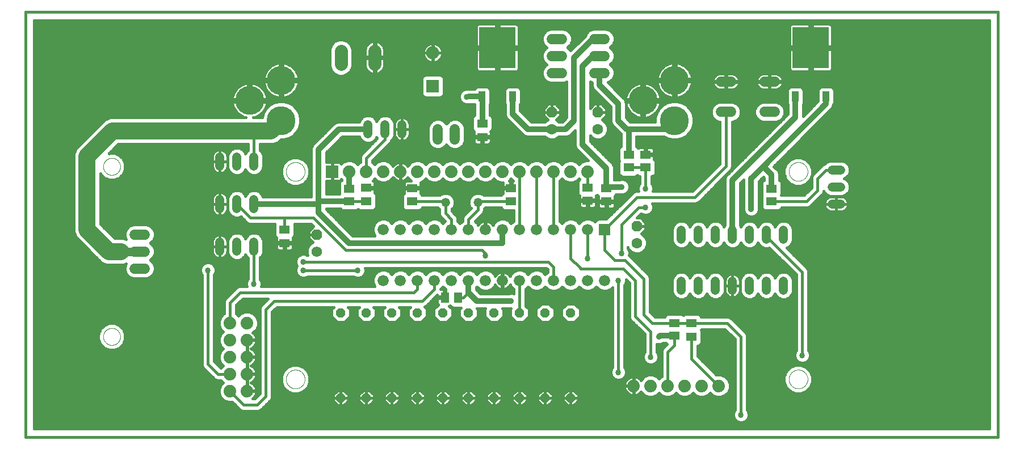
<source format=gtl>
G75*
%MOIN*%
%OFA0B0*%
%FSLAX25Y25*%
%IPPOS*%
%LPD*%
%AMOC8*
5,1,8,0,0,1.08239X$1,22.5*
%
%ADD10C,0.01600*%
%ADD11C,0.06000*%
%ADD12OC8,0.05200*%
%ADD13C,0.05200*%
%ADD14C,0.07800*%
%ADD15R,0.06600X0.06600*%
%ADD16C,0.06600*%
%ADD17R,0.06299X0.05118*%
%ADD18C,0.05200*%
%ADD19OC8,0.06300*%
%ADD20C,0.06300*%
%ADD21C,0.17000*%
%ADD22R,0.07400X0.07400*%
%ADD23C,0.07400*%
%ADD24C,0.00000*%
%ADD25C,0.07600*%
%ADD26R,0.07600X0.07600*%
%ADD27OC8,0.06200*%
%ADD28C,0.06200*%
%ADD29R,0.03937X0.06299*%
%ADD30R,0.21260X0.24409*%
%ADD31R,0.05118X0.06299*%
%ADD32C,0.03378*%
%ADD33C,0.03200*%
%ADD34C,0.10000*%
%ADD35C,0.05000*%
%ADD36C,0.01200*%
D10*
X0001800Y0001800D02*
X0572800Y0001800D01*
X0572800Y0251800D01*
X0001800Y0251800D01*
X0001800Y0001800D01*
X0006800Y0006800D02*
X0006800Y0246800D01*
X0567800Y0246800D01*
X0567800Y0006800D01*
X0006800Y0006800D01*
X0006800Y0008157D02*
X0567800Y0008157D01*
X0567800Y0009755D02*
X0006800Y0009755D01*
X0006800Y0011354D02*
X0418898Y0011354D01*
X0419257Y0010994D02*
X0420907Y0010311D01*
X0422693Y0010311D01*
X0424343Y0010994D01*
X0425606Y0012257D01*
X0426289Y0013907D01*
X0426289Y0015693D01*
X0425606Y0017343D01*
X0425400Y0017548D01*
X0425400Y0061516D01*
X0424852Y0062839D01*
X0416852Y0070839D01*
X0415839Y0071852D01*
X0414516Y0072400D01*
X0398497Y0072400D01*
X0398323Y0072819D01*
X0397536Y0073607D01*
X0396507Y0074033D01*
X0389093Y0074033D01*
X0388064Y0073607D01*
X0387863Y0073405D01*
X0387536Y0073733D01*
X0386507Y0074159D01*
X0379093Y0074159D01*
X0378064Y0073733D01*
X0377277Y0072945D01*
X0377051Y0072400D01*
X0371291Y0072400D01*
X0368400Y0075291D01*
X0368400Y0095516D01*
X0367852Y0096839D01*
X0356852Y0107839D01*
X0356141Y0108550D01*
X0356289Y0108907D01*
X0356289Y0110693D01*
X0355606Y0112343D01*
X0355400Y0112548D01*
X0355400Y0113289D01*
X0355756Y0112430D01*
X0357430Y0110756D01*
X0359616Y0109850D01*
X0361984Y0109850D01*
X0364170Y0110756D01*
X0365844Y0112430D01*
X0366750Y0114616D01*
X0366750Y0116984D01*
X0365844Y0119170D01*
X0364170Y0120844D01*
X0363233Y0121232D01*
X0365750Y0123750D01*
X0365750Y0125800D01*
X0365750Y0127850D01*
X0362850Y0130750D01*
X0360841Y0130750D01*
X0363171Y0133080D01*
X0363257Y0132994D01*
X0364907Y0132311D01*
X0366693Y0132311D01*
X0368343Y0132994D01*
X0369606Y0134257D01*
X0370289Y0135907D01*
X0370289Y0137693D01*
X0369665Y0139200D01*
X0395516Y0139200D01*
X0396839Y0139748D01*
X0397852Y0140761D01*
X0416052Y0158961D01*
X0416600Y0160284D01*
X0416600Y0187100D01*
X0417154Y0187100D01*
X0419285Y0187983D01*
X0420917Y0189615D01*
X0421800Y0191746D01*
X0421800Y0194054D01*
X0420917Y0196185D01*
X0419285Y0197817D01*
X0417154Y0198700D01*
X0408846Y0198700D01*
X0406715Y0197817D01*
X0405083Y0196185D01*
X0404200Y0194054D01*
X0404200Y0191746D01*
X0405083Y0189615D01*
X0406715Y0187983D01*
X0408846Y0187100D01*
X0409400Y0187100D01*
X0409400Y0162491D01*
X0393309Y0146400D01*
X0370079Y0146400D01*
X0370289Y0146907D01*
X0370289Y0148693D01*
X0369606Y0150343D01*
X0369400Y0150548D01*
X0369400Y0154941D01*
X0369507Y0154941D01*
X0370536Y0155367D01*
X0371323Y0156155D01*
X0371750Y0157184D01*
X0371750Y0163416D01*
X0371323Y0164445D01*
X0370750Y0165019D01*
X0370750Y0167301D01*
X0366280Y0167301D01*
X0366280Y0168260D01*
X0370750Y0168260D01*
X0370750Y0170576D01*
X0370627Y0171034D01*
X0370390Y0171445D01*
X0370055Y0171780D01*
X0369644Y0172017D01*
X0369187Y0172139D01*
X0366280Y0172139D01*
X0366280Y0168260D01*
X0365320Y0168260D01*
X0365320Y0172139D01*
X0362413Y0172139D01*
X0361956Y0172017D01*
X0361545Y0171780D01*
X0361478Y0171713D01*
X0361423Y0171845D01*
X0360636Y0172633D01*
X0360300Y0172772D01*
X0360300Y0178400D01*
X0376590Y0178400D01*
X0378438Y0177333D01*
X0381312Y0176563D01*
X0384288Y0176563D01*
X0387162Y0177333D01*
X0389738Y0178821D01*
X0391842Y0180925D01*
X0393330Y0183501D01*
X0394100Y0186375D01*
X0394100Y0189351D01*
X0393330Y0192225D01*
X0391842Y0194801D01*
X0389738Y0196905D01*
X0387162Y0198393D01*
X0384288Y0199163D01*
X0381312Y0199163D01*
X0378438Y0198393D01*
X0375862Y0196905D01*
X0373758Y0194801D01*
X0372270Y0192225D01*
X0371500Y0189351D01*
X0371500Y0187200D01*
X0356623Y0187200D01*
X0354200Y0189623D01*
X0354200Y0197620D01*
X0354383Y0196818D01*
X0354765Y0195726D01*
X0355267Y0194684D01*
X0355883Y0193704D01*
X0356604Y0192800D01*
X0357422Y0191982D01*
X0358326Y0191260D01*
X0359306Y0190645D01*
X0360348Y0190143D01*
X0361440Y0189761D01*
X0362568Y0189504D01*
X0363496Y0189399D01*
X0363496Y0198874D01*
X0354118Y0198874D01*
X0353530Y0200292D01*
X0352292Y0201530D01*
X0343568Y0210254D01*
X0345085Y0210883D01*
X0346717Y0212515D01*
X0347600Y0214646D01*
X0347600Y0216954D01*
X0346717Y0219085D01*
X0345085Y0220717D01*
X0344885Y0220800D01*
X0345085Y0220883D01*
X0346717Y0222515D01*
X0347600Y0224646D01*
X0347600Y0226954D01*
X0346717Y0229085D01*
X0345085Y0230717D01*
X0344885Y0230800D01*
X0345085Y0230883D01*
X0346717Y0232515D01*
X0347600Y0234646D01*
X0347600Y0236954D01*
X0346717Y0239085D01*
X0345085Y0240717D01*
X0342954Y0241600D01*
X0334646Y0241600D01*
X0332515Y0240717D01*
X0330883Y0239085D01*
X0330190Y0237413D01*
X0321760Y0228982D01*
X0321717Y0229085D01*
X0320085Y0230717D01*
X0319885Y0230800D01*
X0320085Y0230883D01*
X0321717Y0232515D01*
X0322600Y0234646D01*
X0322600Y0236954D01*
X0321717Y0239085D01*
X0320085Y0240717D01*
X0317954Y0241600D01*
X0309646Y0241600D01*
X0307515Y0240717D01*
X0305883Y0239085D01*
X0305000Y0236954D01*
X0305000Y0234646D01*
X0305883Y0232515D01*
X0307515Y0230883D01*
X0307715Y0230800D01*
X0307515Y0230717D01*
X0305883Y0229085D01*
X0305000Y0226954D01*
X0305000Y0224646D01*
X0305883Y0222515D01*
X0307515Y0220883D01*
X0307715Y0220800D01*
X0307515Y0220717D01*
X0305883Y0219085D01*
X0305000Y0216954D01*
X0305000Y0214646D01*
X0305883Y0212515D01*
X0307515Y0210883D01*
X0309646Y0210000D01*
X0317954Y0210000D01*
X0319400Y0210599D01*
X0319400Y0189623D01*
X0316977Y0187200D01*
X0314815Y0187200D01*
X0314170Y0187844D01*
X0313233Y0188233D01*
X0315750Y0190750D01*
X0315750Y0192800D01*
X0315750Y0194850D01*
X0312850Y0197750D01*
X0310800Y0197750D01*
X0310800Y0192800D01*
X0310800Y0192800D01*
X0315750Y0192800D01*
X0310800Y0192800D01*
X0310800Y0192800D01*
X0310800Y0192800D01*
X0305850Y0192800D01*
X0305850Y0194850D01*
X0308750Y0197750D01*
X0310800Y0197750D01*
X0310800Y0192800D01*
X0305850Y0192800D01*
X0305850Y0190750D01*
X0308367Y0188233D01*
X0307430Y0187844D01*
X0306785Y0187200D01*
X0298623Y0187200D01*
X0292176Y0193646D01*
X0292176Y0197306D01*
X0292545Y0198196D01*
X0292545Y0205609D01*
X0292119Y0206638D01*
X0291331Y0207426D01*
X0290302Y0207852D01*
X0285251Y0207852D01*
X0284222Y0207426D01*
X0283434Y0206638D01*
X0283008Y0205609D01*
X0283008Y0198196D01*
X0283376Y0197306D01*
X0283376Y0190948D01*
X0284046Y0189331D01*
X0293070Y0180308D01*
X0294308Y0179070D01*
X0295925Y0178400D01*
X0306785Y0178400D01*
X0307430Y0177756D01*
X0309616Y0176850D01*
X0311984Y0176850D01*
X0314170Y0177756D01*
X0314815Y0178400D01*
X0319675Y0178400D01*
X0321292Y0179070D01*
X0324400Y0182177D01*
X0324400Y0172925D01*
X0325070Y0171308D01*
X0332054Y0164324D01*
X0330523Y0164324D01*
X0328134Y0163334D01*
X0326816Y0162016D01*
X0325498Y0163334D01*
X0323109Y0164324D01*
X0320523Y0164324D01*
X0318134Y0163334D01*
X0316816Y0162016D01*
X0315498Y0163334D01*
X0313109Y0164324D01*
X0310523Y0164324D01*
X0308134Y0163334D01*
X0306816Y0162016D01*
X0305498Y0163334D01*
X0303109Y0164324D01*
X0300523Y0164324D01*
X0298134Y0163334D01*
X0296816Y0162016D01*
X0295498Y0163334D01*
X0293109Y0164324D01*
X0290523Y0164324D01*
X0288134Y0163334D01*
X0286816Y0162016D01*
X0285498Y0163334D01*
X0283109Y0164324D01*
X0280523Y0164324D01*
X0278134Y0163334D01*
X0276816Y0162016D01*
X0275498Y0163334D01*
X0273109Y0164324D01*
X0270523Y0164324D01*
X0268134Y0163334D01*
X0266816Y0162016D01*
X0265498Y0163334D01*
X0263109Y0164324D01*
X0260523Y0164324D01*
X0258134Y0163334D01*
X0256816Y0162016D01*
X0255498Y0163334D01*
X0253109Y0164324D01*
X0250523Y0164324D01*
X0248134Y0163334D01*
X0246816Y0162016D01*
X0245498Y0163334D01*
X0243109Y0164324D01*
X0240523Y0164324D01*
X0238134Y0163334D01*
X0236816Y0162016D01*
X0235498Y0163334D01*
X0233109Y0164324D01*
X0230523Y0164324D01*
X0228134Y0163334D01*
X0226305Y0161506D01*
X0226172Y0161184D01*
X0226011Y0161407D01*
X0225399Y0162019D01*
X0224698Y0162528D01*
X0223927Y0162921D01*
X0223104Y0163188D01*
X0222249Y0163324D01*
X0222016Y0163324D01*
X0222016Y0158024D01*
X0221616Y0158024D01*
X0221616Y0163324D01*
X0221383Y0163324D01*
X0220528Y0163188D01*
X0219704Y0162921D01*
X0218933Y0162528D01*
X0218233Y0162019D01*
X0217621Y0161407D01*
X0217459Y0161184D01*
X0217326Y0161506D01*
X0215498Y0163334D01*
X0213109Y0164324D01*
X0210523Y0164324D01*
X0208134Y0163334D01*
X0206816Y0162016D01*
X0205498Y0163334D01*
X0205416Y0163368D01*
X0205416Y0164325D01*
X0214839Y0173748D01*
X0215852Y0174761D01*
X0216400Y0176084D01*
X0216400Y0176163D01*
X0217378Y0177141D01*
X0218200Y0179126D01*
X0218200Y0186474D01*
X0217378Y0188459D01*
X0215859Y0189978D01*
X0213874Y0190800D01*
X0211726Y0190800D01*
X0209741Y0189978D01*
X0208222Y0188459D01*
X0207800Y0187440D01*
X0207378Y0188459D01*
X0205859Y0189978D01*
X0203874Y0190800D01*
X0201726Y0190800D01*
X0199741Y0189978D01*
X0198222Y0188459D01*
X0197701Y0187200D01*
X0184925Y0187200D01*
X0183308Y0186530D01*
X0182070Y0185292D01*
X0170070Y0173292D01*
X0169400Y0171675D01*
X0169400Y0143200D01*
X0140899Y0143200D01*
X0140378Y0144459D01*
X0138859Y0145978D01*
X0136874Y0146800D01*
X0134726Y0146800D01*
X0132741Y0145978D01*
X0131222Y0144459D01*
X0130800Y0143440D01*
X0130378Y0144459D01*
X0128859Y0145978D01*
X0126874Y0146800D01*
X0124726Y0146800D01*
X0122741Y0145978D01*
X0121222Y0144459D01*
X0120400Y0142474D01*
X0120400Y0135126D01*
X0121222Y0133141D01*
X0122741Y0131622D01*
X0124726Y0130800D01*
X0126874Y0130800D01*
X0128171Y0131337D01*
X0131761Y0127748D01*
X0133084Y0127200D01*
X0147994Y0127200D01*
X0147850Y0126853D01*
X0147850Y0120621D01*
X0148277Y0119592D01*
X0148926Y0118942D01*
X0148850Y0118659D01*
X0148850Y0116343D01*
X0153320Y0116343D01*
X0153320Y0115383D01*
X0154280Y0115383D01*
X0154280Y0116343D01*
X0158750Y0116343D01*
X0158750Y0118659D01*
X0158674Y0118942D01*
X0159323Y0119592D01*
X0159750Y0120621D01*
X0159750Y0126853D01*
X0159606Y0127200D01*
X0169309Y0127200D01*
X0170809Y0125700D01*
X0170770Y0125700D01*
X0167900Y0122830D01*
X0167900Y0120800D01*
X0172800Y0120800D01*
X0172800Y0120800D01*
X0167900Y0120800D01*
X0167900Y0118770D01*
X0170455Y0116215D01*
X0169458Y0115802D01*
X0167798Y0114142D01*
X0166900Y0111974D01*
X0166900Y0109626D01*
X0167319Y0108616D01*
X0165693Y0109289D01*
X0163907Y0109289D01*
X0162257Y0108606D01*
X0160994Y0107343D01*
X0160311Y0105693D01*
X0160311Y0103907D01*
X0160977Y0102300D01*
X0160311Y0100693D01*
X0160311Y0098907D01*
X0160994Y0097257D01*
X0162257Y0095994D01*
X0163907Y0095311D01*
X0165693Y0095311D01*
X0167343Y0095994D01*
X0167548Y0096200D01*
X0194052Y0096200D01*
X0194257Y0095994D01*
X0195907Y0095311D01*
X0197693Y0095311D01*
X0199343Y0095994D01*
X0200606Y0097257D01*
X0201289Y0098907D01*
X0201289Y0100693D01*
X0201079Y0101200D01*
X0307309Y0101200D01*
X0308200Y0100309D01*
X0308200Y0098827D01*
X0306800Y0097427D01*
X0305255Y0098971D01*
X0303013Y0099900D01*
X0300587Y0099900D01*
X0298345Y0098971D01*
X0296800Y0097427D01*
X0295255Y0098971D01*
X0293013Y0099900D01*
X0290587Y0099900D01*
X0288345Y0098971D01*
X0286629Y0097255D01*
X0286241Y0096318D01*
X0286162Y0096473D01*
X0285690Y0097122D01*
X0285122Y0097690D01*
X0284473Y0098162D01*
X0283758Y0098526D01*
X0282994Y0098774D01*
X0282201Y0098900D01*
X0282100Y0098900D01*
X0282100Y0094100D01*
X0281500Y0094100D01*
X0281500Y0098900D01*
X0281399Y0098900D01*
X0280606Y0098774D01*
X0279842Y0098526D01*
X0279127Y0098162D01*
X0278478Y0097690D01*
X0277910Y0097122D01*
X0277438Y0096473D01*
X0277359Y0096318D01*
X0276971Y0097255D01*
X0275255Y0098971D01*
X0273013Y0099900D01*
X0270587Y0099900D01*
X0268345Y0098971D01*
X0266800Y0097427D01*
X0265255Y0098971D01*
X0263013Y0099900D01*
X0260587Y0099900D01*
X0258345Y0098971D01*
X0256800Y0097427D01*
X0255255Y0098971D01*
X0253013Y0099900D01*
X0250587Y0099900D01*
X0248345Y0098971D01*
X0246800Y0097427D01*
X0245255Y0098971D01*
X0243013Y0099900D01*
X0240587Y0099900D01*
X0238345Y0098971D01*
X0236800Y0097427D01*
X0235255Y0098971D01*
X0233013Y0099900D01*
X0230587Y0099900D01*
X0228345Y0098971D01*
X0226800Y0097427D01*
X0225255Y0098971D01*
X0223013Y0099900D01*
X0220587Y0099900D01*
X0218345Y0098971D01*
X0216800Y0097427D01*
X0215255Y0098971D01*
X0213013Y0099900D01*
X0210587Y0099900D01*
X0208345Y0098971D01*
X0206629Y0097255D01*
X0205700Y0095013D01*
X0205700Y0092587D01*
X0206606Y0090400D01*
X0140120Y0090400D01*
X0140330Y0090907D01*
X0140330Y0092693D01*
X0139646Y0094343D01*
X0139441Y0094548D01*
X0139441Y0107204D01*
X0140378Y0108141D01*
X0141200Y0110126D01*
X0141200Y0117474D01*
X0140378Y0119459D01*
X0138859Y0120978D01*
X0136874Y0121800D01*
X0134726Y0121800D01*
X0132741Y0120978D01*
X0131222Y0119459D01*
X0130800Y0118440D01*
X0130378Y0119459D01*
X0128859Y0120978D01*
X0126874Y0121800D01*
X0124726Y0121800D01*
X0122741Y0120978D01*
X0121222Y0119459D01*
X0120400Y0117474D01*
X0120400Y0110126D01*
X0121222Y0108141D01*
X0122741Y0106622D01*
X0124726Y0105800D01*
X0126874Y0105800D01*
X0128859Y0106622D01*
X0130378Y0108141D01*
X0130800Y0109160D01*
X0131222Y0108141D01*
X0132241Y0107122D01*
X0132241Y0094548D01*
X0132035Y0094343D01*
X0131352Y0092693D01*
X0131352Y0090907D01*
X0131562Y0090400D01*
X0127084Y0090400D01*
X0125761Y0089852D01*
X0119761Y0083852D01*
X0118748Y0082839D01*
X0118200Y0081516D01*
X0118200Y0074344D01*
X0118118Y0074310D01*
X0116290Y0072482D01*
X0115300Y0070093D01*
X0115300Y0067507D01*
X0116290Y0065118D01*
X0117608Y0063800D01*
X0116290Y0062482D01*
X0115300Y0060093D01*
X0115300Y0057507D01*
X0116290Y0055118D01*
X0117608Y0053800D01*
X0116290Y0052482D01*
X0115300Y0050093D01*
X0115300Y0047507D01*
X0116290Y0045118D01*
X0117608Y0043800D01*
X0116290Y0042482D01*
X0116266Y0042425D01*
X0112400Y0046291D01*
X0112400Y0097052D01*
X0112606Y0097257D01*
X0113289Y0098907D01*
X0113289Y0100693D01*
X0112606Y0102343D01*
X0111343Y0103606D01*
X0109693Y0104289D01*
X0107907Y0104289D01*
X0106257Y0103606D01*
X0104994Y0102343D01*
X0104311Y0100693D01*
X0104311Y0098907D01*
X0104994Y0097257D01*
X0105200Y0097052D01*
X0105200Y0044084D01*
X0105748Y0042761D01*
X0106761Y0041748D01*
X0112761Y0035748D01*
X0114084Y0035200D01*
X0116256Y0035200D01*
X0116290Y0035118D01*
X0117608Y0033800D01*
X0116290Y0032482D01*
X0115300Y0030093D01*
X0115300Y0027507D01*
X0116290Y0025118D01*
X0118118Y0023290D01*
X0120507Y0022300D01*
X0123093Y0022300D01*
X0123175Y0022334D01*
X0127761Y0017748D01*
X0006800Y0017748D01*
X0006800Y0019346D02*
X0126162Y0019346D01*
X0127761Y0017748D02*
X0129084Y0017200D01*
X0138516Y0017200D01*
X0139839Y0017748D01*
X0418200Y0017748D01*
X0418200Y0017548D02*
X0417994Y0017343D01*
X0417311Y0015693D01*
X0417311Y0013907D01*
X0417994Y0012257D01*
X0419257Y0010994D01*
X0417706Y0012952D02*
X0006800Y0012952D01*
X0006800Y0014551D02*
X0417311Y0014551D01*
X0417500Y0016149D02*
X0006800Y0016149D01*
X0006800Y0020945D02*
X0124564Y0020945D01*
X0119919Y0022543D02*
X0006800Y0022543D01*
X0006800Y0024142D02*
X0117266Y0024142D01*
X0116032Y0025740D02*
X0006800Y0025740D01*
X0006800Y0027339D02*
X0115370Y0027339D01*
X0115300Y0028937D02*
X0006800Y0028937D01*
X0006800Y0030536D02*
X0115484Y0030536D01*
X0116146Y0032134D02*
X0006800Y0032134D01*
X0006800Y0033733D02*
X0117541Y0033733D01*
X0113766Y0035332D02*
X0006800Y0035332D01*
X0006800Y0036930D02*
X0111579Y0036930D01*
X0109980Y0038529D02*
X0006800Y0038529D01*
X0006800Y0040127D02*
X0108382Y0040127D01*
X0106783Y0041726D02*
X0006800Y0041726D01*
X0006800Y0043324D02*
X0105515Y0043324D01*
X0105200Y0044923D02*
X0006800Y0044923D01*
X0006800Y0046521D02*
X0105200Y0046521D01*
X0105200Y0048120D02*
X0006800Y0048120D01*
X0006800Y0049718D02*
X0105200Y0049718D01*
X0105200Y0051317D02*
X0006800Y0051317D01*
X0006800Y0052915D02*
X0105200Y0052915D01*
X0105200Y0054514D02*
X0057045Y0054514D01*
X0056718Y0054187D02*
X0058913Y0056382D01*
X0060100Y0059248D01*
X0060100Y0062352D01*
X0058913Y0065218D01*
X0056718Y0067413D01*
X0053852Y0068600D01*
X0050748Y0068600D01*
X0047882Y0067413D01*
X0045687Y0065218D01*
X0044500Y0062352D01*
X0044500Y0059248D01*
X0045687Y0056382D01*
X0047882Y0054187D01*
X0050748Y0053000D01*
X0053852Y0053000D01*
X0056718Y0054187D01*
X0058643Y0056112D02*
X0105200Y0056112D01*
X0105200Y0057711D02*
X0059463Y0057711D01*
X0060100Y0059309D02*
X0105200Y0059309D01*
X0105200Y0060908D02*
X0060100Y0060908D01*
X0060036Y0062506D02*
X0105200Y0062506D01*
X0105200Y0064105D02*
X0059374Y0064105D01*
X0058428Y0065703D02*
X0105200Y0065703D01*
X0105200Y0067302D02*
X0056829Y0067302D01*
X0047771Y0067302D02*
X0006800Y0067302D01*
X0006800Y0068900D02*
X0105200Y0068900D01*
X0105200Y0070499D02*
X0006800Y0070499D01*
X0006800Y0072097D02*
X0105200Y0072097D01*
X0105200Y0073696D02*
X0006800Y0073696D01*
X0006800Y0075294D02*
X0105200Y0075294D01*
X0105200Y0076893D02*
X0006800Y0076893D01*
X0006800Y0078491D02*
X0105200Y0078491D01*
X0105200Y0080090D02*
X0006800Y0080090D01*
X0006800Y0081688D02*
X0105200Y0081688D01*
X0105200Y0083287D02*
X0006800Y0083287D01*
X0006800Y0084885D02*
X0105200Y0084885D01*
X0105200Y0086484D02*
X0006800Y0086484D01*
X0006800Y0088082D02*
X0105200Y0088082D01*
X0105200Y0089681D02*
X0006800Y0089681D01*
X0006800Y0091279D02*
X0105200Y0091279D01*
X0105200Y0092878D02*
X0006800Y0092878D01*
X0006800Y0094476D02*
X0105200Y0094476D01*
X0105200Y0096075D02*
X0075277Y0096075D01*
X0075085Y0095883D02*
X0076717Y0097515D01*
X0077600Y0099646D01*
X0077600Y0101954D01*
X0076717Y0104085D01*
X0075085Y0105717D01*
X0074885Y0105800D01*
X0075085Y0105883D01*
X0076717Y0107515D01*
X0077600Y0109646D01*
X0077600Y0111954D01*
X0076717Y0114085D01*
X0075085Y0115717D01*
X0074885Y0115800D01*
X0075085Y0115883D01*
X0076717Y0117515D01*
X0077600Y0119646D01*
X0077600Y0121954D01*
X0076717Y0124085D01*
X0075085Y0125717D01*
X0072954Y0126600D01*
X0064646Y0126600D01*
X0062515Y0125717D01*
X0060883Y0124085D01*
X0060000Y0121954D01*
X0060000Y0119646D01*
X0060657Y0118059D01*
X0059352Y0118600D01*
X0054031Y0118600D01*
X0045600Y0127031D01*
X0045600Y0156593D01*
X0045687Y0156382D01*
X0047882Y0154187D01*
X0050748Y0153000D01*
X0053852Y0153000D01*
X0056718Y0154187D01*
X0058913Y0156382D01*
X0060100Y0159248D01*
X0060100Y0162352D01*
X0058913Y0165218D01*
X0056718Y0167413D01*
X0053852Y0168600D01*
X0050748Y0168600D01*
X0050548Y0168517D01*
X0056031Y0174000D01*
X0132200Y0174000D01*
X0132200Y0170437D01*
X0131222Y0169459D01*
X0130800Y0168440D01*
X0130378Y0169459D01*
X0128859Y0170978D01*
X0126874Y0171800D01*
X0124726Y0171800D01*
X0122741Y0170978D01*
X0121222Y0169459D01*
X0120400Y0167474D01*
X0120400Y0160126D01*
X0121222Y0158141D01*
X0122741Y0156622D01*
X0124726Y0155800D01*
X0126874Y0155800D01*
X0128859Y0156622D01*
X0130378Y0158141D01*
X0130800Y0159160D01*
X0131222Y0158141D01*
X0132741Y0156622D01*
X0134726Y0155800D01*
X0136874Y0155800D01*
X0138859Y0156622D01*
X0140378Y0158141D01*
X0141200Y0160126D01*
X0141200Y0167474D01*
X0140378Y0169459D01*
X0139400Y0170437D01*
X0139400Y0174000D01*
X0147289Y0174000D01*
X0150155Y0175187D01*
X0151531Y0176563D01*
X0153288Y0176563D01*
X0156162Y0177333D01*
X0158738Y0178821D01*
X0160842Y0180925D01*
X0162330Y0183501D01*
X0163100Y0186375D01*
X0163100Y0189351D01*
X0162330Y0192225D01*
X0160842Y0194801D01*
X0158738Y0196905D01*
X0156162Y0198393D01*
X0153288Y0199163D01*
X0150312Y0199163D01*
X0147438Y0198393D01*
X0144862Y0196905D01*
X0142758Y0194801D01*
X0141270Y0192225D01*
X0140567Y0189600D01*
X0135447Y0189600D01*
X0136152Y0189761D01*
X0137244Y0190143D01*
X0138286Y0190645D01*
X0139266Y0191260D01*
X0140170Y0191982D01*
X0140988Y0192800D01*
X0141710Y0193704D01*
X0142325Y0194684D01*
X0142827Y0195726D01*
X0143209Y0196818D01*
X0143467Y0197946D01*
X0143571Y0198874D01*
X0134096Y0198874D01*
X0134096Y0200474D01*
X0132496Y0200474D01*
X0132496Y0198874D01*
X0123021Y0198874D01*
X0123126Y0197946D01*
X0123383Y0196818D01*
X0123765Y0195726D01*
X0124267Y0194684D01*
X0124883Y0193704D01*
X0125604Y0192800D01*
X0126422Y0191982D01*
X0127326Y0191260D01*
X0128306Y0190645D01*
X0129348Y0190143D01*
X0130440Y0189761D01*
X0131146Y0189600D01*
X0051248Y0189600D01*
X0048382Y0188413D01*
X0046187Y0186218D01*
X0033382Y0173413D01*
X0031187Y0171218D01*
X0030000Y0168352D01*
X0030000Y0122248D01*
X0031187Y0119382D01*
X0046382Y0104187D01*
X0049248Y0103000D01*
X0059352Y0103000D01*
X0060657Y0103541D01*
X0060000Y0101954D01*
X0060000Y0099646D01*
X0060883Y0097515D01*
X0062515Y0095883D01*
X0064646Y0095000D01*
X0072954Y0095000D01*
X0075085Y0095883D01*
X0076783Y0097673D02*
X0104822Y0097673D01*
X0104311Y0099272D02*
X0077445Y0099272D01*
X0077600Y0100870D02*
X0104385Y0100870D01*
X0105121Y0102469D02*
X0077387Y0102469D01*
X0076724Y0104068D02*
X0107372Y0104068D01*
X0110228Y0104068D02*
X0132241Y0104068D01*
X0132241Y0105666D02*
X0075136Y0105666D01*
X0076467Y0107265D02*
X0113832Y0107265D01*
X0114111Y0107122D02*
X0114770Y0106908D01*
X0115454Y0106800D01*
X0115800Y0106800D01*
X0116146Y0106800D01*
X0116830Y0106908D01*
X0117489Y0107122D01*
X0118106Y0107437D01*
X0118666Y0107844D01*
X0119156Y0108334D01*
X0119563Y0108894D01*
X0119878Y0109511D01*
X0120092Y0110170D01*
X0120200Y0110854D01*
X0120200Y0113800D01*
X0120200Y0116746D01*
X0120092Y0117430D01*
X0119878Y0118089D01*
X0119563Y0118706D01*
X0119156Y0119266D01*
X0118666Y0119756D01*
X0118106Y0120163D01*
X0117489Y0120478D01*
X0116830Y0120692D01*
X0116146Y0120800D01*
X0115800Y0120800D01*
X0115800Y0113800D01*
X0120200Y0113800D01*
X0115800Y0113800D01*
X0115800Y0113800D01*
X0115800Y0113800D01*
X0115800Y0106800D01*
X0115800Y0113800D01*
X0115800Y0113800D01*
X0115800Y0113800D01*
X0111400Y0113800D01*
X0111400Y0116746D01*
X0111508Y0117430D01*
X0111722Y0118089D01*
X0112037Y0118706D01*
X0112444Y0119266D01*
X0112934Y0119756D01*
X0113494Y0120163D01*
X0114111Y0120478D01*
X0114770Y0120692D01*
X0115454Y0120800D01*
X0115800Y0120800D01*
X0115800Y0113800D01*
X0111400Y0113800D01*
X0111400Y0110854D01*
X0111508Y0110170D01*
X0111722Y0109511D01*
X0112037Y0108894D01*
X0112444Y0108334D01*
X0112934Y0107844D01*
X0113494Y0107437D01*
X0114111Y0107122D01*
X0115800Y0107265D02*
X0115800Y0107265D01*
X0115800Y0108863D02*
X0115800Y0108863D01*
X0115800Y0110462D02*
X0115800Y0110462D01*
X0115800Y0112060D02*
X0115800Y0112060D01*
X0115800Y0113659D02*
X0115800Y0113659D01*
X0115800Y0115257D02*
X0115800Y0115257D01*
X0115800Y0116856D02*
X0115800Y0116856D01*
X0115800Y0118454D02*
X0115800Y0118454D01*
X0115800Y0120053D02*
X0115800Y0120053D01*
X0118258Y0120053D02*
X0121816Y0120053D01*
X0120806Y0118454D02*
X0119692Y0118454D01*
X0120183Y0116856D02*
X0120400Y0116856D01*
X0120400Y0115257D02*
X0120200Y0115257D01*
X0120200Y0113659D02*
X0120400Y0113659D01*
X0120400Y0112060D02*
X0120200Y0112060D01*
X0120138Y0110462D02*
X0120400Y0110462D01*
X0120923Y0108863D02*
X0119541Y0108863D01*
X0117768Y0107265D02*
X0122099Y0107265D01*
X0129501Y0107265D02*
X0132099Y0107265D01*
X0130923Y0108863D02*
X0130677Y0108863D01*
X0132241Y0102469D02*
X0112479Y0102469D01*
X0113215Y0100870D02*
X0132241Y0100870D01*
X0132241Y0099272D02*
X0113289Y0099272D01*
X0112778Y0097673D02*
X0132241Y0097673D01*
X0132241Y0096075D02*
X0112400Y0096075D01*
X0112400Y0094476D02*
X0132169Y0094476D01*
X0131429Y0092878D02*
X0112400Y0092878D01*
X0112400Y0091279D02*
X0131352Y0091279D01*
X0135841Y0091800D02*
X0135841Y0113759D01*
X0135800Y0113800D01*
X0141200Y0113659D02*
X0148850Y0113659D01*
X0148850Y0113067D02*
X0148973Y0112609D01*
X0149210Y0112199D01*
X0149545Y0111864D01*
X0149956Y0111627D01*
X0150413Y0111504D01*
X0153320Y0111504D01*
X0153320Y0115383D01*
X0148850Y0115383D01*
X0148850Y0113067D01*
X0149349Y0112060D02*
X0141200Y0112060D01*
X0141200Y0110462D02*
X0166900Y0110462D01*
X0166936Y0112060D02*
X0158251Y0112060D01*
X0158390Y0112199D02*
X0158627Y0112609D01*
X0158750Y0113067D01*
X0158750Y0115383D01*
X0154280Y0115383D01*
X0154280Y0111504D01*
X0157187Y0111504D01*
X0157644Y0111627D01*
X0158055Y0111864D01*
X0158390Y0112199D01*
X0158750Y0113659D02*
X0167598Y0113659D01*
X0168913Y0115257D02*
X0158750Y0115257D01*
X0158750Y0116856D02*
X0169815Y0116856D01*
X0168216Y0118454D02*
X0158750Y0118454D01*
X0159514Y0120053D02*
X0167900Y0120053D01*
X0167900Y0121651D02*
X0159750Y0121651D01*
X0159750Y0123250D02*
X0168320Y0123250D01*
X0169919Y0124848D02*
X0159750Y0124848D01*
X0159750Y0126447D02*
X0170062Y0126447D01*
X0170800Y0130800D02*
X0153346Y0130800D01*
X0153800Y0130346D01*
X0153800Y0123737D01*
X0147850Y0123250D02*
X0077063Y0123250D01*
X0077600Y0121651D02*
X0124366Y0121651D01*
X0127234Y0121651D02*
X0134366Y0121651D01*
X0137234Y0121651D02*
X0147850Y0121651D01*
X0148086Y0120053D02*
X0139784Y0120053D01*
X0140794Y0118454D02*
X0148850Y0118454D01*
X0148850Y0116856D02*
X0141200Y0116856D01*
X0141200Y0115257D02*
X0148850Y0115257D01*
X0153320Y0115257D02*
X0154280Y0115257D01*
X0154280Y0113659D02*
X0153320Y0113659D01*
X0153320Y0112060D02*
X0154280Y0112060D01*
X0160962Y0107265D02*
X0139501Y0107265D01*
X0139441Y0105666D02*
X0160311Y0105666D01*
X0160311Y0104068D02*
X0139441Y0104068D01*
X0139441Y0102469D02*
X0160907Y0102469D01*
X0160385Y0100870D02*
X0139441Y0100870D01*
X0139441Y0099272D02*
X0160311Y0099272D01*
X0160822Y0097673D02*
X0139441Y0097673D01*
X0139441Y0096075D02*
X0162177Y0096075D01*
X0164800Y0099800D02*
X0196800Y0099800D01*
X0200778Y0097673D02*
X0207047Y0097673D01*
X0206140Y0096075D02*
X0199423Y0096075D01*
X0201289Y0099272D02*
X0209070Y0099272D01*
X0214530Y0099272D02*
X0219070Y0099272D01*
X0217047Y0097673D02*
X0216553Y0097673D01*
X0224530Y0099272D02*
X0229070Y0099272D01*
X0227047Y0097673D02*
X0226553Y0097673D01*
X0231800Y0093800D02*
X0231800Y0088800D01*
X0229800Y0086800D01*
X0127800Y0086800D01*
X0121800Y0080800D01*
X0121800Y0068800D01*
X0115300Y0068900D02*
X0112400Y0068900D01*
X0112400Y0067302D02*
X0115385Y0067302D01*
X0116047Y0065703D02*
X0112400Y0065703D01*
X0112400Y0064105D02*
X0117303Y0064105D01*
X0116314Y0062506D02*
X0112400Y0062506D01*
X0112400Y0060908D02*
X0115637Y0060908D01*
X0115300Y0059309D02*
X0112400Y0059309D01*
X0112400Y0057711D02*
X0115300Y0057711D01*
X0115878Y0056112D02*
X0112400Y0056112D01*
X0112400Y0054514D02*
X0116894Y0054514D01*
X0116723Y0052915D02*
X0112400Y0052915D01*
X0112400Y0051317D02*
X0115807Y0051317D01*
X0115300Y0049718D02*
X0112400Y0049718D01*
X0112400Y0048120D02*
X0115300Y0048120D01*
X0115708Y0046521D02*
X0112400Y0046521D01*
X0113769Y0044923D02*
X0116485Y0044923D01*
X0117132Y0043324D02*
X0115367Y0043324D01*
X0114800Y0038800D02*
X0108800Y0044800D01*
X0108800Y0099800D01*
X0112059Y0108863D02*
X0077276Y0108863D01*
X0077600Y0110462D02*
X0111462Y0110462D01*
X0111400Y0112060D02*
X0077556Y0112060D01*
X0076894Y0113659D02*
X0111400Y0113659D01*
X0111400Y0115257D02*
X0075545Y0115257D01*
X0076058Y0116856D02*
X0111417Y0116856D01*
X0111908Y0118454D02*
X0077106Y0118454D01*
X0077600Y0120053D02*
X0113342Y0120053D01*
X0129784Y0120053D02*
X0131816Y0120053D01*
X0130806Y0118454D02*
X0130794Y0118454D01*
X0147850Y0124848D02*
X0075954Y0124848D01*
X0073324Y0126447D02*
X0147850Y0126447D01*
X0153346Y0130800D02*
X0133800Y0130800D01*
X0125800Y0138800D01*
X0120400Y0139235D02*
X0120200Y0139235D01*
X0120200Y0138800D02*
X0120200Y0141746D01*
X0120092Y0142430D01*
X0119878Y0143089D01*
X0119563Y0143706D01*
X0119156Y0144266D01*
X0118666Y0144756D01*
X0118106Y0145163D01*
X0117489Y0145478D01*
X0116830Y0145692D01*
X0116146Y0145800D01*
X0115800Y0145800D01*
X0115800Y0138800D01*
X0120200Y0138800D01*
X0115800Y0138800D01*
X0115800Y0138800D01*
X0115800Y0138800D01*
X0115800Y0131800D01*
X0116146Y0131800D01*
X0116830Y0131908D01*
X0117489Y0132122D01*
X0118106Y0132437D01*
X0118666Y0132844D01*
X0119156Y0133334D01*
X0119563Y0133894D01*
X0119878Y0134511D01*
X0120092Y0135170D01*
X0120200Y0135854D01*
X0120200Y0138800D01*
X0120200Y0137636D02*
X0120400Y0137636D01*
X0120400Y0136038D02*
X0120200Y0136038D01*
X0119841Y0134439D02*
X0120684Y0134439D01*
X0121523Y0132841D02*
X0118662Y0132841D01*
X0115800Y0132841D02*
X0115800Y0132841D01*
X0115800Y0131800D02*
X0115800Y0138800D01*
X0115800Y0138800D01*
X0115800Y0138800D01*
X0111400Y0138800D01*
X0111400Y0141746D01*
X0111508Y0142430D01*
X0111722Y0143089D01*
X0112037Y0143706D01*
X0112444Y0144266D01*
X0112934Y0144756D01*
X0113494Y0145163D01*
X0114111Y0145478D01*
X0114770Y0145692D01*
X0115454Y0145800D01*
X0115800Y0145800D01*
X0115800Y0138800D01*
X0111400Y0138800D01*
X0111400Y0135854D01*
X0111508Y0135170D01*
X0111722Y0134511D01*
X0112037Y0133894D01*
X0112444Y0133334D01*
X0112934Y0132844D01*
X0113494Y0132437D01*
X0114111Y0132122D01*
X0114770Y0131908D01*
X0115454Y0131800D01*
X0115800Y0131800D01*
X0115800Y0134439D02*
X0115800Y0134439D01*
X0115800Y0136038D02*
X0115800Y0136038D01*
X0115800Y0137636D02*
X0115800Y0137636D01*
X0115800Y0139235D02*
X0115800Y0139235D01*
X0115800Y0140833D02*
X0115800Y0140833D01*
X0115800Y0142432D02*
X0115800Y0142432D01*
X0115800Y0144030D02*
X0115800Y0144030D01*
X0115800Y0145629D02*
X0115800Y0145629D01*
X0117024Y0145629D02*
X0122392Y0145629D01*
X0121045Y0144030D02*
X0119328Y0144030D01*
X0120091Y0142432D02*
X0120400Y0142432D01*
X0120400Y0140833D02*
X0120200Y0140833D01*
X0112272Y0144030D02*
X0045600Y0144030D01*
X0045600Y0142432D02*
X0111509Y0142432D01*
X0111400Y0140833D02*
X0045600Y0140833D01*
X0045600Y0139235D02*
X0111400Y0139235D01*
X0111400Y0137636D02*
X0045600Y0137636D01*
X0045600Y0136038D02*
X0111400Y0136038D01*
X0111759Y0134439D02*
X0045600Y0134439D01*
X0045600Y0132841D02*
X0112938Y0132841D01*
X0123658Y0131242D02*
X0045600Y0131242D01*
X0045600Y0129644D02*
X0129865Y0129644D01*
X0128267Y0131242D02*
X0127942Y0131242D01*
X0131464Y0128045D02*
X0045600Y0128045D01*
X0046184Y0126447D02*
X0064276Y0126447D01*
X0061646Y0124848D02*
X0047783Y0124848D01*
X0049381Y0123250D02*
X0060537Y0123250D01*
X0060000Y0121651D02*
X0050980Y0121651D01*
X0052578Y0120053D02*
X0060000Y0120053D01*
X0059704Y0118454D02*
X0060494Y0118454D01*
X0043305Y0107265D02*
X0006800Y0107265D01*
X0006800Y0108863D02*
X0041706Y0108863D01*
X0040108Y0110462D02*
X0006800Y0110462D01*
X0006800Y0112060D02*
X0038509Y0112060D01*
X0036911Y0113659D02*
X0006800Y0113659D01*
X0006800Y0115257D02*
X0035312Y0115257D01*
X0033714Y0116856D02*
X0006800Y0116856D01*
X0006800Y0118454D02*
X0032115Y0118454D01*
X0030910Y0120053D02*
X0006800Y0120053D01*
X0006800Y0121651D02*
X0030247Y0121651D01*
X0030000Y0123250D02*
X0006800Y0123250D01*
X0006800Y0124848D02*
X0030000Y0124848D01*
X0030000Y0126447D02*
X0006800Y0126447D01*
X0006800Y0128045D02*
X0030000Y0128045D01*
X0030000Y0129644D02*
X0006800Y0129644D01*
X0006800Y0131242D02*
X0030000Y0131242D01*
X0030000Y0132841D02*
X0006800Y0132841D01*
X0006800Y0134439D02*
X0030000Y0134439D01*
X0030000Y0136038D02*
X0006800Y0136038D01*
X0006800Y0137636D02*
X0030000Y0137636D01*
X0030000Y0139235D02*
X0006800Y0139235D01*
X0006800Y0140833D02*
X0030000Y0140833D01*
X0030000Y0142432D02*
X0006800Y0142432D01*
X0006800Y0144030D02*
X0030000Y0144030D01*
X0030000Y0145629D02*
X0006800Y0145629D01*
X0006800Y0147227D02*
X0030000Y0147227D01*
X0030000Y0148826D02*
X0006800Y0148826D01*
X0006800Y0150424D02*
X0030000Y0150424D01*
X0030000Y0152023D02*
X0006800Y0152023D01*
X0006800Y0153621D02*
X0030000Y0153621D01*
X0030000Y0155220D02*
X0006800Y0155220D01*
X0006800Y0156818D02*
X0030000Y0156818D01*
X0030000Y0158417D02*
X0006800Y0158417D01*
X0006800Y0160015D02*
X0030000Y0160015D01*
X0030000Y0161614D02*
X0006800Y0161614D01*
X0006800Y0163212D02*
X0030000Y0163212D01*
X0030000Y0164811D02*
X0006800Y0164811D01*
X0006800Y0166409D02*
X0030000Y0166409D01*
X0030000Y0168008D02*
X0006800Y0168008D01*
X0006800Y0169606D02*
X0030520Y0169606D01*
X0031182Y0171205D02*
X0006800Y0171205D01*
X0006800Y0172803D02*
X0032773Y0172803D01*
X0034371Y0174402D02*
X0006800Y0174402D01*
X0006800Y0176001D02*
X0035970Y0176001D01*
X0037568Y0177599D02*
X0006800Y0177599D01*
X0006800Y0179198D02*
X0039167Y0179198D01*
X0040765Y0180796D02*
X0006800Y0180796D01*
X0006800Y0182395D02*
X0042364Y0182395D01*
X0043962Y0183993D02*
X0006800Y0183993D01*
X0006800Y0185592D02*
X0045561Y0185592D01*
X0047159Y0187190D02*
X0006800Y0187190D01*
X0006800Y0188789D02*
X0049290Y0188789D01*
X0054834Y0172803D02*
X0132200Y0172803D01*
X0132200Y0171205D02*
X0128311Y0171205D01*
X0130230Y0169606D02*
X0131370Y0169606D01*
X0123289Y0171205D02*
X0053236Y0171205D01*
X0051637Y0169606D02*
X0112784Y0169606D01*
X0112934Y0169756D02*
X0112444Y0169266D01*
X0112037Y0168706D01*
X0111722Y0168089D01*
X0111508Y0167430D01*
X0111400Y0166746D01*
X0111400Y0163800D01*
X0115800Y0163800D01*
X0120200Y0163800D01*
X0120200Y0166746D01*
X0120092Y0167430D01*
X0119878Y0168089D01*
X0119563Y0168706D01*
X0119156Y0169266D01*
X0118666Y0169756D01*
X0118106Y0170163D01*
X0117489Y0170478D01*
X0116830Y0170692D01*
X0116146Y0170800D01*
X0115800Y0170800D01*
X0115800Y0163800D01*
X0115800Y0163800D01*
X0115800Y0163800D01*
X0120200Y0163800D01*
X0120200Y0160854D01*
X0120092Y0160170D01*
X0119878Y0159511D01*
X0119563Y0158894D01*
X0119156Y0158334D01*
X0118666Y0157844D01*
X0118106Y0157437D01*
X0117489Y0157122D01*
X0116830Y0156908D01*
X0116146Y0156800D01*
X0115800Y0156800D01*
X0115800Y0163800D01*
X0115800Y0163800D01*
X0115800Y0163800D01*
X0115800Y0170800D01*
X0115454Y0170800D01*
X0114770Y0170692D01*
X0114111Y0170478D01*
X0113494Y0170163D01*
X0112934Y0169756D01*
X0111696Y0168008D02*
X0055281Y0168008D01*
X0057721Y0166409D02*
X0111400Y0166409D01*
X0111400Y0164811D02*
X0059081Y0164811D01*
X0059743Y0163212D02*
X0111400Y0163212D01*
X0111400Y0163800D02*
X0111400Y0160854D01*
X0111508Y0160170D01*
X0111722Y0159511D01*
X0112037Y0158894D01*
X0112444Y0158334D01*
X0112934Y0157844D01*
X0113494Y0157437D01*
X0114111Y0157122D01*
X0114770Y0156908D01*
X0115454Y0156800D01*
X0115800Y0156800D01*
X0115800Y0163800D01*
X0111400Y0163800D01*
X0111400Y0161614D02*
X0060100Y0161614D01*
X0060100Y0160015D02*
X0111558Y0160015D01*
X0112383Y0158417D02*
X0059756Y0158417D01*
X0059093Y0156818D02*
X0115338Y0156818D01*
X0115800Y0156818D02*
X0115800Y0156818D01*
X0116262Y0156818D02*
X0122545Y0156818D01*
X0121108Y0158417D02*
X0119217Y0158417D01*
X0120042Y0160015D02*
X0120446Y0160015D01*
X0120400Y0161614D02*
X0120200Y0161614D01*
X0120200Y0163212D02*
X0120400Y0163212D01*
X0120400Y0164811D02*
X0120200Y0164811D01*
X0120200Y0166409D02*
X0120400Y0166409D01*
X0120621Y0168008D02*
X0119904Y0168008D01*
X0118816Y0169606D02*
X0121370Y0169606D01*
X0115800Y0169606D02*
X0115800Y0169606D01*
X0115800Y0168008D02*
X0115800Y0168008D01*
X0115800Y0166409D02*
X0115800Y0166409D01*
X0115800Y0164811D02*
X0115800Y0164811D01*
X0115800Y0163212D02*
X0115800Y0163212D01*
X0115800Y0161614D02*
X0115800Y0161614D01*
X0115800Y0160015D02*
X0115800Y0160015D01*
X0115800Y0158417D02*
X0115800Y0158417D01*
X0129055Y0156818D02*
X0132545Y0156818D01*
X0131108Y0158417D02*
X0130492Y0158417D01*
X0135800Y0163800D02*
X0135800Y0181388D01*
X0135388Y0181800D01*
X0137751Y0190387D02*
X0140778Y0190387D01*
X0141206Y0191986D02*
X0140174Y0191986D01*
X0141614Y0193584D02*
X0142055Y0193584D01*
X0142565Y0195183D02*
X0143139Y0195183D01*
X0143196Y0196781D02*
X0144738Y0196781D01*
X0143515Y0198380D02*
X0147415Y0198380D01*
X0148931Y0201577D02*
X0143427Y0201577D01*
X0143467Y0201402D02*
X0143209Y0202530D01*
X0142827Y0203622D01*
X0142325Y0204664D01*
X0141710Y0205644D01*
X0140988Y0206548D01*
X0140170Y0207366D01*
X0139266Y0208088D01*
X0138286Y0208703D01*
X0137244Y0209205D01*
X0136152Y0209587D01*
X0135024Y0209844D01*
X0134096Y0209949D01*
X0134096Y0200474D01*
X0143571Y0200474D01*
X0143467Y0201402D01*
X0142983Y0203175D02*
X0145700Y0203175D01*
X0145830Y0203072D02*
X0146810Y0202456D01*
X0147852Y0201954D01*
X0148944Y0201572D01*
X0150072Y0201315D01*
X0151000Y0201210D01*
X0151000Y0210685D01*
X0152600Y0210685D01*
X0152600Y0201210D01*
X0153528Y0201315D01*
X0154656Y0201572D01*
X0155748Y0201954D01*
X0156790Y0202456D01*
X0157770Y0203072D01*
X0158674Y0203793D01*
X0159492Y0204611D01*
X0160214Y0205515D01*
X0160829Y0206495D01*
X0161331Y0207537D01*
X0161713Y0208629D01*
X0161970Y0209757D01*
X0162075Y0210685D01*
X0152600Y0210685D01*
X0152600Y0212285D01*
X0162075Y0212285D01*
X0161970Y0213213D01*
X0161713Y0214341D01*
X0161331Y0215433D01*
X0160829Y0216475D01*
X0160214Y0217455D01*
X0159492Y0218359D01*
X0158674Y0219177D01*
X0157770Y0219899D01*
X0156790Y0220514D01*
X0155748Y0221016D01*
X0154656Y0221398D01*
X0153528Y0221655D01*
X0152600Y0221760D01*
X0152600Y0212285D01*
X0151000Y0212285D01*
X0151000Y0210685D01*
X0141525Y0210685D01*
X0141630Y0209757D01*
X0141887Y0208629D01*
X0142269Y0207537D01*
X0142771Y0206495D01*
X0143386Y0205515D01*
X0144108Y0204611D01*
X0144926Y0203793D01*
X0145830Y0203072D01*
X0143978Y0204774D02*
X0142256Y0204774D01*
X0142848Y0206372D02*
X0141129Y0206372D01*
X0142117Y0207971D02*
X0139412Y0207971D01*
X0141672Y0209569D02*
X0136203Y0209569D01*
X0134096Y0209569D02*
X0132496Y0209569D01*
X0132496Y0209949D02*
X0131568Y0209844D01*
X0130440Y0209587D01*
X0129348Y0209205D01*
X0128306Y0208703D01*
X0127326Y0208088D01*
X0126422Y0207366D01*
X0125604Y0206548D01*
X0124883Y0205644D01*
X0124267Y0204664D01*
X0123765Y0203622D01*
X0123383Y0202530D01*
X0123126Y0201402D01*
X0123021Y0200474D01*
X0132496Y0200474D01*
X0132496Y0209949D01*
X0132496Y0207971D02*
X0134096Y0207971D01*
X0134096Y0206372D02*
X0132496Y0206372D01*
X0132496Y0204774D02*
X0134096Y0204774D01*
X0134096Y0203175D02*
X0132496Y0203175D01*
X0132496Y0201577D02*
X0134096Y0201577D01*
X0134096Y0199978D02*
X0256696Y0199978D01*
X0256994Y0199257D02*
X0256311Y0200907D01*
X0256311Y0202693D01*
X0256994Y0204343D01*
X0258257Y0205606D01*
X0259907Y0206289D01*
X0260995Y0206289D01*
X0261027Y0206302D01*
X0265342Y0206302D01*
X0265481Y0206638D01*
X0266269Y0207426D01*
X0267298Y0207852D01*
X0272349Y0207852D01*
X0273378Y0207426D01*
X0274166Y0206638D01*
X0274592Y0205609D01*
X0274592Y0198196D01*
X0274300Y0197491D01*
X0274300Y0191146D01*
X0274636Y0191007D01*
X0275423Y0190219D01*
X0275850Y0189190D01*
X0275850Y0182958D01*
X0275423Y0181929D01*
X0274774Y0181279D01*
X0274850Y0180996D01*
X0274850Y0178680D01*
X0270380Y0178680D01*
X0270380Y0177720D01*
X0274850Y0177720D01*
X0274850Y0175404D01*
X0274727Y0174946D01*
X0274490Y0174536D01*
X0274155Y0174201D01*
X0273744Y0173964D01*
X0273287Y0173841D01*
X0270380Y0173841D01*
X0270380Y0177720D01*
X0269420Y0177720D01*
X0269420Y0173841D01*
X0266513Y0173841D01*
X0266056Y0173964D01*
X0265645Y0174201D01*
X0265310Y0174536D01*
X0265073Y0174946D01*
X0264950Y0175404D01*
X0264950Y0177720D01*
X0269420Y0177720D01*
X0269420Y0178680D01*
X0264950Y0178680D01*
X0264950Y0180996D01*
X0265026Y0181279D01*
X0264377Y0181929D01*
X0263950Y0182958D01*
X0263950Y0189190D01*
X0264377Y0190219D01*
X0265164Y0191007D01*
X0265500Y0191146D01*
X0265500Y0197148D01*
X0265481Y0197167D01*
X0265342Y0197502D01*
X0262155Y0197502D01*
X0261693Y0197311D01*
X0259907Y0197311D01*
X0258257Y0197994D01*
X0256994Y0199257D01*
X0257872Y0198380D02*
X0156185Y0198380D01*
X0158862Y0196781D02*
X0265500Y0196781D01*
X0265500Y0195183D02*
X0160461Y0195183D01*
X0161545Y0193584D02*
X0265500Y0193584D01*
X0265500Y0191986D02*
X0162394Y0191986D01*
X0162822Y0190387D02*
X0200729Y0190387D01*
X0198552Y0188789D02*
X0163100Y0188789D01*
X0163100Y0187190D02*
X0184901Y0187190D01*
X0182369Y0185592D02*
X0162890Y0185592D01*
X0162462Y0183993D02*
X0180771Y0183993D01*
X0179172Y0182395D02*
X0161691Y0182395D01*
X0160714Y0180796D02*
X0177574Y0180796D01*
X0175975Y0179198D02*
X0159115Y0179198D01*
X0156622Y0177599D02*
X0174376Y0177599D01*
X0172778Y0176001D02*
X0150968Y0176001D01*
X0148259Y0174402D02*
X0171179Y0174402D01*
X0169867Y0172803D02*
X0139400Y0172803D01*
X0139400Y0171205D02*
X0169400Y0171205D01*
X0169400Y0169606D02*
X0140230Y0169606D01*
X0140979Y0168008D02*
X0169400Y0168008D01*
X0169400Y0166409D02*
X0141200Y0166409D01*
X0141200Y0164811D02*
X0155395Y0164811D01*
X0155454Y0164870D02*
X0153116Y0162532D01*
X0151850Y0159477D01*
X0151850Y0156170D01*
X0153116Y0153115D01*
X0155454Y0150777D01*
X0158509Y0149512D01*
X0161816Y0149512D01*
X0164870Y0150777D01*
X0167209Y0153115D01*
X0168474Y0156170D01*
X0168474Y0159477D01*
X0167209Y0162532D01*
X0164870Y0164870D01*
X0161816Y0166135D01*
X0158509Y0166135D01*
X0155454Y0164870D01*
X0153796Y0163212D02*
X0141200Y0163212D01*
X0141200Y0161614D02*
X0152736Y0161614D01*
X0152073Y0160015D02*
X0141154Y0160015D01*
X0140492Y0158417D02*
X0151850Y0158417D01*
X0151850Y0156818D02*
X0139055Y0156818D01*
X0152244Y0155220D02*
X0057751Y0155220D01*
X0055352Y0153621D02*
X0152906Y0153621D01*
X0154208Y0152023D02*
X0045600Y0152023D01*
X0045600Y0153621D02*
X0049248Y0153621D01*
X0046849Y0155220D02*
X0045600Y0155220D01*
X0045600Y0150424D02*
X0156306Y0150424D01*
X0164019Y0150424D02*
X0169400Y0150424D01*
X0169400Y0148826D02*
X0045600Y0148826D01*
X0045600Y0147227D02*
X0169400Y0147227D01*
X0169400Y0145629D02*
X0139208Y0145629D01*
X0140555Y0144030D02*
X0169400Y0144030D01*
X0173800Y0140792D02*
X0174272Y0140320D01*
X0173800Y0140792D02*
X0173800Y0139041D01*
X0173559Y0138800D01*
X0178200Y0135920D02*
X0186532Y0135920D01*
X0187064Y0135387D01*
X0188093Y0134961D01*
X0195507Y0134961D01*
X0196536Y0135387D01*
X0196853Y0135704D01*
X0197064Y0135493D01*
X0198093Y0135067D01*
X0205507Y0135067D01*
X0206536Y0135493D01*
X0207323Y0136281D01*
X0207750Y0137310D01*
X0207750Y0143542D01*
X0207323Y0144571D01*
X0206674Y0145221D01*
X0206750Y0145504D01*
X0206750Y0147820D01*
X0202280Y0147820D01*
X0202280Y0148780D01*
X0206750Y0148780D01*
X0206750Y0151096D01*
X0206627Y0151554D01*
X0206390Y0151964D01*
X0206055Y0152299D01*
X0205693Y0152508D01*
X0206816Y0153631D01*
X0208134Y0152313D01*
X0210523Y0151324D01*
X0213109Y0151324D01*
X0215498Y0152313D01*
X0217326Y0154142D01*
X0217459Y0154463D01*
X0217621Y0154241D01*
X0218233Y0153628D01*
X0218933Y0153120D01*
X0219704Y0152727D01*
X0220528Y0152459D01*
X0221383Y0152324D01*
X0221616Y0152324D01*
X0221616Y0157624D01*
X0222016Y0157624D01*
X0222016Y0152324D01*
X0222249Y0152324D01*
X0223104Y0152459D01*
X0223927Y0152727D01*
X0224698Y0153120D01*
X0225399Y0153628D01*
X0226011Y0154241D01*
X0226172Y0154463D01*
X0226305Y0154142D01*
X0227914Y0152533D01*
X0225413Y0152533D01*
X0224956Y0152410D01*
X0224545Y0152173D01*
X0224210Y0151838D01*
X0223973Y0151428D01*
X0223850Y0150970D01*
X0223850Y0148654D01*
X0228320Y0148654D01*
X0228320Y0147694D01*
X0223850Y0147694D01*
X0223850Y0145378D01*
X0223926Y0145095D01*
X0223277Y0144445D01*
X0222850Y0143416D01*
X0222850Y0137184D01*
X0223277Y0136155D01*
X0224064Y0135367D01*
X0225093Y0134941D01*
X0232507Y0134941D01*
X0233536Y0135367D01*
X0234323Y0136155D01*
X0234549Y0136700D01*
X0243763Y0136700D01*
X0244700Y0135763D01*
X0244700Y0132584D01*
X0245248Y0131261D01*
X0247941Y0128568D01*
X0246800Y0127427D01*
X0245255Y0128971D01*
X0243013Y0129900D01*
X0240587Y0129900D01*
X0238345Y0128971D01*
X0236800Y0127427D01*
X0235255Y0128971D01*
X0233013Y0129900D01*
X0230587Y0129900D01*
X0228345Y0128971D01*
X0226800Y0127427D01*
X0225255Y0128971D01*
X0223013Y0129900D01*
X0220587Y0129900D01*
X0218345Y0128971D01*
X0216800Y0127427D01*
X0215255Y0128971D01*
X0213013Y0129900D01*
X0210587Y0129900D01*
X0208345Y0128971D01*
X0206629Y0127255D01*
X0205700Y0125013D01*
X0205700Y0122587D01*
X0206629Y0120345D01*
X0206773Y0120200D01*
X0193623Y0120200D01*
X0178200Y0135623D01*
X0178200Y0135920D01*
X0179383Y0134439D02*
X0244700Y0134439D01*
X0244700Y0132841D02*
X0180982Y0132841D01*
X0182580Y0131242D02*
X0245267Y0131242D01*
X0246865Y0129644D02*
X0243632Y0129644D01*
X0246182Y0128045D02*
X0247418Y0128045D01*
X0251800Y0129800D02*
X0251800Y0123800D01*
X0256182Y0128045D02*
X0257418Y0128045D01*
X0256800Y0127427D02*
X0255400Y0128827D01*
X0255400Y0130516D01*
X0254852Y0131839D01*
X0253839Y0132852D01*
X0251900Y0134791D01*
X0251900Y0135763D01*
X0252878Y0136741D01*
X0253700Y0138726D01*
X0253700Y0140874D01*
X0252878Y0142859D01*
X0251359Y0144378D01*
X0249374Y0145200D01*
X0247226Y0145200D01*
X0245241Y0144378D01*
X0244763Y0143900D01*
X0234549Y0143900D01*
X0234323Y0144445D01*
X0233674Y0145095D01*
X0233750Y0145378D01*
X0233750Y0147694D01*
X0229280Y0147694D01*
X0229280Y0148654D01*
X0233750Y0148654D01*
X0233750Y0150970D01*
X0233627Y0151428D01*
X0233575Y0151517D01*
X0235498Y0152313D01*
X0236816Y0153631D01*
X0238134Y0152313D01*
X0240523Y0151324D01*
X0243109Y0151324D01*
X0245498Y0152313D01*
X0246816Y0153631D01*
X0248134Y0152313D01*
X0250523Y0151324D01*
X0253109Y0151324D01*
X0255498Y0152313D01*
X0256816Y0153631D01*
X0258134Y0152313D01*
X0260523Y0151324D01*
X0263109Y0151324D01*
X0265498Y0152313D01*
X0266816Y0153631D01*
X0268134Y0152313D01*
X0270523Y0151324D01*
X0273109Y0151324D01*
X0275498Y0152313D01*
X0276816Y0153631D01*
X0278134Y0152313D01*
X0280523Y0151324D01*
X0281945Y0151324D01*
X0281850Y0150970D01*
X0281850Y0148654D01*
X0286320Y0148654D01*
X0286320Y0152533D01*
X0285718Y0152533D01*
X0286816Y0153631D01*
X0287914Y0152533D01*
X0287280Y0152533D01*
X0287280Y0148654D01*
X0286320Y0148654D01*
X0286320Y0147694D01*
X0281850Y0147694D01*
X0281850Y0145378D01*
X0281926Y0145095D01*
X0281277Y0144445D01*
X0281051Y0143900D01*
X0270837Y0143900D01*
X0270359Y0144378D01*
X0268374Y0145200D01*
X0266226Y0145200D01*
X0264241Y0144378D01*
X0262722Y0142859D01*
X0261900Y0140874D01*
X0261900Y0138726D01*
X0262722Y0136741D01*
X0263186Y0136277D01*
X0259761Y0132852D01*
X0258748Y0131839D01*
X0258200Y0130516D01*
X0258200Y0128827D01*
X0256800Y0127427D01*
X0255400Y0129644D02*
X0258200Y0129644D01*
X0258501Y0131242D02*
X0255099Y0131242D01*
X0253850Y0132841D02*
X0259750Y0132841D01*
X0261348Y0134439D02*
X0252252Y0134439D01*
X0252174Y0136038D02*
X0262947Y0136038D01*
X0262351Y0137636D02*
X0253249Y0137636D01*
X0253700Y0139235D02*
X0261900Y0139235D01*
X0261900Y0140833D02*
X0253700Y0140833D01*
X0253055Y0142432D02*
X0262545Y0142432D01*
X0263894Y0144030D02*
X0251706Y0144030D01*
X0247800Y0140300D02*
X0248300Y0139800D01*
X0248300Y0133300D01*
X0251800Y0129800D01*
X0244426Y0136038D02*
X0234206Y0136038D01*
X0233632Y0129644D02*
X0239968Y0129644D01*
X0237418Y0128045D02*
X0236182Y0128045D01*
X0229968Y0129644D02*
X0223632Y0129644D01*
X0226182Y0128045D02*
X0227418Y0128045D01*
X0219968Y0129644D02*
X0213632Y0129644D01*
X0216182Y0128045D02*
X0217418Y0128045D01*
X0209968Y0129644D02*
X0184179Y0129644D01*
X0185777Y0128045D02*
X0207418Y0128045D01*
X0206294Y0126447D02*
X0187376Y0126447D01*
X0188974Y0124848D02*
X0205700Y0124848D01*
X0205700Y0123250D02*
X0190573Y0123250D01*
X0192171Y0121651D02*
X0206087Y0121651D01*
X0189800Y0111800D02*
X0170800Y0130800D01*
X0191800Y0140320D02*
X0191906Y0140426D01*
X0201800Y0140426D01*
X0207750Y0140833D02*
X0222850Y0140833D01*
X0222850Y0139235D02*
X0207750Y0139235D01*
X0207750Y0137636D02*
X0222850Y0137636D01*
X0223394Y0136038D02*
X0207080Y0136038D01*
X0207750Y0142432D02*
X0222850Y0142432D01*
X0223105Y0144030D02*
X0207547Y0144030D01*
X0206750Y0145629D02*
X0223850Y0145629D01*
X0223850Y0147227D02*
X0206750Y0147227D01*
X0206750Y0148826D02*
X0223850Y0148826D01*
X0223850Y0150424D02*
X0206750Y0150424D01*
X0206331Y0152023D02*
X0208835Y0152023D01*
X0206826Y0153621D02*
X0206806Y0153621D01*
X0201816Y0157824D02*
X0201816Y0165816D01*
X0212800Y0176800D01*
X0212800Y0182800D01*
X0218200Y0182395D02*
X0218400Y0182395D01*
X0218400Y0182800D02*
X0218400Y0179854D01*
X0218508Y0179170D01*
X0218722Y0178511D01*
X0219037Y0177894D01*
X0219444Y0177334D01*
X0219934Y0176844D01*
X0220494Y0176437D01*
X0221111Y0176122D01*
X0221770Y0175908D01*
X0222454Y0175800D01*
X0222800Y0175800D01*
X0223146Y0175800D01*
X0223830Y0175908D01*
X0224489Y0176122D01*
X0225106Y0176437D01*
X0225666Y0176844D01*
X0226156Y0177334D01*
X0226563Y0177894D01*
X0226878Y0178511D01*
X0227092Y0179170D01*
X0227200Y0179854D01*
X0227200Y0182800D01*
X0227200Y0185746D01*
X0227092Y0186430D01*
X0226878Y0187089D01*
X0226563Y0187706D01*
X0226156Y0188266D01*
X0225666Y0188756D01*
X0225106Y0189163D01*
X0224489Y0189478D01*
X0223830Y0189692D01*
X0223146Y0189800D01*
X0222800Y0189800D01*
X0222800Y0182800D01*
X0227200Y0182800D01*
X0222800Y0182800D01*
X0222800Y0182800D01*
X0222800Y0182800D01*
X0222800Y0175800D01*
X0222800Y0182800D01*
X0222800Y0182800D01*
X0222800Y0182800D01*
X0218400Y0182800D01*
X0218400Y0185746D01*
X0218508Y0186430D01*
X0218722Y0187089D01*
X0219037Y0187706D01*
X0219444Y0188266D01*
X0219934Y0188756D01*
X0220494Y0189163D01*
X0221111Y0189478D01*
X0221770Y0189692D01*
X0222454Y0189800D01*
X0222800Y0189800D01*
X0222800Y0182800D01*
X0218400Y0182800D01*
X0218400Y0183993D02*
X0218200Y0183993D01*
X0218200Y0185592D02*
X0218400Y0185592D01*
X0218774Y0187190D02*
X0217903Y0187190D01*
X0217048Y0188789D02*
X0219978Y0188789D01*
X0222800Y0188789D02*
X0222800Y0188789D01*
X0222800Y0187190D02*
X0222800Y0187190D01*
X0222800Y0185592D02*
X0222800Y0185592D01*
X0222800Y0183993D02*
X0222800Y0183993D01*
X0222800Y0182395D02*
X0222800Y0182395D01*
X0222800Y0180796D02*
X0222800Y0180796D01*
X0222800Y0179198D02*
X0222800Y0179198D01*
X0222800Y0177599D02*
X0222800Y0177599D01*
X0222800Y0176001D02*
X0222800Y0176001D01*
X0224114Y0176001D02*
X0238000Y0176001D01*
X0238000Y0175646D02*
X0238883Y0173515D01*
X0240515Y0171883D01*
X0242646Y0171000D01*
X0244954Y0171000D01*
X0247085Y0171883D01*
X0248717Y0173515D01*
X0248800Y0173715D01*
X0248883Y0173515D01*
X0250515Y0171883D01*
X0252646Y0171000D01*
X0254954Y0171000D01*
X0257085Y0171883D01*
X0258717Y0173515D01*
X0259600Y0175646D01*
X0259600Y0183954D01*
X0258717Y0186085D01*
X0257085Y0187717D01*
X0254954Y0188600D01*
X0252646Y0188600D01*
X0250515Y0187717D01*
X0248883Y0186085D01*
X0248800Y0185885D01*
X0248717Y0186085D01*
X0247085Y0187717D01*
X0244954Y0188600D01*
X0242646Y0188600D01*
X0240515Y0187717D01*
X0238883Y0186085D01*
X0238000Y0183954D01*
X0238000Y0175646D01*
X0238515Y0174402D02*
X0215493Y0174402D01*
X0216365Y0176001D02*
X0221486Y0176001D01*
X0219251Y0177599D02*
X0217568Y0177599D01*
X0218200Y0179198D02*
X0218504Y0179198D01*
X0218400Y0180796D02*
X0218200Y0180796D01*
X0208172Y0177263D02*
X0198764Y0167855D01*
X0198216Y0166532D01*
X0198216Y0165100D01*
X0198216Y0163368D01*
X0198134Y0163334D01*
X0196816Y0162016D01*
X0195498Y0163334D01*
X0193109Y0164324D01*
X0190523Y0164324D01*
X0188134Y0163334D01*
X0187129Y0162329D01*
X0186956Y0162629D01*
X0186621Y0162964D01*
X0186211Y0163201D01*
X0185753Y0163324D01*
X0182016Y0163324D01*
X0182016Y0158024D01*
X0181616Y0158024D01*
X0181616Y0163324D01*
X0178200Y0163324D01*
X0178200Y0168977D01*
X0187623Y0178400D01*
X0197701Y0178400D01*
X0198222Y0177141D01*
X0199741Y0175622D01*
X0201726Y0174800D01*
X0203874Y0174800D01*
X0205859Y0175622D01*
X0207378Y0177141D01*
X0207800Y0178160D01*
X0208172Y0177263D01*
X0208032Y0177599D02*
X0207568Y0177599D01*
X0206909Y0176001D02*
X0206237Y0176001D01*
X0205311Y0174402D02*
X0183625Y0174402D01*
X0185223Y0176001D02*
X0199363Y0176001D01*
X0198032Y0177599D02*
X0186822Y0177599D01*
X0182026Y0172803D02*
X0203712Y0172803D01*
X0202114Y0171205D02*
X0180428Y0171205D01*
X0178829Y0169606D02*
X0200515Y0169606D01*
X0198917Y0168008D02*
X0178200Y0168008D01*
X0178200Y0166409D02*
X0198216Y0166409D01*
X0198216Y0164811D02*
X0178200Y0164811D01*
X0181616Y0163212D02*
X0182016Y0163212D01*
X0182016Y0161614D02*
X0181616Y0161614D01*
X0181616Y0160015D02*
X0182016Y0160015D01*
X0182016Y0158417D02*
X0181616Y0158417D01*
X0181616Y0157624D02*
X0182016Y0157624D01*
X0182016Y0152324D01*
X0185753Y0152324D01*
X0186211Y0152446D01*
X0186621Y0152683D01*
X0186956Y0153018D01*
X0187129Y0153318D01*
X0187400Y0153047D01*
X0187400Y0152872D01*
X0187064Y0152733D01*
X0186277Y0151945D01*
X0185850Y0150916D01*
X0185850Y0144720D01*
X0178200Y0144720D01*
X0178200Y0152324D01*
X0181616Y0152324D01*
X0181616Y0157624D01*
X0181616Y0156818D02*
X0182016Y0156818D01*
X0182016Y0155220D02*
X0181616Y0155220D01*
X0181616Y0153621D02*
X0182016Y0153621D01*
X0178200Y0152023D02*
X0186354Y0152023D01*
X0185850Y0150424D02*
X0178200Y0150424D01*
X0178200Y0148826D02*
X0185850Y0148826D01*
X0185850Y0147227D02*
X0178200Y0147227D01*
X0178200Y0145629D02*
X0185850Y0145629D01*
X0169400Y0152023D02*
X0166116Y0152023D01*
X0167418Y0153621D02*
X0169400Y0153621D01*
X0169400Y0155220D02*
X0168080Y0155220D01*
X0168474Y0156818D02*
X0169400Y0156818D01*
X0169400Y0158417D02*
X0168474Y0158417D01*
X0168251Y0160015D02*
X0169400Y0160015D01*
X0169400Y0161614D02*
X0167589Y0161614D01*
X0166528Y0163212D02*
X0169400Y0163212D01*
X0169400Y0164811D02*
X0164930Y0164811D01*
X0186168Y0163212D02*
X0188012Y0163212D01*
X0191816Y0157824D02*
X0191800Y0157808D01*
X0195619Y0163212D02*
X0198012Y0163212D01*
X0205619Y0163212D02*
X0208012Y0163212D01*
X0205902Y0164811D02*
X0331567Y0164811D01*
X0329968Y0166409D02*
X0207501Y0166409D01*
X0209099Y0168008D02*
X0328369Y0168008D01*
X0326771Y0169606D02*
X0210698Y0169606D01*
X0212296Y0171205D02*
X0242151Y0171205D01*
X0239594Y0172803D02*
X0213895Y0172803D01*
X0226349Y0177599D02*
X0238000Y0177599D01*
X0238000Y0179198D02*
X0227096Y0179198D01*
X0227200Y0180796D02*
X0238000Y0180796D01*
X0238000Y0182395D02*
X0227200Y0182395D01*
X0227200Y0183993D02*
X0238016Y0183993D01*
X0238678Y0185592D02*
X0227200Y0185592D01*
X0226826Y0187190D02*
X0239988Y0187190D01*
X0247612Y0187190D02*
X0249988Y0187190D01*
X0257612Y0187190D02*
X0263950Y0187190D01*
X0263950Y0185592D02*
X0258922Y0185592D01*
X0259584Y0183993D02*
X0263950Y0183993D01*
X0264184Y0182395D02*
X0259600Y0182395D01*
X0259600Y0180796D02*
X0264950Y0180796D01*
X0264950Y0179198D02*
X0259600Y0179198D01*
X0259600Y0177599D02*
X0264950Y0177599D01*
X0264950Y0176001D02*
X0259600Y0176001D01*
X0259085Y0174402D02*
X0265444Y0174402D01*
X0269420Y0174402D02*
X0270380Y0174402D01*
X0270380Y0176001D02*
X0269420Y0176001D01*
X0269420Y0177599D02*
X0270380Y0177599D01*
X0274850Y0177599D02*
X0307808Y0177599D01*
X0313792Y0177599D02*
X0324400Y0177599D01*
X0324400Y0176001D02*
X0274850Y0176001D01*
X0274356Y0174402D02*
X0324400Y0174402D01*
X0324450Y0172803D02*
X0258006Y0172803D01*
X0255449Y0171205D02*
X0325172Y0171205D01*
X0333200Y0175623D02*
X0333200Y0178985D01*
X0334430Y0177756D01*
X0336616Y0176850D01*
X0338984Y0176850D01*
X0341170Y0177756D01*
X0342844Y0179430D01*
X0343750Y0181616D01*
X0343750Y0183984D01*
X0342844Y0186170D01*
X0341170Y0187844D01*
X0340233Y0188232D01*
X0342750Y0190750D01*
X0342750Y0192800D01*
X0342750Y0194850D01*
X0339850Y0197750D01*
X0337800Y0197750D01*
X0337800Y0192800D01*
X0337800Y0192800D01*
X0342750Y0192800D01*
X0337800Y0192800D01*
X0337800Y0192800D01*
X0337800Y0197750D01*
X0335750Y0197750D01*
X0333200Y0195200D01*
X0333200Y0210599D01*
X0334400Y0210102D01*
X0334400Y0207925D01*
X0335070Y0206308D01*
X0345400Y0195977D01*
X0345400Y0186925D01*
X0346070Y0185308D01*
X0351070Y0180308D01*
X0351070Y0180308D01*
X0351500Y0179877D01*
X0351500Y0172772D01*
X0351164Y0172633D01*
X0350377Y0171845D01*
X0349950Y0170816D01*
X0349950Y0164584D01*
X0350209Y0163960D01*
X0349950Y0163336D01*
X0349950Y0157104D01*
X0350377Y0156075D01*
X0351164Y0155287D01*
X0352193Y0154861D01*
X0359607Y0154861D01*
X0360636Y0155287D01*
X0360890Y0155541D01*
X0361064Y0155367D01*
X0362093Y0154941D01*
X0362200Y0154941D01*
X0362200Y0150548D01*
X0361994Y0150343D01*
X0361311Y0148693D01*
X0361311Y0146907D01*
X0361521Y0146400D01*
X0360084Y0146400D01*
X0358761Y0145852D01*
X0342809Y0129900D01*
X0337943Y0129900D01*
X0336914Y0129474D01*
X0336126Y0128686D01*
X0335955Y0128272D01*
X0335255Y0128971D01*
X0333013Y0129900D01*
X0330587Y0129900D01*
X0328345Y0128971D01*
X0326800Y0127427D01*
X0325255Y0128971D01*
X0323013Y0129900D01*
X0320587Y0129900D01*
X0318345Y0128971D01*
X0316800Y0127427D01*
X0315400Y0128827D01*
X0315400Y0152273D01*
X0315498Y0152313D01*
X0316816Y0153631D01*
X0318134Y0152313D01*
X0320523Y0151324D01*
X0323109Y0151324D01*
X0325498Y0152313D01*
X0326816Y0153631D01*
X0327170Y0153277D01*
X0327064Y0153233D01*
X0326277Y0152445D01*
X0325850Y0151416D01*
X0325850Y0145184D01*
X0326277Y0144155D01*
X0326850Y0143581D01*
X0326850Y0141299D01*
X0331320Y0141299D01*
X0331320Y0140340D01*
X0326850Y0140340D01*
X0326850Y0138024D01*
X0326973Y0137566D01*
X0327210Y0137155D01*
X0327545Y0136820D01*
X0327956Y0136583D01*
X0328413Y0136461D01*
X0331320Y0136461D01*
X0331320Y0140340D01*
X0332280Y0140340D01*
X0332280Y0141299D01*
X0336750Y0141299D01*
X0336750Y0143581D01*
X0337253Y0144085D01*
X0337277Y0144029D01*
X0337926Y0143379D01*
X0337850Y0143096D01*
X0337850Y0140780D01*
X0342320Y0140780D01*
X0342320Y0139820D01*
X0343280Y0139820D01*
X0343280Y0140780D01*
X0347750Y0140780D01*
X0347750Y0143096D01*
X0347674Y0143379D01*
X0348323Y0144029D01*
X0348477Y0144400D01*
X0350692Y0144400D01*
X0350907Y0144311D01*
X0352693Y0144311D01*
X0354343Y0144994D01*
X0355606Y0146257D01*
X0356289Y0147907D01*
X0356289Y0149693D01*
X0355606Y0151343D01*
X0354343Y0152606D01*
X0352693Y0153289D01*
X0350907Y0153289D01*
X0350692Y0153200D01*
X0347311Y0153200D01*
X0347200Y0153246D01*
X0347200Y0160675D01*
X0346530Y0162292D01*
X0333200Y0175623D01*
X0333200Y0176001D02*
X0351500Y0176001D01*
X0351500Y0177599D02*
X0340792Y0177599D01*
X0342612Y0179198D02*
X0351500Y0179198D01*
X0350581Y0180796D02*
X0343410Y0180796D01*
X0343750Y0182395D02*
X0348983Y0182395D01*
X0347384Y0183993D02*
X0343746Y0183993D01*
X0343084Y0185592D02*
X0345952Y0185592D01*
X0345400Y0187190D02*
X0341824Y0187190D01*
X0340789Y0188789D02*
X0345400Y0188789D01*
X0345400Y0190387D02*
X0342387Y0190387D01*
X0342750Y0191986D02*
X0345400Y0191986D01*
X0345400Y0193584D02*
X0342750Y0193584D01*
X0342418Y0195183D02*
X0345400Y0195183D01*
X0344596Y0196781D02*
X0340819Y0196781D01*
X0342998Y0198380D02*
X0333200Y0198380D01*
X0333200Y0199978D02*
X0341399Y0199978D01*
X0339801Y0201577D02*
X0333200Y0201577D01*
X0333200Y0203175D02*
X0338202Y0203175D01*
X0336604Y0204774D02*
X0333200Y0204774D01*
X0333200Y0206372D02*
X0335043Y0206372D01*
X0334400Y0207971D02*
X0333200Y0207971D01*
X0333200Y0209569D02*
X0334400Y0209569D01*
X0344253Y0209569D02*
X0361389Y0209569D01*
X0361440Y0209587D02*
X0360348Y0209205D01*
X0359306Y0208703D01*
X0358326Y0208088D01*
X0357422Y0207366D01*
X0356604Y0206548D01*
X0355883Y0205644D01*
X0355267Y0204664D01*
X0354765Y0203622D01*
X0354383Y0202530D01*
X0354126Y0201402D01*
X0354021Y0200474D01*
X0363496Y0200474D01*
X0363496Y0198874D01*
X0365096Y0198874D01*
X0365096Y0189399D01*
X0366024Y0189504D01*
X0367152Y0189761D01*
X0368244Y0190143D01*
X0369286Y0190645D01*
X0370266Y0191260D01*
X0371170Y0191982D01*
X0371988Y0192800D01*
X0372710Y0193704D01*
X0373325Y0194684D01*
X0373827Y0195726D01*
X0374209Y0196818D01*
X0374467Y0197946D01*
X0374571Y0198874D01*
X0365096Y0198874D01*
X0365096Y0200474D01*
X0363496Y0200474D01*
X0363496Y0209949D01*
X0362568Y0209844D01*
X0361440Y0209587D01*
X0363496Y0209569D02*
X0365096Y0209569D01*
X0365096Y0209949D02*
X0365096Y0200474D01*
X0374571Y0200474D01*
X0374467Y0201402D01*
X0374209Y0202530D01*
X0373827Y0203622D01*
X0373325Y0204664D01*
X0372710Y0205644D01*
X0371988Y0206548D01*
X0371170Y0207366D01*
X0370266Y0208088D01*
X0369286Y0208703D01*
X0368244Y0209205D01*
X0367152Y0209587D01*
X0366024Y0209844D01*
X0365096Y0209949D01*
X0365096Y0207971D02*
X0363496Y0207971D01*
X0363496Y0206372D02*
X0365096Y0206372D01*
X0365096Y0204774D02*
X0363496Y0204774D01*
X0363496Y0203175D02*
X0365096Y0203175D01*
X0365096Y0201577D02*
X0363496Y0201577D01*
X0363496Y0199978D02*
X0353660Y0199978D01*
X0354165Y0201577D02*
X0352246Y0201577D01*
X0350647Y0203175D02*
X0354609Y0203175D01*
X0355336Y0204774D02*
X0349049Y0204774D01*
X0347450Y0206372D02*
X0356464Y0206372D01*
X0358180Y0207971D02*
X0345852Y0207971D01*
X0345370Y0211168D02*
X0382000Y0211168D01*
X0382000Y0210685D02*
X0372525Y0210685D01*
X0372630Y0209757D01*
X0372887Y0208629D01*
X0373269Y0207537D01*
X0373771Y0206495D01*
X0374386Y0205515D01*
X0375108Y0204611D01*
X0375926Y0203793D01*
X0376830Y0203072D01*
X0377810Y0202456D01*
X0378852Y0201954D01*
X0379944Y0201572D01*
X0381072Y0201315D01*
X0382000Y0201210D01*
X0382000Y0210685D01*
X0383600Y0210685D01*
X0383600Y0201210D01*
X0384528Y0201315D01*
X0385656Y0201572D01*
X0386748Y0201954D01*
X0387790Y0202456D01*
X0388770Y0203072D01*
X0389674Y0203793D01*
X0390492Y0204611D01*
X0391214Y0205515D01*
X0391829Y0206495D01*
X0392331Y0207537D01*
X0392713Y0208629D01*
X0392970Y0209757D01*
X0393075Y0210685D01*
X0383600Y0210685D01*
X0383600Y0212285D01*
X0393075Y0212285D01*
X0392970Y0213213D01*
X0392713Y0214341D01*
X0392331Y0215433D01*
X0391829Y0216475D01*
X0391214Y0217455D01*
X0390492Y0218359D01*
X0389674Y0219177D01*
X0388770Y0219899D01*
X0387790Y0220514D01*
X0386748Y0221016D01*
X0385656Y0221398D01*
X0384528Y0221655D01*
X0383600Y0221760D01*
X0383600Y0212285D01*
X0382000Y0212285D01*
X0382000Y0210685D01*
X0382000Y0209569D02*
X0383600Y0209569D01*
X0383600Y0207971D02*
X0382000Y0207971D01*
X0382000Y0206372D02*
X0383600Y0206372D01*
X0383600Y0204774D02*
X0382000Y0204774D01*
X0382000Y0203175D02*
X0383600Y0203175D01*
X0383600Y0201577D02*
X0382000Y0201577D01*
X0379931Y0201577D02*
X0374427Y0201577D01*
X0373983Y0203175D02*
X0376700Y0203175D01*
X0374978Y0204774D02*
X0373256Y0204774D01*
X0373848Y0206372D02*
X0372129Y0206372D01*
X0373117Y0207971D02*
X0370412Y0207971D01*
X0372672Y0209569D02*
X0367203Y0209569D01*
X0372525Y0212285D02*
X0382000Y0212285D01*
X0382000Y0221760D01*
X0381072Y0221655D01*
X0379944Y0221398D01*
X0378852Y0221016D01*
X0377810Y0220514D01*
X0376830Y0219899D01*
X0375926Y0219177D01*
X0375108Y0218359D01*
X0374386Y0217455D01*
X0373771Y0216475D01*
X0373269Y0215433D01*
X0372887Y0214341D01*
X0372630Y0213213D01*
X0372525Y0212285D01*
X0372579Y0212766D02*
X0346821Y0212766D01*
X0347483Y0214365D02*
X0372895Y0214365D01*
X0373524Y0215963D02*
X0347600Y0215963D01*
X0347348Y0217562D02*
X0374472Y0217562D01*
X0375909Y0219160D02*
X0346642Y0219160D01*
X0344984Y0220759D02*
X0378318Y0220759D01*
X0382000Y0220759D02*
X0383600Y0220759D01*
X0383600Y0219160D02*
X0382000Y0219160D01*
X0382000Y0217562D02*
X0383600Y0217562D01*
X0383600Y0215963D02*
X0382000Y0215963D01*
X0382000Y0214365D02*
X0383600Y0214365D01*
X0383600Y0212766D02*
X0382000Y0212766D01*
X0383600Y0211168D02*
X0405214Y0211168D01*
X0405200Y0211078D02*
X0405200Y0210900D01*
X0412800Y0210900D01*
X0412800Y0215500D01*
X0409622Y0215500D01*
X0408876Y0215382D01*
X0408157Y0215148D01*
X0407484Y0214805D01*
X0406873Y0214361D01*
X0406339Y0213827D01*
X0405895Y0213216D01*
X0405552Y0212543D01*
X0405318Y0211824D01*
X0405200Y0211078D01*
X0405200Y0210500D02*
X0405200Y0210322D01*
X0405318Y0209576D01*
X0405552Y0208857D01*
X0405895Y0208184D01*
X0406339Y0207573D01*
X0406873Y0207039D01*
X0407484Y0206595D01*
X0408157Y0206252D01*
X0408876Y0206018D01*
X0409622Y0205900D01*
X0412800Y0205900D01*
X0412800Y0210500D01*
X0413200Y0210500D01*
X0413200Y0210900D01*
X0412800Y0210900D01*
X0412800Y0210500D01*
X0405200Y0210500D01*
X0405320Y0209569D02*
X0392928Y0209569D01*
X0392483Y0207971D02*
X0406050Y0207971D01*
X0407921Y0206372D02*
X0391752Y0206372D01*
X0390622Y0204774D02*
X0449055Y0204774D01*
X0449055Y0205609D02*
X0449055Y0198196D01*
X0449424Y0197306D01*
X0449424Y0191646D01*
X0414472Y0156695D01*
X0414257Y0156606D01*
X0412994Y0155343D01*
X0412311Y0153693D01*
X0412311Y0151907D01*
X0412400Y0151692D01*
X0412400Y0126637D01*
X0412222Y0126459D01*
X0411800Y0125440D01*
X0411378Y0126459D01*
X0409859Y0127978D01*
X0407874Y0128800D01*
X0405726Y0128800D01*
X0403741Y0127978D01*
X0402222Y0126459D01*
X0401800Y0125440D01*
X0401378Y0126459D01*
X0399859Y0127978D01*
X0397874Y0128800D01*
X0395726Y0128800D01*
X0393741Y0127978D01*
X0392222Y0126459D01*
X0391800Y0125440D01*
X0391378Y0126459D01*
X0389859Y0127978D01*
X0387874Y0128800D01*
X0385726Y0128800D01*
X0383741Y0127978D01*
X0382222Y0126459D01*
X0381400Y0124474D01*
X0381400Y0117126D01*
X0382222Y0115141D01*
X0383741Y0113622D01*
X0385726Y0112800D01*
X0387874Y0112800D01*
X0389859Y0113622D01*
X0391378Y0115141D01*
X0391800Y0116160D01*
X0392222Y0115141D01*
X0393741Y0113622D01*
X0395726Y0112800D01*
X0397874Y0112800D01*
X0399859Y0113622D01*
X0401378Y0115141D01*
X0401800Y0116160D01*
X0402222Y0115141D01*
X0403741Y0113622D01*
X0405726Y0112800D01*
X0407874Y0112800D01*
X0409859Y0113622D01*
X0411378Y0115141D01*
X0411800Y0116160D01*
X0412222Y0115141D01*
X0413741Y0113622D01*
X0415726Y0112800D01*
X0417874Y0112800D01*
X0419859Y0113622D01*
X0421378Y0115141D01*
X0421800Y0116160D01*
X0422222Y0115141D01*
X0423741Y0113622D01*
X0425726Y0112800D01*
X0427874Y0112800D01*
X0429859Y0113622D01*
X0431378Y0115141D01*
X0431800Y0116160D01*
X0432222Y0115141D01*
X0433741Y0113622D01*
X0435726Y0112800D01*
X0437874Y0112800D01*
X0438464Y0113044D01*
X0454200Y0097309D01*
X0454200Y0052548D01*
X0453994Y0052343D01*
X0453311Y0050693D01*
X0453311Y0048907D01*
X0453994Y0047257D01*
X0455257Y0045994D01*
X0456907Y0045311D01*
X0458693Y0045311D01*
X0460343Y0045994D01*
X0461606Y0047257D01*
X0462289Y0048907D01*
X0462289Y0050693D01*
X0461606Y0052343D01*
X0461400Y0052548D01*
X0461400Y0099516D01*
X0460852Y0100839D01*
X0448593Y0113098D01*
X0449859Y0113622D01*
X0451378Y0115141D01*
X0452200Y0117126D01*
X0452200Y0124474D01*
X0451378Y0126459D01*
X0449859Y0127978D01*
X0447874Y0128800D01*
X0445726Y0128800D01*
X0443741Y0127978D01*
X0442222Y0126459D01*
X0441800Y0125440D01*
X0441378Y0126459D01*
X0439859Y0127978D01*
X0437874Y0128800D01*
X0435726Y0128800D01*
X0433741Y0127978D01*
X0432222Y0126459D01*
X0431800Y0125440D01*
X0431378Y0126459D01*
X0429859Y0127978D01*
X0427874Y0128800D01*
X0425726Y0128800D01*
X0423741Y0127978D01*
X0422222Y0126459D01*
X0421800Y0125440D01*
X0421378Y0126459D01*
X0421200Y0126637D01*
X0421200Y0150977D01*
X0423400Y0153177D01*
X0423400Y0136908D01*
X0423311Y0136693D01*
X0423311Y0134907D01*
X0423994Y0133257D01*
X0425257Y0131994D01*
X0426907Y0131311D01*
X0428693Y0131311D01*
X0430343Y0131994D01*
X0431606Y0133257D01*
X0432289Y0134907D01*
X0432289Y0136693D01*
X0432200Y0136908D01*
X0432200Y0151977D01*
X0434871Y0154649D01*
X0435400Y0154120D01*
X0435400Y0152872D01*
X0435064Y0152733D01*
X0434277Y0151945D01*
X0433850Y0150916D01*
X0433850Y0144684D01*
X0434109Y0144060D01*
X0433850Y0143436D01*
X0433850Y0137204D01*
X0434277Y0136175D01*
X0435064Y0135387D01*
X0436093Y0134961D01*
X0443507Y0134961D01*
X0444536Y0135387D01*
X0445323Y0136175D01*
X0445549Y0136720D01*
X0461036Y0136720D01*
X0462359Y0137268D01*
X0468839Y0143748D01*
X0469852Y0144761D01*
X0470400Y0146084D01*
X0470400Y0146277D01*
X0470622Y0145741D01*
X0472141Y0144222D01*
X0474126Y0143400D01*
X0481474Y0143400D01*
X0483459Y0144222D01*
X0484978Y0145741D01*
X0485800Y0147726D01*
X0485800Y0149874D01*
X0484978Y0151859D01*
X0483459Y0153378D01*
X0482440Y0153800D01*
X0483459Y0154222D01*
X0484978Y0155741D01*
X0485800Y0157726D01*
X0485800Y0159874D01*
X0484978Y0161859D01*
X0483459Y0163378D01*
X0481474Y0164200D01*
X0474126Y0164200D01*
X0472141Y0163378D01*
X0471163Y0162400D01*
X0471084Y0162400D01*
X0469761Y0161852D01*
X0468748Y0160839D01*
X0463748Y0155839D01*
X0463200Y0154516D01*
X0463200Y0148291D01*
X0458829Y0143920D01*
X0445549Y0143920D01*
X0445491Y0144060D01*
X0445750Y0144684D01*
X0445750Y0150916D01*
X0445323Y0151945D01*
X0444536Y0152733D01*
X0444200Y0152872D01*
X0444200Y0156817D01*
X0443530Y0158435D01*
X0441094Y0160871D01*
X0475507Y0195284D01*
X0476176Y0196901D01*
X0476176Y0197306D01*
X0476545Y0198196D01*
X0476545Y0205609D01*
X0476119Y0206638D01*
X0475331Y0207426D01*
X0474302Y0207852D01*
X0469251Y0207852D01*
X0468222Y0207426D01*
X0467434Y0206638D01*
X0467008Y0205609D01*
X0467008Y0199230D01*
X0458224Y0190446D01*
X0458224Y0197306D01*
X0458592Y0198196D01*
X0458592Y0205609D01*
X0458166Y0206638D01*
X0457378Y0207426D01*
X0456349Y0207852D01*
X0451298Y0207852D01*
X0450269Y0207426D01*
X0449481Y0206638D01*
X0449055Y0205609D01*
X0449371Y0206372D02*
X0443679Y0206372D01*
X0443443Y0206252D02*
X0444116Y0206595D01*
X0444727Y0207039D01*
X0445261Y0207573D01*
X0445705Y0208184D01*
X0446048Y0208857D01*
X0446282Y0209576D01*
X0446400Y0210322D01*
X0446400Y0210500D01*
X0438800Y0210500D01*
X0438800Y0210900D01*
X0438400Y0210900D01*
X0438400Y0215500D01*
X0435222Y0215500D01*
X0434476Y0215382D01*
X0433757Y0215148D01*
X0433084Y0214805D01*
X0432473Y0214361D01*
X0431939Y0213827D01*
X0431495Y0213216D01*
X0431152Y0212543D01*
X0430918Y0211824D01*
X0430800Y0211078D01*
X0430800Y0210900D01*
X0438400Y0210900D01*
X0438400Y0210500D01*
X0438800Y0210500D01*
X0438800Y0205900D01*
X0441978Y0205900D01*
X0442724Y0206018D01*
X0443443Y0206252D01*
X0445550Y0207971D02*
X0567800Y0207971D01*
X0567800Y0209569D02*
X0446280Y0209569D01*
X0446400Y0210900D02*
X0438800Y0210900D01*
X0438800Y0215500D01*
X0441978Y0215500D01*
X0442724Y0215382D01*
X0443443Y0215148D01*
X0444116Y0214805D01*
X0444727Y0214361D01*
X0445261Y0213827D01*
X0445705Y0213216D01*
X0446048Y0212543D01*
X0446282Y0211824D01*
X0446400Y0211078D01*
X0446400Y0210900D01*
X0446386Y0211168D02*
X0567800Y0211168D01*
X0567800Y0212766D02*
X0445934Y0212766D01*
X0444722Y0214365D02*
X0567800Y0214365D01*
X0567800Y0215963D02*
X0392076Y0215963D01*
X0392705Y0214365D02*
X0406878Y0214365D01*
X0405666Y0212766D02*
X0393021Y0212766D01*
X0391128Y0217562D02*
X0450597Y0217562D01*
X0450493Y0217743D02*
X0450730Y0217333D01*
X0451065Y0216997D01*
X0451475Y0216760D01*
X0451933Y0216638D01*
X0462000Y0216638D01*
X0462000Y0229842D01*
X0463600Y0229842D01*
X0463600Y0216638D01*
X0473667Y0216638D01*
X0474125Y0216760D01*
X0474535Y0216997D01*
X0474870Y0217333D01*
X0475107Y0217743D01*
X0475230Y0218201D01*
X0475230Y0229843D01*
X0463600Y0229843D01*
X0463600Y0231442D01*
X0475230Y0231442D01*
X0475230Y0243084D01*
X0475107Y0243542D01*
X0474870Y0243952D01*
X0474535Y0244288D01*
X0474125Y0244525D01*
X0473667Y0244647D01*
X0463600Y0244647D01*
X0463600Y0231443D01*
X0462000Y0231443D01*
X0462000Y0244647D01*
X0451933Y0244647D01*
X0451475Y0244525D01*
X0451065Y0244288D01*
X0450730Y0243952D01*
X0450493Y0243542D01*
X0450370Y0243084D01*
X0450370Y0231442D01*
X0462000Y0231442D01*
X0462000Y0229843D01*
X0450370Y0229843D01*
X0450370Y0218201D01*
X0450493Y0217743D01*
X0450370Y0219160D02*
X0389691Y0219160D01*
X0387282Y0220759D02*
X0450370Y0220759D01*
X0450370Y0222357D02*
X0346560Y0222357D01*
X0347314Y0223956D02*
X0450370Y0223956D01*
X0450370Y0225554D02*
X0347600Y0225554D01*
X0347517Y0227153D02*
X0450370Y0227153D01*
X0450370Y0228751D02*
X0346855Y0228751D01*
X0345453Y0230350D02*
X0462000Y0230350D01*
X0462000Y0231948D02*
X0463600Y0231948D01*
X0463600Y0230350D02*
X0567800Y0230350D01*
X0567800Y0231948D02*
X0475230Y0231948D01*
X0475230Y0233547D02*
X0567800Y0233547D01*
X0567800Y0235145D02*
X0475230Y0235145D01*
X0475230Y0236744D02*
X0567800Y0236744D01*
X0567800Y0238342D02*
X0475230Y0238342D01*
X0475230Y0239941D02*
X0567800Y0239941D01*
X0567800Y0241539D02*
X0475230Y0241539D01*
X0475216Y0243138D02*
X0567800Y0243138D01*
X0567800Y0244737D02*
X0006800Y0244737D01*
X0006800Y0246335D02*
X0567800Y0246335D01*
X0567800Y0228751D02*
X0475230Y0228751D01*
X0475230Y0227153D02*
X0567800Y0227153D01*
X0567800Y0225554D02*
X0475230Y0225554D01*
X0475230Y0223956D02*
X0567800Y0223956D01*
X0567800Y0222357D02*
X0475230Y0222357D01*
X0475230Y0220759D02*
X0567800Y0220759D01*
X0567800Y0219160D02*
X0475230Y0219160D01*
X0475003Y0217562D02*
X0567800Y0217562D01*
X0567800Y0206372D02*
X0476229Y0206372D01*
X0476545Y0204774D02*
X0567800Y0204774D01*
X0567800Y0203175D02*
X0476545Y0203175D01*
X0476545Y0201577D02*
X0567800Y0201577D01*
X0567800Y0199978D02*
X0476545Y0199978D01*
X0476545Y0198380D02*
X0567800Y0198380D01*
X0567800Y0196781D02*
X0476127Y0196781D01*
X0475405Y0195183D02*
X0567800Y0195183D01*
X0567800Y0193584D02*
X0473807Y0193584D01*
X0472208Y0191986D02*
X0567800Y0191986D01*
X0567800Y0190387D02*
X0470610Y0190387D01*
X0469011Y0188789D02*
X0567800Y0188789D01*
X0567800Y0187190D02*
X0467413Y0187190D01*
X0465814Y0185592D02*
X0567800Y0185592D01*
X0567800Y0183993D02*
X0464216Y0183993D01*
X0462617Y0182395D02*
X0567800Y0182395D01*
X0567800Y0180796D02*
X0461019Y0180796D01*
X0459420Y0179198D02*
X0567800Y0179198D01*
X0567800Y0177599D02*
X0457822Y0177599D01*
X0456223Y0176001D02*
X0567800Y0176001D01*
X0567800Y0174402D02*
X0454625Y0174402D01*
X0453026Y0172803D02*
X0567800Y0172803D01*
X0567800Y0171205D02*
X0451428Y0171205D01*
X0449829Y0169606D02*
X0567800Y0169606D01*
X0567800Y0168008D02*
X0448230Y0168008D01*
X0446632Y0166409D02*
X0567800Y0166409D01*
X0567800Y0164811D02*
X0460205Y0164811D01*
X0460146Y0164870D02*
X0457091Y0166135D01*
X0453784Y0166135D01*
X0450730Y0164870D01*
X0448391Y0162532D01*
X0447126Y0159477D01*
X0447126Y0156170D01*
X0448391Y0153115D01*
X0450730Y0150777D01*
X0453784Y0149512D01*
X0457091Y0149512D01*
X0460146Y0150777D01*
X0462484Y0153115D01*
X0463750Y0156170D01*
X0463750Y0159477D01*
X0462484Y0162532D01*
X0460146Y0164870D01*
X0461804Y0163212D02*
X0471976Y0163212D01*
X0469523Y0161614D02*
X0462864Y0161614D01*
X0463527Y0160015D02*
X0467924Y0160015D01*
X0466326Y0158417D02*
X0463750Y0158417D01*
X0463750Y0156818D02*
X0464727Y0156818D01*
X0463492Y0155220D02*
X0463356Y0155220D01*
X0463200Y0153621D02*
X0462694Y0153621D01*
X0463200Y0152023D02*
X0461392Y0152023D01*
X0463200Y0150424D02*
X0459294Y0150424D01*
X0463200Y0148826D02*
X0445750Y0148826D01*
X0445750Y0150424D02*
X0451581Y0150424D01*
X0449484Y0152023D02*
X0445246Y0152023D01*
X0444200Y0153621D02*
X0448182Y0153621D01*
X0447520Y0155220D02*
X0444200Y0155220D01*
X0444200Y0156818D02*
X0447126Y0156818D01*
X0447126Y0158417D02*
X0443537Y0158417D01*
X0441949Y0160015D02*
X0447349Y0160015D01*
X0448011Y0161614D02*
X0441836Y0161614D01*
X0443435Y0163212D02*
X0449072Y0163212D01*
X0450670Y0164811D02*
X0445033Y0164811D01*
X0430581Y0172803D02*
X0416600Y0172803D01*
X0416600Y0171205D02*
X0428982Y0171205D01*
X0427384Y0169606D02*
X0416600Y0169606D01*
X0416600Y0168008D02*
X0425785Y0168008D01*
X0424187Y0166409D02*
X0416600Y0166409D01*
X0416600Y0164811D02*
X0422588Y0164811D01*
X0420990Y0163212D02*
X0416600Y0163212D01*
X0416600Y0161614D02*
X0419391Y0161614D01*
X0417793Y0160015D02*
X0416489Y0160015D01*
X0416194Y0158417D02*
X0415508Y0158417D01*
X0414596Y0156818D02*
X0413910Y0156818D01*
X0412944Y0155220D02*
X0412311Y0155220D01*
X0412311Y0153621D02*
X0410713Y0153621D01*
X0412311Y0152023D02*
X0409114Y0152023D01*
X0407516Y0150424D02*
X0412400Y0150424D01*
X0412400Y0148826D02*
X0405917Y0148826D01*
X0404318Y0147227D02*
X0412400Y0147227D01*
X0412400Y0145629D02*
X0402720Y0145629D01*
X0401121Y0144030D02*
X0412400Y0144030D01*
X0412400Y0142432D02*
X0399523Y0142432D01*
X0397924Y0140833D02*
X0412400Y0140833D01*
X0412400Y0139235D02*
X0395600Y0139235D01*
X0394800Y0142800D02*
X0360800Y0142800D01*
X0341800Y0123800D01*
X0341800Y0111800D01*
X0347800Y0105800D01*
X0353800Y0105800D01*
X0364800Y0094800D01*
X0364800Y0073800D01*
X0369800Y0068800D01*
X0382800Y0068800D01*
X0392674Y0068800D01*
X0392800Y0068674D01*
X0392926Y0068800D01*
X0413800Y0068800D01*
X0421800Y0060800D01*
X0421800Y0014800D01*
X0425894Y0012952D02*
X0567800Y0012952D01*
X0567800Y0011354D02*
X0424702Y0011354D01*
X0426289Y0014551D02*
X0567800Y0014551D01*
X0567800Y0016149D02*
X0426100Y0016149D01*
X0425400Y0017748D02*
X0567800Y0017748D01*
X0567800Y0019346D02*
X0425400Y0019346D01*
X0425400Y0020945D02*
X0567800Y0020945D01*
X0567800Y0022543D02*
X0425400Y0022543D01*
X0425400Y0024142D02*
X0567800Y0024142D01*
X0567800Y0025740D02*
X0425400Y0025740D01*
X0425400Y0027339D02*
X0567800Y0027339D01*
X0567800Y0028937D02*
X0460354Y0028937D01*
X0460146Y0028730D02*
X0462484Y0031068D01*
X0463750Y0034123D01*
X0463750Y0037430D01*
X0462484Y0040485D01*
X0460146Y0042823D01*
X0457091Y0044088D01*
X0453784Y0044088D01*
X0450730Y0042823D01*
X0448391Y0040485D01*
X0447126Y0037430D01*
X0447126Y0034123D01*
X0448391Y0031068D01*
X0450730Y0028730D01*
X0453784Y0027465D01*
X0457091Y0027465D01*
X0460146Y0028730D01*
X0461952Y0030536D02*
X0567800Y0030536D01*
X0567800Y0032134D02*
X0462926Y0032134D01*
X0463588Y0033733D02*
X0567800Y0033733D01*
X0567800Y0035332D02*
X0463750Y0035332D01*
X0463750Y0036930D02*
X0567800Y0036930D01*
X0567800Y0038529D02*
X0463294Y0038529D01*
X0462632Y0040127D02*
X0567800Y0040127D01*
X0567800Y0041726D02*
X0461243Y0041726D01*
X0458936Y0043324D02*
X0567800Y0043324D01*
X0567800Y0044923D02*
X0425400Y0044923D01*
X0425400Y0046521D02*
X0454731Y0046521D01*
X0453637Y0048120D02*
X0425400Y0048120D01*
X0425400Y0049718D02*
X0453311Y0049718D01*
X0453569Y0051317D02*
X0425400Y0051317D01*
X0425400Y0052915D02*
X0454200Y0052915D01*
X0454200Y0054514D02*
X0425400Y0054514D01*
X0425400Y0056112D02*
X0454200Y0056112D01*
X0454200Y0057711D02*
X0425400Y0057711D01*
X0425400Y0059309D02*
X0454200Y0059309D01*
X0454200Y0060908D02*
X0425400Y0060908D01*
X0424990Y0062506D02*
X0454200Y0062506D01*
X0454200Y0064105D02*
X0423586Y0064105D01*
X0421988Y0065703D02*
X0454200Y0065703D01*
X0454200Y0067302D02*
X0420389Y0067302D01*
X0418791Y0068900D02*
X0454200Y0068900D01*
X0454200Y0070499D02*
X0417192Y0070499D01*
X0415247Y0072097D02*
X0454200Y0072097D01*
X0454200Y0073696D02*
X0397321Y0073696D01*
X0388279Y0073696D02*
X0387573Y0073696D01*
X0378027Y0073696D02*
X0369995Y0073696D01*
X0368400Y0075294D02*
X0454200Y0075294D01*
X0454200Y0076893D02*
X0368400Y0076893D01*
X0368400Y0078491D02*
X0454200Y0078491D01*
X0454200Y0080090D02*
X0368400Y0080090D01*
X0368400Y0081688D02*
X0454200Y0081688D01*
X0454200Y0083287D02*
X0449050Y0083287D01*
X0449859Y0083622D02*
X0451378Y0085141D01*
X0452200Y0087126D01*
X0452200Y0094474D01*
X0451378Y0096459D01*
X0449859Y0097978D01*
X0447874Y0098800D01*
X0445726Y0098800D01*
X0443741Y0097978D01*
X0442222Y0096459D01*
X0441800Y0095440D01*
X0441378Y0096459D01*
X0439859Y0097978D01*
X0437874Y0098800D01*
X0435726Y0098800D01*
X0433741Y0097978D01*
X0432222Y0096459D01*
X0431800Y0095440D01*
X0431378Y0096459D01*
X0429859Y0097978D01*
X0427874Y0098800D01*
X0425726Y0098800D01*
X0423741Y0097978D01*
X0422222Y0096459D01*
X0421400Y0094474D01*
X0421400Y0087126D01*
X0422222Y0085141D01*
X0423741Y0083622D01*
X0425726Y0082800D01*
X0427874Y0082800D01*
X0429859Y0083622D01*
X0431378Y0085141D01*
X0431800Y0086160D01*
X0432222Y0085141D01*
X0433741Y0083622D01*
X0435726Y0082800D01*
X0437874Y0082800D01*
X0439859Y0083622D01*
X0441378Y0085141D01*
X0441800Y0086160D01*
X0442222Y0085141D01*
X0443741Y0083622D01*
X0445726Y0082800D01*
X0447874Y0082800D01*
X0449859Y0083622D01*
X0451122Y0084885D02*
X0454200Y0084885D01*
X0454200Y0086484D02*
X0451934Y0086484D01*
X0452200Y0088082D02*
X0454200Y0088082D01*
X0454200Y0089681D02*
X0452200Y0089681D01*
X0452200Y0091279D02*
X0454200Y0091279D01*
X0454200Y0092878D02*
X0452200Y0092878D01*
X0452199Y0094476D02*
X0454200Y0094476D01*
X0454200Y0096075D02*
X0451537Y0096075D01*
X0450163Y0097673D02*
X0453835Y0097673D01*
X0452237Y0099272D02*
X0365419Y0099272D01*
X0363821Y0100870D02*
X0450638Y0100870D01*
X0449040Y0102469D02*
X0362222Y0102469D01*
X0360624Y0104068D02*
X0447441Y0104068D01*
X0445843Y0105666D02*
X0359025Y0105666D01*
X0357427Y0107265D02*
X0444244Y0107265D01*
X0442646Y0108863D02*
X0356271Y0108863D01*
X0356289Y0110462D02*
X0358140Y0110462D01*
X0356125Y0112060D02*
X0355723Y0112060D01*
X0351800Y0109800D02*
X0351800Y0126800D01*
X0361800Y0136800D01*
X0365800Y0136800D01*
X0367972Y0132841D02*
X0412400Y0132841D01*
X0412400Y0134439D02*
X0369681Y0134439D01*
X0370289Y0136038D02*
X0412400Y0136038D01*
X0412400Y0137636D02*
X0370289Y0137636D01*
X0363628Y0132841D02*
X0362932Y0132841D01*
X0361333Y0131242D02*
X0412400Y0131242D01*
X0412400Y0129644D02*
X0363957Y0129644D01*
X0365555Y0128045D02*
X0383904Y0128045D01*
X0382217Y0126447D02*
X0365750Y0126447D01*
X0365750Y0125800D02*
X0360800Y0125800D01*
X0360800Y0125800D01*
X0365750Y0125800D01*
X0365750Y0124848D02*
X0381555Y0124848D01*
X0381400Y0123250D02*
X0365250Y0123250D01*
X0363651Y0121651D02*
X0381400Y0121651D01*
X0381400Y0120053D02*
X0364962Y0120053D01*
X0366141Y0118454D02*
X0381400Y0118454D01*
X0381512Y0116856D02*
X0366750Y0116856D01*
X0366750Y0115257D02*
X0382174Y0115257D01*
X0383705Y0113659D02*
X0366353Y0113659D01*
X0365475Y0112060D02*
X0439449Y0112060D01*
X0441047Y0110462D02*
X0363460Y0110462D01*
X0352800Y0100800D02*
X0327800Y0100800D01*
X0326945Y0101655D01*
X0327800Y0100800D01*
X0326945Y0101655D02*
X0321800Y0106800D01*
X0321800Y0123800D01*
X0331800Y0123800D02*
X0331800Y0106800D01*
X0311800Y0101800D02*
X0308800Y0104800D01*
X0164800Y0104800D01*
X0162879Y0108863D02*
X0140677Y0108863D01*
X0139513Y0094476D02*
X0205700Y0094476D01*
X0205700Y0092878D02*
X0140253Y0092878D01*
X0140330Y0091279D02*
X0206241Y0091279D01*
X0194177Y0096075D02*
X0167423Y0096075D01*
X0167216Y0108863D02*
X0166721Y0108863D01*
X0189800Y0111800D02*
X0269800Y0111800D01*
X0271800Y0109800D01*
X0271800Y0108300D01*
X0269070Y0099272D02*
X0264530Y0099272D01*
X0266553Y0097673D02*
X0267047Y0097673D01*
X0274530Y0099272D02*
X0289070Y0099272D01*
X0287047Y0097673D02*
X0285139Y0097673D01*
X0282100Y0097673D02*
X0281500Y0097673D01*
X0281500Y0096075D02*
X0282100Y0096075D01*
X0282100Y0094476D02*
X0281500Y0094476D01*
X0281500Y0093500D02*
X0282100Y0093500D01*
X0282100Y0088700D01*
X0282201Y0088700D01*
X0282994Y0088826D01*
X0283758Y0089074D01*
X0284473Y0089438D01*
X0285122Y0089910D01*
X0285690Y0090478D01*
X0286162Y0091127D01*
X0286241Y0091281D01*
X0286629Y0090345D01*
X0288200Y0088773D01*
X0288200Y0086079D01*
X0287693Y0086289D01*
X0285907Y0086289D01*
X0285692Y0086200D01*
X0268623Y0086200D01*
X0266200Y0088623D01*
X0266200Y0089573D01*
X0266800Y0090173D01*
X0268345Y0088629D01*
X0270587Y0087700D01*
X0273013Y0087700D01*
X0275255Y0088629D01*
X0276971Y0090345D01*
X0277359Y0091281D01*
X0277438Y0091127D01*
X0277910Y0090478D01*
X0278478Y0089910D01*
X0279127Y0089438D01*
X0279842Y0089074D01*
X0280606Y0088826D01*
X0281399Y0088700D01*
X0281500Y0088700D01*
X0281500Y0093500D01*
X0281500Y0092878D02*
X0282100Y0092878D01*
X0282100Y0091279D02*
X0281500Y0091279D01*
X0281500Y0089681D02*
X0282100Y0089681D01*
X0284807Y0089681D02*
X0287292Y0089681D01*
X0288200Y0088082D02*
X0273937Y0088082D01*
X0276308Y0089681D02*
X0278793Y0089681D01*
X0277360Y0091279D02*
X0277359Y0091279D01*
X0286240Y0091279D02*
X0286241Y0091279D01*
X0291800Y0093800D02*
X0291800Y0074800D01*
X0295400Y0078837D02*
X0297200Y0077037D01*
X0297200Y0072563D01*
X0294037Y0069400D01*
X0289563Y0069400D01*
X0286400Y0072563D01*
X0286400Y0077037D01*
X0286674Y0077311D01*
X0285907Y0077311D01*
X0285692Y0077400D01*
X0281837Y0077400D01*
X0282200Y0077037D01*
X0282200Y0072563D01*
X0279037Y0069400D01*
X0274563Y0069400D01*
X0271400Y0072563D01*
X0271400Y0077037D01*
X0271763Y0077400D01*
X0266837Y0077400D01*
X0267200Y0077037D01*
X0267200Y0072563D01*
X0264037Y0069400D01*
X0259563Y0069400D01*
X0256400Y0072563D01*
X0256400Y0077037D01*
X0257214Y0077850D01*
X0252621Y0077850D01*
X0251592Y0078277D01*
X0250942Y0078926D01*
X0250659Y0078850D01*
X0250386Y0078850D01*
X0252200Y0077037D01*
X0252200Y0072563D01*
X0249037Y0069400D01*
X0244563Y0069400D01*
X0241400Y0072563D01*
X0241400Y0077037D01*
X0243886Y0079523D01*
X0243864Y0079545D01*
X0243627Y0079956D01*
X0243504Y0080413D01*
X0243504Y0083320D01*
X0247383Y0083320D01*
X0247383Y0084280D01*
X0247383Y0088750D01*
X0245400Y0088750D01*
X0245400Y0088773D01*
X0246800Y0090173D01*
X0248343Y0088631D01*
X0248343Y0084280D01*
X0247383Y0084280D01*
X0243504Y0084280D01*
X0243504Y0085413D01*
X0237852Y0079761D01*
X0237852Y0079761D01*
X0236839Y0078748D01*
X0235884Y0078352D01*
X0237200Y0077037D01*
X0237200Y0072563D01*
X0234037Y0069400D01*
X0229563Y0069400D01*
X0226400Y0072563D01*
X0226400Y0077037D01*
X0227563Y0078200D01*
X0221037Y0078200D01*
X0222200Y0077037D01*
X0222200Y0072563D01*
X0219037Y0069400D01*
X0214563Y0069400D01*
X0211400Y0072563D01*
X0211400Y0077037D01*
X0212563Y0078200D01*
X0206037Y0078200D01*
X0207200Y0077037D01*
X0207200Y0072563D01*
X0204037Y0069400D01*
X0199563Y0069400D01*
X0196400Y0072563D01*
X0196400Y0077037D01*
X0197563Y0078200D01*
X0191037Y0078200D01*
X0192200Y0077037D01*
X0192200Y0072563D01*
X0189037Y0069400D01*
X0184563Y0069400D01*
X0181400Y0072563D01*
X0181400Y0077037D01*
X0182563Y0078200D01*
X0149291Y0078200D01*
X0146400Y0075309D01*
X0146400Y0025084D01*
X0145852Y0023761D01*
X0140852Y0018761D01*
X0139839Y0017748D01*
X0141438Y0019346D02*
X0418200Y0019346D01*
X0418200Y0020945D02*
X0324167Y0020945D01*
X0323623Y0020400D02*
X0326200Y0022977D01*
X0326200Y0024800D01*
X0326200Y0026623D01*
X0323623Y0029200D01*
X0321800Y0029200D01*
X0321800Y0024800D01*
X0321800Y0024800D01*
X0326200Y0024800D01*
X0321800Y0024800D01*
X0321800Y0024800D01*
X0321800Y0024800D01*
X0317400Y0024800D01*
X0317400Y0026623D01*
X0319977Y0029200D01*
X0321800Y0029200D01*
X0321800Y0024800D01*
X0321800Y0020400D01*
X0323623Y0020400D01*
X0321800Y0020400D02*
X0321800Y0024800D01*
X0321800Y0024800D01*
X0317400Y0024800D01*
X0317400Y0022977D01*
X0319977Y0020400D01*
X0321800Y0020400D01*
X0321800Y0020945D02*
X0321800Y0020945D01*
X0321800Y0022543D02*
X0321800Y0022543D01*
X0321800Y0024142D02*
X0321800Y0024142D01*
X0321800Y0025740D02*
X0321800Y0025740D01*
X0321800Y0027339D02*
X0321800Y0027339D01*
X0321800Y0028937D02*
X0321800Y0028937D01*
X0323885Y0028937D02*
X0354086Y0028937D01*
X0354096Y0028917D02*
X0354605Y0028217D01*
X0355217Y0027605D01*
X0355917Y0027096D01*
X0356689Y0026703D01*
X0357512Y0026435D01*
X0358367Y0026300D01*
X0358600Y0026300D01*
X0358600Y0031600D01*
X0359000Y0031600D01*
X0359000Y0026300D01*
X0359233Y0026300D01*
X0360088Y0026435D01*
X0360911Y0026703D01*
X0361683Y0027096D01*
X0362383Y0027605D01*
X0362995Y0028217D01*
X0363157Y0028439D01*
X0363290Y0028118D01*
X0365118Y0026290D01*
X0367507Y0025300D01*
X0370093Y0025300D01*
X0372482Y0026290D01*
X0373800Y0027608D01*
X0375118Y0026290D01*
X0377507Y0025300D01*
X0380093Y0025300D01*
X0382482Y0026290D01*
X0383800Y0027608D01*
X0385118Y0026290D01*
X0387507Y0025300D01*
X0390093Y0025300D01*
X0392482Y0026290D01*
X0393800Y0027608D01*
X0395118Y0026290D01*
X0397507Y0025300D01*
X0400093Y0025300D01*
X0402482Y0026290D01*
X0403800Y0027608D01*
X0405118Y0026290D01*
X0407507Y0025300D01*
X0410093Y0025300D01*
X0412482Y0026290D01*
X0414310Y0028118D01*
X0415300Y0030507D01*
X0415300Y0033093D01*
X0414310Y0035482D01*
X0412482Y0037310D01*
X0410093Y0038300D01*
X0407507Y0038300D01*
X0407425Y0038266D01*
X0396400Y0049291D01*
X0396400Y0055441D01*
X0396507Y0055441D01*
X0397536Y0055867D01*
X0398323Y0056655D01*
X0398750Y0057684D01*
X0398750Y0063916D01*
X0398410Y0064737D01*
X0398601Y0065200D01*
X0412309Y0065200D01*
X0418200Y0059309D01*
X0418200Y0017548D01*
X0418200Y0022543D02*
X0325766Y0022543D01*
X0326200Y0024142D02*
X0418200Y0024142D01*
X0418200Y0025740D02*
X0411156Y0025740D01*
X0413531Y0027339D02*
X0418200Y0027339D01*
X0418200Y0028937D02*
X0414650Y0028937D01*
X0415300Y0030536D02*
X0418200Y0030536D01*
X0418200Y0032134D02*
X0415300Y0032134D01*
X0415035Y0033733D02*
X0418200Y0033733D01*
X0418200Y0035332D02*
X0414373Y0035332D01*
X0412862Y0036930D02*
X0418200Y0036930D01*
X0418200Y0038529D02*
X0407163Y0038529D01*
X0405564Y0040127D02*
X0418200Y0040127D01*
X0418200Y0041726D02*
X0403966Y0041726D01*
X0402367Y0043324D02*
X0418200Y0043324D01*
X0418200Y0044923D02*
X0400769Y0044923D01*
X0399170Y0046521D02*
X0418200Y0046521D01*
X0418200Y0048120D02*
X0397572Y0048120D01*
X0396400Y0049718D02*
X0418200Y0049718D01*
X0418200Y0051317D02*
X0396400Y0051317D01*
X0396400Y0052915D02*
X0418200Y0052915D01*
X0418200Y0054514D02*
X0396400Y0054514D01*
X0397781Y0056112D02*
X0418200Y0056112D01*
X0418200Y0057711D02*
X0398750Y0057711D01*
X0398750Y0059309D02*
X0418200Y0059309D01*
X0416601Y0060908D02*
X0398750Y0060908D01*
X0398750Y0062506D02*
X0415003Y0062506D01*
X0413404Y0064105D02*
X0398671Y0064105D01*
X0392800Y0060800D02*
X0392800Y0047800D01*
X0408800Y0031800D01*
X0404069Y0027339D02*
X0403531Y0027339D01*
X0401156Y0025740D02*
X0406444Y0025740D01*
X0396444Y0025740D02*
X0391156Y0025740D01*
X0393531Y0027339D02*
X0394069Y0027339D01*
X0386444Y0025740D02*
X0381156Y0025740D01*
X0383531Y0027339D02*
X0384069Y0027339D01*
X0376444Y0025740D02*
X0371156Y0025740D01*
X0373531Y0027339D02*
X0374069Y0027339D01*
X0378800Y0031800D02*
X0378800Y0051800D01*
X0382800Y0055800D01*
X0382800Y0061081D01*
X0382561Y0061320D01*
X0382800Y0061320D01*
X0378228Y0056319D02*
X0375748Y0053839D01*
X0375200Y0052516D01*
X0375200Y0037344D01*
X0375118Y0037310D01*
X0373800Y0035992D01*
X0372482Y0037310D01*
X0370093Y0038300D01*
X0367507Y0038300D01*
X0365118Y0037310D01*
X0363290Y0035482D01*
X0363157Y0035161D01*
X0362995Y0035383D01*
X0362383Y0035995D01*
X0361683Y0036504D01*
X0360911Y0036897D01*
X0360088Y0037165D01*
X0359233Y0037300D01*
X0359000Y0037300D01*
X0359000Y0032000D01*
X0358600Y0032000D01*
X0358600Y0037300D01*
X0358367Y0037300D01*
X0357512Y0037165D01*
X0356689Y0036897D01*
X0355917Y0036504D01*
X0355217Y0035995D01*
X0354605Y0035383D01*
X0354096Y0034683D01*
X0353703Y0033911D01*
X0353435Y0033088D01*
X0353300Y0032233D01*
X0353300Y0032000D01*
X0358600Y0032000D01*
X0358600Y0031600D01*
X0353300Y0031600D01*
X0353300Y0031367D01*
X0353435Y0030512D01*
X0353703Y0029689D01*
X0354096Y0028917D01*
X0353432Y0030536D02*
X0166676Y0030536D01*
X0167209Y0031068D02*
X0168474Y0034123D01*
X0168474Y0037430D01*
X0167209Y0040485D01*
X0164870Y0042823D01*
X0161816Y0044088D01*
X0158509Y0044088D01*
X0155454Y0042823D01*
X0153116Y0040485D01*
X0151850Y0037430D01*
X0151850Y0034123D01*
X0153116Y0031068D01*
X0155454Y0028730D01*
X0158509Y0027465D01*
X0161816Y0027465D01*
X0164870Y0028730D01*
X0167209Y0031068D01*
X0167650Y0032134D02*
X0353300Y0032134D01*
X0353645Y0033733D02*
X0168312Y0033733D01*
X0168474Y0035332D02*
X0348858Y0035332D01*
X0348907Y0035311D02*
X0350693Y0035311D01*
X0352343Y0035994D01*
X0353606Y0037257D01*
X0354289Y0038907D01*
X0354289Y0040693D01*
X0353606Y0042343D01*
X0353400Y0042548D01*
X0353400Y0091052D01*
X0353606Y0091257D01*
X0354289Y0092907D01*
X0354289Y0094220D01*
X0356200Y0092309D01*
X0356200Y0072084D01*
X0356748Y0070761D01*
X0357761Y0069748D01*
X0365200Y0062309D01*
X0365200Y0051548D01*
X0364994Y0051343D01*
X0364311Y0049693D01*
X0364311Y0047907D01*
X0364994Y0046257D01*
X0366257Y0044994D01*
X0367907Y0044311D01*
X0369693Y0044311D01*
X0371343Y0044994D01*
X0372606Y0046257D01*
X0373289Y0047907D01*
X0373289Y0049693D01*
X0372606Y0051343D01*
X0372400Y0051548D01*
X0372400Y0056521D01*
X0372907Y0056311D01*
X0374693Y0056311D01*
X0376162Y0056920D01*
X0377532Y0056920D01*
X0378064Y0056387D01*
X0378228Y0056319D01*
X0378021Y0056112D02*
X0372400Y0056112D01*
X0372400Y0054514D02*
X0376423Y0054514D01*
X0375365Y0052915D02*
X0372400Y0052915D01*
X0372616Y0051317D02*
X0375200Y0051317D01*
X0375200Y0049718D02*
X0373279Y0049718D01*
X0373289Y0048120D02*
X0375200Y0048120D01*
X0375200Y0046521D02*
X0372715Y0046521D01*
X0371169Y0044923D02*
X0375200Y0044923D01*
X0375200Y0043324D02*
X0353400Y0043324D01*
X0353400Y0044923D02*
X0366431Y0044923D01*
X0364885Y0046521D02*
X0353400Y0046521D01*
X0353400Y0048120D02*
X0364311Y0048120D01*
X0364321Y0049718D02*
X0353400Y0049718D01*
X0353400Y0051317D02*
X0364984Y0051317D01*
X0365200Y0052915D02*
X0353400Y0052915D01*
X0353400Y0054514D02*
X0365200Y0054514D01*
X0365200Y0056112D02*
X0353400Y0056112D01*
X0353400Y0057711D02*
X0365200Y0057711D01*
X0365200Y0059309D02*
X0353400Y0059309D01*
X0353400Y0060908D02*
X0365200Y0060908D01*
X0365003Y0062506D02*
X0353400Y0062506D01*
X0353400Y0064105D02*
X0363404Y0064105D01*
X0361806Y0065703D02*
X0353400Y0065703D01*
X0353400Y0067302D02*
X0360207Y0067302D01*
X0358609Y0068900D02*
X0353400Y0068900D01*
X0353400Y0070499D02*
X0357010Y0070499D01*
X0356200Y0072097D02*
X0353400Y0072097D01*
X0353400Y0073696D02*
X0356200Y0073696D01*
X0356200Y0075294D02*
X0353400Y0075294D01*
X0353400Y0076893D02*
X0356200Y0076893D01*
X0356200Y0078491D02*
X0353400Y0078491D01*
X0353400Y0080090D02*
X0356200Y0080090D01*
X0356200Y0081688D02*
X0353400Y0081688D01*
X0353400Y0083287D02*
X0356200Y0083287D01*
X0356200Y0084885D02*
X0353400Y0084885D01*
X0353400Y0086484D02*
X0356200Y0086484D01*
X0356200Y0088082D02*
X0353400Y0088082D01*
X0353400Y0089681D02*
X0356200Y0089681D01*
X0356200Y0091279D02*
X0353615Y0091279D01*
X0354277Y0092878D02*
X0355631Y0092878D01*
X0359800Y0093800D02*
X0352800Y0100800D01*
X0349800Y0093800D02*
X0349800Y0039800D01*
X0345739Y0041726D02*
X0165968Y0041726D01*
X0167357Y0040127D02*
X0345311Y0040127D01*
X0345311Y0040693D02*
X0345311Y0038907D01*
X0345994Y0037257D01*
X0347257Y0035994D01*
X0348907Y0035311D01*
X0350742Y0035332D02*
X0354567Y0035332D01*
X0353278Y0036930D02*
X0356790Y0036930D01*
X0358600Y0036930D02*
X0359000Y0036930D01*
X0359000Y0035332D02*
X0358600Y0035332D01*
X0358600Y0033733D02*
X0359000Y0033733D01*
X0359000Y0032134D02*
X0358600Y0032134D01*
X0358600Y0030536D02*
X0359000Y0030536D01*
X0359000Y0028937D02*
X0358600Y0028937D01*
X0358600Y0027339D02*
X0359000Y0027339D01*
X0362017Y0027339D02*
X0364069Y0027339D01*
X0366444Y0025740D02*
X0326200Y0025740D01*
X0325484Y0027339D02*
X0355583Y0027339D01*
X0363033Y0035332D02*
X0363227Y0035332D01*
X0364738Y0036930D02*
X0360810Y0036930D01*
X0354132Y0038529D02*
X0375200Y0038529D01*
X0375200Y0040127D02*
X0354289Y0040127D01*
X0353861Y0041726D02*
X0375200Y0041726D01*
X0374738Y0036930D02*
X0372862Y0036930D01*
X0368800Y0048800D02*
X0368800Y0063800D01*
X0359800Y0072800D01*
X0359800Y0093800D01*
X0367018Y0097673D02*
X0383437Y0097673D01*
X0383741Y0097978D02*
X0382222Y0096459D01*
X0381400Y0094474D01*
X0381400Y0087126D01*
X0382222Y0085141D01*
X0383741Y0083622D01*
X0385726Y0082800D01*
X0387874Y0082800D01*
X0389859Y0083622D01*
X0391378Y0085141D01*
X0391800Y0086160D01*
X0392222Y0085141D01*
X0393741Y0083622D01*
X0395726Y0082800D01*
X0397874Y0082800D01*
X0399859Y0083622D01*
X0401378Y0085141D01*
X0401800Y0086160D01*
X0402222Y0085141D01*
X0403741Y0083622D01*
X0405726Y0082800D01*
X0407874Y0082800D01*
X0409859Y0083622D01*
X0411378Y0085141D01*
X0412200Y0087126D01*
X0412200Y0094474D01*
X0411378Y0096459D01*
X0409859Y0097978D01*
X0407874Y0098800D01*
X0405726Y0098800D01*
X0403741Y0097978D01*
X0402222Y0096459D01*
X0401800Y0095440D01*
X0401378Y0096459D01*
X0399859Y0097978D01*
X0397874Y0098800D01*
X0395726Y0098800D01*
X0393741Y0097978D01*
X0392222Y0096459D01*
X0391800Y0095440D01*
X0391378Y0096459D01*
X0389859Y0097978D01*
X0387874Y0098800D01*
X0385726Y0098800D01*
X0383741Y0097978D01*
X0382063Y0096075D02*
X0368169Y0096075D01*
X0368400Y0094476D02*
X0381401Y0094476D01*
X0381400Y0092878D02*
X0368400Y0092878D01*
X0368400Y0091279D02*
X0381400Y0091279D01*
X0381400Y0089681D02*
X0368400Y0089681D01*
X0368400Y0088082D02*
X0381400Y0088082D01*
X0381666Y0086484D02*
X0368400Y0086484D01*
X0368400Y0084885D02*
X0382478Y0084885D01*
X0384550Y0083287D02*
X0368400Y0083287D01*
X0389050Y0083287D02*
X0394550Y0083287D01*
X0392478Y0084885D02*
X0391122Y0084885D01*
X0399050Y0083287D02*
X0404550Y0083287D01*
X0402478Y0084885D02*
X0401122Y0084885D01*
X0409050Y0083287D02*
X0424550Y0083287D01*
X0422478Y0084885D02*
X0419708Y0084885D01*
X0419666Y0084844D02*
X0420156Y0085334D01*
X0420563Y0085894D01*
X0420878Y0086511D01*
X0421092Y0087170D01*
X0421200Y0087854D01*
X0421200Y0090800D01*
X0421200Y0093746D01*
X0421092Y0094430D01*
X0420878Y0095089D01*
X0420563Y0095706D01*
X0420156Y0096266D01*
X0419666Y0096756D01*
X0419106Y0097163D01*
X0418489Y0097478D01*
X0417830Y0097692D01*
X0417146Y0097800D01*
X0416800Y0097800D01*
X0416800Y0090800D01*
X0416800Y0090800D01*
X0421200Y0090800D01*
X0416800Y0090800D01*
X0416800Y0090800D01*
X0416800Y0090800D01*
X0412400Y0090800D01*
X0412400Y0093746D01*
X0412508Y0094430D01*
X0412722Y0095089D01*
X0413037Y0095706D01*
X0413444Y0096266D01*
X0413934Y0096756D01*
X0414494Y0097163D01*
X0415111Y0097478D01*
X0415770Y0097692D01*
X0416454Y0097800D01*
X0416800Y0097800D01*
X0416800Y0090800D01*
X0416800Y0083800D01*
X0417146Y0083800D01*
X0417830Y0083908D01*
X0418489Y0084122D01*
X0419106Y0084437D01*
X0419666Y0084844D01*
X0420864Y0086484D02*
X0421666Y0086484D01*
X0421400Y0088082D02*
X0421200Y0088082D01*
X0421200Y0089681D02*
X0421400Y0089681D01*
X0421400Y0091279D02*
X0421200Y0091279D01*
X0421200Y0092878D02*
X0421400Y0092878D01*
X0421401Y0094476D02*
X0421077Y0094476D01*
X0420295Y0096075D02*
X0422063Y0096075D01*
X0423437Y0097673D02*
X0417886Y0097673D01*
X0416800Y0097673D02*
X0416800Y0097673D01*
X0415714Y0097673D02*
X0410163Y0097673D01*
X0411537Y0096075D02*
X0413305Y0096075D01*
X0412523Y0094476D02*
X0412199Y0094476D01*
X0412200Y0092878D02*
X0412400Y0092878D01*
X0412400Y0091279D02*
X0412200Y0091279D01*
X0412400Y0090800D02*
X0412400Y0087854D01*
X0412508Y0087170D01*
X0412722Y0086511D01*
X0413037Y0085894D01*
X0413444Y0085334D01*
X0413934Y0084844D01*
X0414494Y0084437D01*
X0415111Y0084122D01*
X0415770Y0083908D01*
X0416454Y0083800D01*
X0416800Y0083800D01*
X0416800Y0090800D01*
X0416800Y0090800D01*
X0412400Y0090800D01*
X0412400Y0089681D02*
X0412200Y0089681D01*
X0412200Y0088082D02*
X0412400Y0088082D01*
X0412736Y0086484D02*
X0411934Y0086484D01*
X0411122Y0084885D02*
X0413892Y0084885D01*
X0416800Y0084885D02*
X0416800Y0084885D01*
X0416800Y0086484D02*
X0416800Y0086484D01*
X0416800Y0088082D02*
X0416800Y0088082D01*
X0416800Y0089681D02*
X0416800Y0089681D01*
X0416800Y0091279D02*
X0416800Y0091279D01*
X0416800Y0092878D02*
X0416800Y0092878D01*
X0416800Y0094476D02*
X0416800Y0094476D01*
X0416800Y0096075D02*
X0416800Y0096075D01*
X0430163Y0097673D02*
X0433437Y0097673D01*
X0432063Y0096075D02*
X0431537Y0096075D01*
X0440163Y0097673D02*
X0443437Y0097673D01*
X0442063Y0096075D02*
X0441537Y0096075D01*
X0457800Y0098800D02*
X0436800Y0119800D01*
X0436800Y0120800D01*
X0432174Y0115257D02*
X0431426Y0115257D01*
X0429895Y0113659D02*
X0433705Y0113659D01*
X0423705Y0113659D02*
X0419895Y0113659D01*
X0421426Y0115257D02*
X0422174Y0115257D01*
X0413705Y0113659D02*
X0409895Y0113659D01*
X0411426Y0115257D02*
X0412174Y0115257D01*
X0403705Y0113659D02*
X0399895Y0113659D01*
X0401426Y0115257D02*
X0402174Y0115257D01*
X0393705Y0113659D02*
X0389895Y0113659D01*
X0391426Y0115257D02*
X0392174Y0115257D01*
X0392217Y0126447D02*
X0391383Y0126447D01*
X0389696Y0128045D02*
X0393904Y0128045D01*
X0399696Y0128045D02*
X0403904Y0128045D01*
X0402217Y0126447D02*
X0401383Y0126447D01*
X0409696Y0128045D02*
X0412400Y0128045D01*
X0412217Y0126447D02*
X0411383Y0126447D01*
X0421200Y0128045D02*
X0423904Y0128045D01*
X0422217Y0126447D02*
X0421383Y0126447D01*
X0429696Y0128045D02*
X0433904Y0128045D01*
X0432217Y0126447D02*
X0431383Y0126447D01*
X0439696Y0128045D02*
X0443904Y0128045D01*
X0442217Y0126447D02*
X0441383Y0126447D01*
X0449696Y0128045D02*
X0567800Y0128045D01*
X0567800Y0126447D02*
X0451383Y0126447D01*
X0452045Y0124848D02*
X0567800Y0124848D01*
X0567800Y0123250D02*
X0452200Y0123250D01*
X0452200Y0121651D02*
X0567800Y0121651D01*
X0567800Y0120053D02*
X0452200Y0120053D01*
X0452200Y0118454D02*
X0567800Y0118454D01*
X0567800Y0116856D02*
X0452088Y0116856D01*
X0451426Y0115257D02*
X0567800Y0115257D01*
X0567800Y0113659D02*
X0449895Y0113659D01*
X0449631Y0112060D02*
X0567800Y0112060D01*
X0567800Y0110462D02*
X0451230Y0110462D01*
X0452828Y0108863D02*
X0567800Y0108863D01*
X0567800Y0107265D02*
X0454427Y0107265D01*
X0456025Y0105666D02*
X0567800Y0105666D01*
X0567800Y0104068D02*
X0457624Y0104068D01*
X0459222Y0102469D02*
X0567800Y0102469D01*
X0567800Y0100870D02*
X0460821Y0100870D01*
X0461400Y0099272D02*
X0567800Y0099272D01*
X0567800Y0097673D02*
X0461400Y0097673D01*
X0461400Y0096075D02*
X0567800Y0096075D01*
X0567800Y0094476D02*
X0461400Y0094476D01*
X0461400Y0092878D02*
X0567800Y0092878D01*
X0567800Y0091279D02*
X0461400Y0091279D01*
X0461400Y0089681D02*
X0567800Y0089681D01*
X0567800Y0088082D02*
X0461400Y0088082D01*
X0461400Y0086484D02*
X0567800Y0086484D01*
X0567800Y0084885D02*
X0461400Y0084885D01*
X0461400Y0083287D02*
X0567800Y0083287D01*
X0567800Y0081688D02*
X0461400Y0081688D01*
X0461400Y0080090D02*
X0567800Y0080090D01*
X0567800Y0078491D02*
X0461400Y0078491D01*
X0461400Y0076893D02*
X0567800Y0076893D01*
X0567800Y0075294D02*
X0461400Y0075294D01*
X0461400Y0073696D02*
X0567800Y0073696D01*
X0567800Y0072097D02*
X0461400Y0072097D01*
X0461400Y0070499D02*
X0567800Y0070499D01*
X0567800Y0068900D02*
X0461400Y0068900D01*
X0461400Y0067302D02*
X0567800Y0067302D01*
X0567800Y0065703D02*
X0461400Y0065703D01*
X0461400Y0064105D02*
X0567800Y0064105D01*
X0567800Y0062506D02*
X0461400Y0062506D01*
X0461400Y0060908D02*
X0567800Y0060908D01*
X0567800Y0059309D02*
X0461400Y0059309D01*
X0461400Y0057711D02*
X0567800Y0057711D01*
X0567800Y0056112D02*
X0461400Y0056112D01*
X0461400Y0054514D02*
X0567800Y0054514D01*
X0567800Y0052915D02*
X0461400Y0052915D01*
X0462031Y0051317D02*
X0567800Y0051317D01*
X0567800Y0049718D02*
X0462289Y0049718D01*
X0461963Y0048120D02*
X0567800Y0048120D01*
X0567800Y0046521D02*
X0460869Y0046521D01*
X0457800Y0049800D02*
X0457800Y0098800D01*
X0444550Y0083287D02*
X0439050Y0083287D01*
X0441122Y0084885D02*
X0442478Y0084885D01*
X0434550Y0083287D02*
X0429050Y0083287D01*
X0431122Y0084885D02*
X0432478Y0084885D01*
X0403437Y0097673D02*
X0400163Y0097673D01*
X0401537Y0096075D02*
X0402063Y0096075D01*
X0393437Y0097673D02*
X0390163Y0097673D01*
X0391537Y0096075D02*
X0392063Y0096075D01*
X0346200Y0089573D02*
X0346200Y0042548D01*
X0345994Y0042343D01*
X0345311Y0040693D01*
X0345468Y0038529D02*
X0168019Y0038529D01*
X0168474Y0036930D02*
X0346322Y0036930D01*
X0346200Y0043324D02*
X0163660Y0043324D01*
X0156664Y0043324D02*
X0146400Y0043324D01*
X0146400Y0041726D02*
X0154357Y0041726D01*
X0152968Y0040127D02*
X0146400Y0040127D01*
X0146400Y0038529D02*
X0152306Y0038529D01*
X0151850Y0036930D02*
X0146400Y0036930D01*
X0146400Y0035332D02*
X0151850Y0035332D01*
X0152012Y0033733D02*
X0146400Y0033733D01*
X0146400Y0032134D02*
X0152674Y0032134D01*
X0153648Y0030536D02*
X0146400Y0030536D01*
X0146400Y0028937D02*
X0155246Y0028937D01*
X0165078Y0028937D02*
X0184715Y0028937D01*
X0184977Y0029200D02*
X0182400Y0026623D01*
X0182400Y0024800D01*
X0186800Y0024800D01*
X0186800Y0024800D01*
X0186800Y0029200D01*
X0188623Y0029200D01*
X0191200Y0026623D01*
X0191200Y0024800D01*
X0186800Y0024800D01*
X0186800Y0024800D01*
X0186800Y0024800D01*
X0186800Y0029200D01*
X0184977Y0029200D01*
X0186800Y0028937D02*
X0186800Y0028937D01*
X0186800Y0027339D02*
X0186800Y0027339D01*
X0186800Y0025740D02*
X0186800Y0025740D01*
X0186800Y0024800D02*
X0182400Y0024800D01*
X0182400Y0022977D01*
X0184977Y0020400D01*
X0186800Y0020400D01*
X0188623Y0020400D01*
X0191200Y0022977D01*
X0191200Y0024800D01*
X0186800Y0024800D01*
X0186800Y0020400D01*
X0186800Y0024800D01*
X0186800Y0024800D01*
X0186800Y0024142D02*
X0186800Y0024142D01*
X0186800Y0022543D02*
X0186800Y0022543D01*
X0186800Y0020945D02*
X0186800Y0020945D01*
X0189167Y0020945D02*
X0199433Y0020945D01*
X0199977Y0020400D02*
X0197400Y0022977D01*
X0197400Y0024800D01*
X0201800Y0024800D01*
X0201800Y0024800D01*
X0201800Y0029200D01*
X0203623Y0029200D01*
X0206200Y0026623D01*
X0206200Y0024800D01*
X0201800Y0024800D01*
X0201800Y0024800D01*
X0201800Y0024800D01*
X0201800Y0029200D01*
X0199977Y0029200D01*
X0197400Y0026623D01*
X0197400Y0024800D01*
X0201800Y0024800D01*
X0206200Y0024800D01*
X0206200Y0022977D01*
X0203623Y0020400D01*
X0201800Y0020400D01*
X0201800Y0024800D01*
X0201800Y0024800D01*
X0201800Y0020400D01*
X0199977Y0020400D01*
X0201800Y0020945D02*
X0201800Y0020945D01*
X0201800Y0022543D02*
X0201800Y0022543D01*
X0201800Y0024142D02*
X0201800Y0024142D01*
X0201800Y0025740D02*
X0201800Y0025740D01*
X0201800Y0027339D02*
X0201800Y0027339D01*
X0201800Y0028937D02*
X0201800Y0028937D01*
X0203885Y0028937D02*
X0214715Y0028937D01*
X0214977Y0029200D02*
X0212400Y0026623D01*
X0212400Y0024800D01*
X0216800Y0024800D01*
X0216800Y0024800D01*
X0216800Y0029200D01*
X0218623Y0029200D01*
X0221200Y0026623D01*
X0221200Y0024800D01*
X0216800Y0024800D01*
X0216800Y0024800D01*
X0216800Y0024800D01*
X0216800Y0029200D01*
X0214977Y0029200D01*
X0216800Y0028937D02*
X0216800Y0028937D01*
X0216800Y0027339D02*
X0216800Y0027339D01*
X0216800Y0025740D02*
X0216800Y0025740D01*
X0216800Y0024800D02*
X0212400Y0024800D01*
X0212400Y0022977D01*
X0214977Y0020400D01*
X0216800Y0020400D01*
X0218623Y0020400D01*
X0221200Y0022977D01*
X0221200Y0024800D01*
X0216800Y0024800D01*
X0216800Y0020400D01*
X0216800Y0024800D01*
X0216800Y0024800D01*
X0216800Y0024142D02*
X0216800Y0024142D01*
X0216800Y0022543D02*
X0216800Y0022543D01*
X0216800Y0020945D02*
X0216800Y0020945D01*
X0219167Y0020945D02*
X0229433Y0020945D01*
X0229977Y0020400D02*
X0227400Y0022977D01*
X0227400Y0024800D01*
X0231800Y0024800D01*
X0231800Y0024800D01*
X0231800Y0029200D01*
X0233623Y0029200D01*
X0236200Y0026623D01*
X0236200Y0024800D01*
X0231800Y0024800D01*
X0231800Y0024800D01*
X0231800Y0024800D01*
X0231800Y0029200D01*
X0229977Y0029200D01*
X0227400Y0026623D01*
X0227400Y0024800D01*
X0231800Y0024800D01*
X0236200Y0024800D01*
X0236200Y0022977D01*
X0233623Y0020400D01*
X0231800Y0020400D01*
X0231800Y0024800D01*
X0231800Y0024800D01*
X0231800Y0020400D01*
X0229977Y0020400D01*
X0231800Y0020945D02*
X0231800Y0020945D01*
X0231800Y0022543D02*
X0231800Y0022543D01*
X0231800Y0024142D02*
X0231800Y0024142D01*
X0231800Y0025740D02*
X0231800Y0025740D01*
X0231800Y0027339D02*
X0231800Y0027339D01*
X0231800Y0028937D02*
X0231800Y0028937D01*
X0233885Y0028937D02*
X0244715Y0028937D01*
X0244977Y0029200D02*
X0242400Y0026623D01*
X0242400Y0024800D01*
X0246800Y0024800D01*
X0246800Y0024800D01*
X0246800Y0029200D01*
X0248623Y0029200D01*
X0251200Y0026623D01*
X0251200Y0024800D01*
X0246800Y0024800D01*
X0246800Y0024800D01*
X0246800Y0024800D01*
X0246800Y0029200D01*
X0244977Y0029200D01*
X0246800Y0028937D02*
X0246800Y0028937D01*
X0246800Y0027339D02*
X0246800Y0027339D01*
X0246800Y0025740D02*
X0246800Y0025740D01*
X0246800Y0024800D02*
X0242400Y0024800D01*
X0242400Y0022977D01*
X0244977Y0020400D01*
X0246800Y0020400D01*
X0248623Y0020400D01*
X0251200Y0022977D01*
X0251200Y0024800D01*
X0246800Y0024800D01*
X0246800Y0020400D01*
X0246800Y0024800D01*
X0246800Y0024800D01*
X0246800Y0024142D02*
X0246800Y0024142D01*
X0246800Y0022543D02*
X0246800Y0022543D01*
X0246800Y0020945D02*
X0246800Y0020945D01*
X0249167Y0020945D02*
X0259433Y0020945D01*
X0259977Y0020400D02*
X0257400Y0022977D01*
X0257400Y0024800D01*
X0261800Y0024800D01*
X0261800Y0024800D01*
X0261800Y0029200D01*
X0263623Y0029200D01*
X0266200Y0026623D01*
X0266200Y0024800D01*
X0261800Y0024800D01*
X0261800Y0024800D01*
X0261800Y0024800D01*
X0261800Y0029200D01*
X0259977Y0029200D01*
X0257400Y0026623D01*
X0257400Y0024800D01*
X0261800Y0024800D01*
X0266200Y0024800D01*
X0266200Y0022977D01*
X0263623Y0020400D01*
X0261800Y0020400D01*
X0261800Y0024800D01*
X0261800Y0024800D01*
X0261800Y0020400D01*
X0259977Y0020400D01*
X0261800Y0020945D02*
X0261800Y0020945D01*
X0261800Y0022543D02*
X0261800Y0022543D01*
X0261800Y0024142D02*
X0261800Y0024142D01*
X0261800Y0025740D02*
X0261800Y0025740D01*
X0261800Y0027339D02*
X0261800Y0027339D01*
X0261800Y0028937D02*
X0261800Y0028937D01*
X0263885Y0028937D02*
X0274715Y0028937D01*
X0274977Y0029200D02*
X0272400Y0026623D01*
X0272400Y0024800D01*
X0276800Y0024800D01*
X0276800Y0024800D01*
X0276800Y0029200D01*
X0278623Y0029200D01*
X0281200Y0026623D01*
X0281200Y0024800D01*
X0276800Y0024800D01*
X0276800Y0024800D01*
X0276800Y0024800D01*
X0276800Y0029200D01*
X0274977Y0029200D01*
X0276800Y0028937D02*
X0276800Y0028937D01*
X0276800Y0027339D02*
X0276800Y0027339D01*
X0276800Y0025740D02*
X0276800Y0025740D01*
X0276800Y0024800D02*
X0272400Y0024800D01*
X0272400Y0022977D01*
X0274977Y0020400D01*
X0276800Y0020400D01*
X0278623Y0020400D01*
X0281200Y0022977D01*
X0281200Y0024800D01*
X0276800Y0024800D01*
X0276800Y0020400D01*
X0276800Y0024800D01*
X0276800Y0024800D01*
X0276800Y0024142D02*
X0276800Y0024142D01*
X0276800Y0022543D02*
X0276800Y0022543D01*
X0276800Y0020945D02*
X0276800Y0020945D01*
X0279167Y0020945D02*
X0289433Y0020945D01*
X0289977Y0020400D02*
X0287400Y0022977D01*
X0287400Y0024800D01*
X0291800Y0024800D01*
X0291800Y0024800D01*
X0291800Y0029200D01*
X0293623Y0029200D01*
X0296200Y0026623D01*
X0296200Y0024800D01*
X0291800Y0024800D01*
X0291800Y0024800D01*
X0291800Y0024800D01*
X0291800Y0029200D01*
X0289977Y0029200D01*
X0287400Y0026623D01*
X0287400Y0024800D01*
X0291800Y0024800D01*
X0296200Y0024800D01*
X0296200Y0022977D01*
X0293623Y0020400D01*
X0291800Y0020400D01*
X0291800Y0024800D01*
X0291800Y0024800D01*
X0291800Y0020400D01*
X0289977Y0020400D01*
X0291800Y0020945D02*
X0291800Y0020945D01*
X0291800Y0022543D02*
X0291800Y0022543D01*
X0291800Y0024142D02*
X0291800Y0024142D01*
X0291800Y0025740D02*
X0291800Y0025740D01*
X0291800Y0027339D02*
X0291800Y0027339D01*
X0291800Y0028937D02*
X0291800Y0028937D01*
X0293885Y0028937D02*
X0304715Y0028937D01*
X0304977Y0029200D02*
X0302400Y0026623D01*
X0302400Y0024800D01*
X0306800Y0024800D01*
X0306800Y0024800D01*
X0306800Y0029200D01*
X0308623Y0029200D01*
X0311200Y0026623D01*
X0311200Y0024800D01*
X0306800Y0024800D01*
X0306800Y0024800D01*
X0306800Y0024800D01*
X0306800Y0029200D01*
X0304977Y0029200D01*
X0306800Y0028937D02*
X0306800Y0028937D01*
X0306800Y0027339D02*
X0306800Y0027339D01*
X0306800Y0025740D02*
X0306800Y0025740D01*
X0306800Y0024800D02*
X0302400Y0024800D01*
X0302400Y0022977D01*
X0304977Y0020400D01*
X0306800Y0020400D01*
X0308623Y0020400D01*
X0311200Y0022977D01*
X0311200Y0024800D01*
X0306800Y0024800D01*
X0306800Y0020400D01*
X0306800Y0024800D01*
X0306800Y0024800D01*
X0306800Y0024142D02*
X0306800Y0024142D01*
X0306800Y0022543D02*
X0306800Y0022543D01*
X0306800Y0020945D02*
X0306800Y0020945D01*
X0309167Y0020945D02*
X0319433Y0020945D01*
X0317834Y0022543D02*
X0310766Y0022543D01*
X0311200Y0024142D02*
X0317400Y0024142D01*
X0317400Y0025740D02*
X0311200Y0025740D01*
X0310484Y0027339D02*
X0318116Y0027339D01*
X0319715Y0028937D02*
X0308885Y0028937D01*
X0303116Y0027339D02*
X0295484Y0027339D01*
X0296200Y0025740D02*
X0302400Y0025740D01*
X0302400Y0024142D02*
X0296200Y0024142D01*
X0295766Y0022543D02*
X0302834Y0022543D01*
X0304433Y0020945D02*
X0294167Y0020945D01*
X0287834Y0022543D02*
X0280766Y0022543D01*
X0281200Y0024142D02*
X0287400Y0024142D01*
X0287400Y0025740D02*
X0281200Y0025740D01*
X0280484Y0027339D02*
X0288116Y0027339D01*
X0289715Y0028937D02*
X0278885Y0028937D01*
X0273116Y0027339D02*
X0265484Y0027339D01*
X0266200Y0025740D02*
X0272400Y0025740D01*
X0272400Y0024142D02*
X0266200Y0024142D01*
X0265766Y0022543D02*
X0272834Y0022543D01*
X0274433Y0020945D02*
X0264167Y0020945D01*
X0257834Y0022543D02*
X0250766Y0022543D01*
X0251200Y0024142D02*
X0257400Y0024142D01*
X0257400Y0025740D02*
X0251200Y0025740D01*
X0250484Y0027339D02*
X0258116Y0027339D01*
X0259715Y0028937D02*
X0248885Y0028937D01*
X0243116Y0027339D02*
X0235484Y0027339D01*
X0236200Y0025740D02*
X0242400Y0025740D01*
X0242400Y0024142D02*
X0236200Y0024142D01*
X0235766Y0022543D02*
X0242834Y0022543D01*
X0244433Y0020945D02*
X0234167Y0020945D01*
X0227834Y0022543D02*
X0220766Y0022543D01*
X0221200Y0024142D02*
X0227400Y0024142D01*
X0227400Y0025740D02*
X0221200Y0025740D01*
X0220484Y0027339D02*
X0228116Y0027339D01*
X0229715Y0028937D02*
X0218885Y0028937D01*
X0213116Y0027339D02*
X0205484Y0027339D01*
X0206200Y0025740D02*
X0212400Y0025740D01*
X0212400Y0024142D02*
X0206200Y0024142D01*
X0205766Y0022543D02*
X0212834Y0022543D01*
X0214433Y0020945D02*
X0204167Y0020945D01*
X0197834Y0022543D02*
X0190766Y0022543D01*
X0191200Y0024142D02*
X0197400Y0024142D01*
X0197400Y0025740D02*
X0191200Y0025740D01*
X0190484Y0027339D02*
X0198116Y0027339D01*
X0199715Y0028937D02*
X0188885Y0028937D01*
X0183116Y0027339D02*
X0146400Y0027339D01*
X0146400Y0025740D02*
X0182400Y0025740D01*
X0182400Y0024142D02*
X0146010Y0024142D01*
X0144635Y0022543D02*
X0182834Y0022543D01*
X0184433Y0020945D02*
X0143036Y0020945D01*
X0142800Y0025800D02*
X0142800Y0076800D01*
X0147800Y0081800D01*
X0234800Y0081800D01*
X0241800Y0088800D01*
X0241800Y0093800D01*
X0246553Y0097673D02*
X0247047Y0097673D01*
X0249070Y0099272D02*
X0244530Y0099272D01*
X0239070Y0099272D02*
X0234530Y0099272D01*
X0236553Y0097673D02*
X0237047Y0097673D01*
X0246308Y0089681D02*
X0247292Y0089681D01*
X0247383Y0088082D02*
X0248343Y0088082D01*
X0248343Y0086484D02*
X0247383Y0086484D01*
X0247383Y0084885D02*
X0248343Y0084885D01*
X0243504Y0084885D02*
X0242977Y0084885D01*
X0243504Y0083287D02*
X0241378Y0083287D01*
X0239780Y0081688D02*
X0243504Y0081688D01*
X0243591Y0080090D02*
X0238181Y0080090D01*
X0236219Y0078491D02*
X0242855Y0078491D01*
X0241400Y0076893D02*
X0237200Y0076893D01*
X0237200Y0075294D02*
X0241400Y0075294D01*
X0241400Y0073696D02*
X0237200Y0073696D01*
X0236734Y0072097D02*
X0241866Y0072097D01*
X0243464Y0070499D02*
X0235136Y0070499D01*
X0228464Y0070499D02*
X0220136Y0070499D01*
X0221734Y0072097D02*
X0226866Y0072097D01*
X0226400Y0073696D02*
X0222200Y0073696D01*
X0222200Y0075294D02*
X0226400Y0075294D01*
X0226400Y0076893D02*
X0222200Y0076893D01*
X0211400Y0076893D02*
X0207200Y0076893D01*
X0207200Y0075294D02*
X0211400Y0075294D01*
X0211400Y0073696D02*
X0207200Y0073696D01*
X0206734Y0072097D02*
X0211866Y0072097D01*
X0213464Y0070499D02*
X0205136Y0070499D01*
X0198464Y0070499D02*
X0190136Y0070499D01*
X0191734Y0072097D02*
X0196866Y0072097D01*
X0196400Y0073696D02*
X0192200Y0073696D01*
X0192200Y0075294D02*
X0196400Y0075294D01*
X0196400Y0076893D02*
X0192200Y0076893D01*
X0181400Y0076893D02*
X0147984Y0076893D01*
X0146400Y0075294D02*
X0181400Y0075294D01*
X0181400Y0073696D02*
X0146400Y0073696D01*
X0146400Y0072097D02*
X0181866Y0072097D01*
X0183464Y0070499D02*
X0146400Y0070499D01*
X0146400Y0068900D02*
X0346200Y0068900D01*
X0346200Y0067302D02*
X0146400Y0067302D01*
X0146400Y0065703D02*
X0346200Y0065703D01*
X0346200Y0064105D02*
X0146400Y0064105D01*
X0146400Y0062506D02*
X0346200Y0062506D01*
X0346200Y0060908D02*
X0146400Y0060908D01*
X0146400Y0059309D02*
X0346200Y0059309D01*
X0346200Y0057711D02*
X0146400Y0057711D01*
X0146400Y0056112D02*
X0346200Y0056112D01*
X0346200Y0054514D02*
X0146400Y0054514D01*
X0146400Y0052915D02*
X0346200Y0052915D01*
X0346200Y0051317D02*
X0146400Y0051317D01*
X0146400Y0049718D02*
X0346200Y0049718D01*
X0346200Y0048120D02*
X0146400Y0048120D01*
X0146400Y0046521D02*
X0346200Y0046521D01*
X0346200Y0044923D02*
X0146400Y0044923D01*
X0139200Y0044923D02*
X0135701Y0044923D01*
X0135995Y0045217D02*
X0136504Y0045917D01*
X0136897Y0046689D01*
X0137165Y0047512D01*
X0137300Y0048367D01*
X0137300Y0048600D01*
X0132000Y0048600D01*
X0132000Y0049000D01*
X0131600Y0049000D01*
X0131600Y0054300D01*
X0131600Y0058600D01*
X0132000Y0058600D01*
X0132000Y0059000D01*
X0137300Y0059000D01*
X0137300Y0059233D01*
X0137165Y0060088D01*
X0136897Y0060911D01*
X0136504Y0061683D01*
X0135995Y0062383D01*
X0135383Y0062995D01*
X0135161Y0063157D01*
X0135482Y0063290D01*
X0137310Y0065118D01*
X0138300Y0067507D01*
X0138300Y0070093D01*
X0137310Y0072482D01*
X0135482Y0074310D01*
X0133093Y0075300D01*
X0130507Y0075300D01*
X0128118Y0074310D01*
X0126800Y0072992D01*
X0125482Y0074310D01*
X0125400Y0074344D01*
X0125400Y0079309D01*
X0129291Y0083200D01*
X0144109Y0083200D01*
X0139748Y0078839D01*
X0139200Y0077516D01*
X0139200Y0027291D01*
X0136309Y0024400D01*
X0135101Y0024400D01*
X0135383Y0024605D01*
X0135995Y0025217D01*
X0136504Y0025917D01*
X0136897Y0026689D01*
X0137165Y0027512D01*
X0137300Y0028367D01*
X0137300Y0028600D01*
X0132000Y0028600D01*
X0132000Y0029000D01*
X0131600Y0029000D01*
X0131600Y0034300D01*
X0131600Y0038600D01*
X0132000Y0038600D01*
X0132000Y0039000D01*
X0131600Y0039000D01*
X0131600Y0044300D01*
X0131600Y0048600D01*
X0132000Y0048600D01*
X0132000Y0039000D01*
X0137300Y0039000D01*
X0137300Y0039233D01*
X0137165Y0040088D01*
X0136897Y0040911D01*
X0136504Y0041683D01*
X0135995Y0042383D01*
X0135383Y0042995D01*
X0134683Y0043504D01*
X0134102Y0043800D01*
X0134683Y0044096D01*
X0135383Y0044605D01*
X0135995Y0045217D01*
X0136812Y0046521D02*
X0139200Y0046521D01*
X0139200Y0048120D02*
X0137261Y0048120D01*
X0137300Y0049000D02*
X0137300Y0049233D01*
X0137165Y0050088D01*
X0136897Y0050911D01*
X0136504Y0051683D01*
X0135995Y0052383D01*
X0135383Y0052995D01*
X0134683Y0053504D01*
X0134102Y0053800D01*
X0134683Y0054096D01*
X0135383Y0054605D01*
X0135995Y0055217D01*
X0136504Y0055917D01*
X0136897Y0056689D01*
X0137165Y0057512D01*
X0137300Y0058367D01*
X0137300Y0058600D01*
X0132000Y0058600D01*
X0132000Y0049000D01*
X0137300Y0049000D01*
X0137223Y0049718D02*
X0139200Y0049718D01*
X0139200Y0051317D02*
X0136691Y0051317D01*
X0135463Y0052915D02*
X0139200Y0052915D01*
X0139200Y0054514D02*
X0135257Y0054514D01*
X0136603Y0056112D02*
X0139200Y0056112D01*
X0139200Y0057711D02*
X0137196Y0057711D01*
X0137288Y0059309D02*
X0139200Y0059309D01*
X0139200Y0060908D02*
X0136898Y0060908D01*
X0135872Y0062506D02*
X0139200Y0062506D01*
X0139200Y0064105D02*
X0136297Y0064105D01*
X0137553Y0065703D02*
X0139200Y0065703D01*
X0139200Y0067302D02*
X0138215Y0067302D01*
X0138300Y0068900D02*
X0139200Y0068900D01*
X0139200Y0070499D02*
X0138132Y0070499D01*
X0137470Y0072097D02*
X0139200Y0072097D01*
X0139200Y0073696D02*
X0136097Y0073696D01*
X0133107Y0075294D02*
X0139200Y0075294D01*
X0139200Y0076893D02*
X0125400Y0076893D01*
X0125400Y0078491D02*
X0139604Y0078491D01*
X0140999Y0080090D02*
X0126181Y0080090D01*
X0127780Y0081688D02*
X0142597Y0081688D01*
X0130493Y0075294D02*
X0125400Y0075294D01*
X0126097Y0073696D02*
X0127503Y0073696D01*
X0118200Y0075294D02*
X0112400Y0075294D01*
X0112400Y0073696D02*
X0117503Y0073696D01*
X0116130Y0072097D02*
X0112400Y0072097D01*
X0112400Y0070499D02*
X0115468Y0070499D01*
X0118200Y0076893D02*
X0112400Y0076893D01*
X0112400Y0078491D02*
X0118200Y0078491D01*
X0118200Y0080090D02*
X0112400Y0080090D01*
X0112400Y0081688D02*
X0118271Y0081688D01*
X0119196Y0083287D02*
X0112400Y0083287D01*
X0112400Y0084885D02*
X0120794Y0084885D01*
X0122393Y0086484D02*
X0112400Y0086484D01*
X0112400Y0088082D02*
X0123991Y0088082D01*
X0125590Y0089681D02*
X0112400Y0089681D01*
X0062323Y0096075D02*
X0006800Y0096075D01*
X0006800Y0097673D02*
X0060817Y0097673D01*
X0060155Y0099272D02*
X0006800Y0099272D01*
X0006800Y0100870D02*
X0060000Y0100870D01*
X0060213Y0102469D02*
X0006800Y0102469D01*
X0006800Y0104068D02*
X0046671Y0104068D01*
X0044903Y0105666D02*
X0006800Y0105666D01*
X0006800Y0065703D02*
X0046172Y0065703D01*
X0045226Y0064105D02*
X0006800Y0064105D01*
X0006800Y0062506D02*
X0044564Y0062506D01*
X0044500Y0060908D02*
X0006800Y0060908D01*
X0006800Y0059309D02*
X0044500Y0059309D01*
X0045137Y0057711D02*
X0006800Y0057711D01*
X0006800Y0056112D02*
X0045957Y0056112D01*
X0047555Y0054514D02*
X0006800Y0054514D01*
X0114800Y0038800D02*
X0121800Y0038800D01*
X0131600Y0038529D02*
X0132000Y0038529D01*
X0132000Y0038600D02*
X0132000Y0029000D01*
X0137300Y0029000D01*
X0137300Y0029233D01*
X0137165Y0030088D01*
X0136897Y0030911D01*
X0136504Y0031683D01*
X0135995Y0032383D01*
X0135383Y0032995D01*
X0134683Y0033504D01*
X0134102Y0033800D01*
X0134683Y0034096D01*
X0135383Y0034605D01*
X0135995Y0035217D01*
X0136504Y0035917D01*
X0136897Y0036689D01*
X0137165Y0037512D01*
X0137300Y0038367D01*
X0137300Y0038600D01*
X0132000Y0038600D01*
X0132000Y0040127D02*
X0131600Y0040127D01*
X0131600Y0041726D02*
X0132000Y0041726D01*
X0132000Y0043324D02*
X0131600Y0043324D01*
X0131600Y0044923D02*
X0132000Y0044923D01*
X0132000Y0046521D02*
X0131600Y0046521D01*
X0131600Y0048120D02*
X0132000Y0048120D01*
X0132000Y0049718D02*
X0131600Y0049718D01*
X0131600Y0051317D02*
X0132000Y0051317D01*
X0132000Y0052915D02*
X0131600Y0052915D01*
X0131600Y0054514D02*
X0132000Y0054514D01*
X0132000Y0056112D02*
X0131600Y0056112D01*
X0131600Y0057711D02*
X0132000Y0057711D01*
X0134930Y0043324D02*
X0139200Y0043324D01*
X0139200Y0041726D02*
X0136473Y0041726D01*
X0137152Y0040127D02*
X0139200Y0040127D01*
X0139200Y0038529D02*
X0137300Y0038529D01*
X0136975Y0036930D02*
X0139200Y0036930D01*
X0139200Y0035332D02*
X0136078Y0035332D01*
X0134233Y0033733D02*
X0139200Y0033733D01*
X0139200Y0032134D02*
X0136176Y0032134D01*
X0137019Y0030536D02*
X0139200Y0030536D01*
X0139200Y0028937D02*
X0132000Y0028937D01*
X0132000Y0030536D02*
X0131600Y0030536D01*
X0131600Y0032134D02*
X0132000Y0032134D01*
X0132000Y0033733D02*
X0131600Y0033733D01*
X0131600Y0035332D02*
X0132000Y0035332D01*
X0132000Y0036930D02*
X0131600Y0036930D01*
X0121800Y0028800D02*
X0129800Y0020800D01*
X0137800Y0020800D01*
X0142800Y0025800D01*
X0139200Y0027339D02*
X0137108Y0027339D01*
X0137649Y0025740D02*
X0136375Y0025740D01*
X0250136Y0070499D02*
X0258464Y0070499D01*
X0256866Y0072097D02*
X0251734Y0072097D01*
X0252200Y0073696D02*
X0256400Y0073696D01*
X0256400Y0075294D02*
X0252200Y0075294D01*
X0252200Y0076893D02*
X0256400Y0076893D01*
X0251377Y0078491D02*
X0250745Y0078491D01*
X0255737Y0083800D02*
X0258800Y0083800D01*
X0261800Y0086800D01*
X0266740Y0088082D02*
X0269663Y0088082D01*
X0268339Y0086484D02*
X0288200Y0086484D01*
X0295400Y0086484D02*
X0346200Y0086484D01*
X0346200Y0088082D02*
X0343937Y0088082D01*
X0343013Y0087700D02*
X0345255Y0088629D01*
X0346200Y0089573D01*
X0343013Y0087700D02*
X0340587Y0087700D01*
X0338345Y0088629D01*
X0336800Y0090173D01*
X0335255Y0088629D01*
X0333013Y0087700D01*
X0330587Y0087700D01*
X0328345Y0088629D01*
X0326800Y0090173D01*
X0325255Y0088629D01*
X0323013Y0087700D01*
X0320587Y0087700D01*
X0318345Y0088629D01*
X0316800Y0090173D01*
X0315255Y0088629D01*
X0313013Y0087700D01*
X0310587Y0087700D01*
X0308345Y0088629D01*
X0306800Y0090173D01*
X0305255Y0088629D01*
X0303013Y0087700D01*
X0300587Y0087700D01*
X0298345Y0088629D01*
X0296800Y0090173D01*
X0295400Y0088773D01*
X0295400Y0078837D01*
X0295745Y0078491D02*
X0302855Y0078491D01*
X0301400Y0077037D02*
X0301400Y0072563D01*
X0304563Y0069400D01*
X0309037Y0069400D01*
X0312200Y0072563D01*
X0312200Y0077037D01*
X0309037Y0080200D01*
X0304563Y0080200D01*
X0301400Y0077037D01*
X0301400Y0076893D02*
X0297200Y0076893D01*
X0297200Y0075294D02*
X0301400Y0075294D01*
X0301400Y0073696D02*
X0297200Y0073696D01*
X0296734Y0072097D02*
X0301866Y0072097D01*
X0303464Y0070499D02*
X0295136Y0070499D01*
X0288464Y0070499D02*
X0280136Y0070499D01*
X0281734Y0072097D02*
X0286866Y0072097D01*
X0286400Y0073696D02*
X0282200Y0073696D01*
X0282200Y0075294D02*
X0286400Y0075294D01*
X0286400Y0076893D02*
X0282200Y0076893D01*
X0271400Y0076893D02*
X0267200Y0076893D01*
X0267200Y0075294D02*
X0271400Y0075294D01*
X0271400Y0073696D02*
X0267200Y0073696D01*
X0266734Y0072097D02*
X0271866Y0072097D01*
X0273464Y0070499D02*
X0265136Y0070499D01*
X0295400Y0080090D02*
X0304453Y0080090D01*
X0309147Y0080090D02*
X0319453Y0080090D01*
X0319563Y0080200D02*
X0316400Y0077037D01*
X0316400Y0072563D01*
X0319563Y0069400D01*
X0324037Y0069400D01*
X0327200Y0072563D01*
X0327200Y0077037D01*
X0324037Y0080200D01*
X0319563Y0080200D01*
X0317855Y0078491D02*
X0310745Y0078491D01*
X0312200Y0076893D02*
X0316400Y0076893D01*
X0316400Y0075294D02*
X0312200Y0075294D01*
X0312200Y0073696D02*
X0316400Y0073696D01*
X0316866Y0072097D02*
X0311734Y0072097D01*
X0310136Y0070499D02*
X0318464Y0070499D01*
X0325136Y0070499D02*
X0346200Y0070499D01*
X0346200Y0072097D02*
X0326734Y0072097D01*
X0327200Y0073696D02*
X0346200Y0073696D01*
X0346200Y0075294D02*
X0327200Y0075294D01*
X0327200Y0076893D02*
X0346200Y0076893D01*
X0346200Y0078491D02*
X0325745Y0078491D01*
X0324147Y0080090D02*
X0346200Y0080090D01*
X0346200Y0081688D02*
X0295400Y0081688D01*
X0295400Y0083287D02*
X0346200Y0083287D01*
X0346200Y0084885D02*
X0295400Y0084885D01*
X0295400Y0088082D02*
X0299663Y0088082D01*
X0297292Y0089681D02*
X0296308Y0089681D01*
X0303937Y0088082D02*
X0309663Y0088082D01*
X0307292Y0089681D02*
X0306308Y0089681D01*
X0313937Y0088082D02*
X0319663Y0088082D01*
X0317292Y0089681D02*
X0316308Y0089681D01*
X0323937Y0088082D02*
X0329663Y0088082D01*
X0327292Y0089681D02*
X0326308Y0089681D01*
X0333937Y0088082D02*
X0339663Y0088082D01*
X0337292Y0089681D02*
X0336308Y0089681D01*
X0311800Y0093800D02*
X0311800Y0101800D01*
X0307638Y0100870D02*
X0201215Y0100870D01*
X0254530Y0099272D02*
X0259070Y0099272D01*
X0257047Y0097673D02*
X0256553Y0097673D01*
X0266308Y0089681D02*
X0267292Y0089681D01*
X0276553Y0097673D02*
X0278461Y0097673D01*
X0294530Y0099272D02*
X0299070Y0099272D01*
X0297047Y0097673D02*
X0296553Y0097673D01*
X0304530Y0099272D02*
X0308200Y0099272D01*
X0307047Y0097673D02*
X0306553Y0097673D01*
X0281800Y0115833D02*
X0281767Y0115800D01*
X0272100Y0124100D02*
X0271500Y0124100D01*
X0271500Y0128900D01*
X0271399Y0128900D01*
X0270606Y0128774D01*
X0269842Y0128526D01*
X0269127Y0128162D01*
X0268478Y0127690D01*
X0267910Y0127122D01*
X0267438Y0126473D01*
X0267359Y0126318D01*
X0266971Y0127255D01*
X0265659Y0128568D01*
X0270352Y0133261D01*
X0270900Y0134584D01*
X0270900Y0135763D01*
X0271837Y0136700D01*
X0281051Y0136700D01*
X0281277Y0136155D01*
X0282064Y0135367D01*
X0283093Y0134941D01*
X0288200Y0134941D01*
X0288200Y0128827D01*
X0286800Y0127427D01*
X0285255Y0128971D01*
X0283013Y0129900D01*
X0280587Y0129900D01*
X0278345Y0128971D01*
X0276629Y0127255D01*
X0276241Y0126318D01*
X0276162Y0126473D01*
X0275690Y0127122D01*
X0275122Y0127690D01*
X0274473Y0128162D01*
X0273758Y0128526D01*
X0272994Y0128774D01*
X0272201Y0128900D01*
X0272100Y0128900D01*
X0272100Y0124100D01*
X0272100Y0124848D02*
X0271500Y0124848D01*
X0271500Y0126447D02*
X0272100Y0126447D01*
X0272100Y0128045D02*
X0271500Y0128045D01*
X0268966Y0128045D02*
X0266182Y0128045D01*
X0266735Y0129644D02*
X0279968Y0129644D01*
X0277418Y0128045D02*
X0274634Y0128045D01*
X0276175Y0126447D02*
X0276294Y0126447D01*
X0286182Y0128045D02*
X0287418Y0128045D01*
X0288200Y0129644D02*
X0283632Y0129644D01*
X0288200Y0131242D02*
X0268333Y0131242D01*
X0269932Y0132841D02*
X0288200Y0132841D01*
X0288200Y0134439D02*
X0270840Y0134439D01*
X0271174Y0136038D02*
X0281394Y0136038D01*
X0286800Y0140300D02*
X0267800Y0140300D01*
X0267300Y0139800D01*
X0267300Y0135300D01*
X0261800Y0129800D01*
X0261800Y0123800D01*
X0267306Y0126447D02*
X0267425Y0126447D01*
X0291800Y0123800D02*
X0291800Y0157808D01*
X0286826Y0153621D02*
X0286806Y0153621D01*
X0287280Y0152023D02*
X0286320Y0152023D01*
X0286320Y0150424D02*
X0287280Y0150424D01*
X0287280Y0148826D02*
X0286320Y0148826D01*
X0281850Y0148826D02*
X0233750Y0148826D01*
X0233750Y0150424D02*
X0281850Y0150424D01*
X0278835Y0152023D02*
X0274797Y0152023D01*
X0276806Y0153621D02*
X0276826Y0153621D01*
X0268835Y0152023D02*
X0264797Y0152023D01*
X0266806Y0153621D02*
X0266826Y0153621D01*
X0258835Y0152023D02*
X0254797Y0152023D01*
X0256806Y0153621D02*
X0256826Y0153621D01*
X0248835Y0152023D02*
X0244797Y0152023D01*
X0246806Y0153621D02*
X0246826Y0153621D01*
X0238835Y0152023D02*
X0234797Y0152023D01*
X0236806Y0153621D02*
X0236826Y0153621D01*
X0226826Y0153621D02*
X0225389Y0153621D01*
X0224395Y0152023D02*
X0214797Y0152023D01*
X0216806Y0153621D02*
X0218243Y0153621D01*
X0221616Y0153621D02*
X0222016Y0153621D01*
X0222016Y0155220D02*
X0221616Y0155220D01*
X0221616Y0156818D02*
X0222016Y0156818D01*
X0222016Y0158417D02*
X0221616Y0158417D01*
X0221616Y0160015D02*
X0222016Y0160015D01*
X0222016Y0161614D02*
X0221616Y0161614D01*
X0221616Y0163212D02*
X0222016Y0163212D01*
X0222951Y0163212D02*
X0228012Y0163212D01*
X0226414Y0161614D02*
X0225804Y0161614D01*
X0220681Y0163212D02*
X0215619Y0163212D01*
X0217218Y0161614D02*
X0217828Y0161614D01*
X0235619Y0163212D02*
X0238012Y0163212D01*
X0245619Y0163212D02*
X0248012Y0163212D01*
X0255619Y0163212D02*
X0258012Y0163212D01*
X0265619Y0163212D02*
X0268012Y0163212D01*
X0275619Y0163212D02*
X0278012Y0163212D01*
X0285619Y0163212D02*
X0288012Y0163212D01*
X0295619Y0163212D02*
X0298012Y0163212D01*
X0301800Y0157808D02*
X0301800Y0123800D01*
X0311800Y0123800D02*
X0311800Y0157808D01*
X0316806Y0153621D02*
X0316826Y0153621D01*
X0315400Y0152023D02*
X0318835Y0152023D01*
X0315400Y0150424D02*
X0325850Y0150424D01*
X0325850Y0148826D02*
X0315400Y0148826D01*
X0315400Y0147227D02*
X0325850Y0147227D01*
X0325850Y0145629D02*
X0315400Y0145629D01*
X0315400Y0144030D02*
X0326401Y0144030D01*
X0326850Y0142432D02*
X0315400Y0142432D01*
X0315400Y0140833D02*
X0331320Y0140833D01*
X0332280Y0140833D02*
X0337850Y0140833D01*
X0337850Y0139820D02*
X0337850Y0137504D01*
X0337973Y0137046D01*
X0338210Y0136636D01*
X0338545Y0136301D01*
X0338956Y0136064D01*
X0339413Y0135941D01*
X0342320Y0135941D01*
X0342320Y0139820D01*
X0337850Y0139820D01*
X0337850Y0139235D02*
X0336750Y0139235D01*
X0336750Y0140340D02*
X0336750Y0138024D01*
X0336627Y0137566D01*
X0336390Y0137155D01*
X0336055Y0136820D01*
X0335644Y0136583D01*
X0335187Y0136461D01*
X0332280Y0136461D01*
X0332280Y0140340D01*
X0336750Y0140340D01*
X0336750Y0142432D02*
X0337850Y0142432D01*
X0337276Y0144030D02*
X0337199Y0144030D01*
X0336646Y0137636D02*
X0337850Y0137636D01*
X0339052Y0136038D02*
X0315400Y0136038D01*
X0315400Y0137636D02*
X0326954Y0137636D01*
X0326850Y0139235D02*
X0315400Y0139235D01*
X0315400Y0134439D02*
X0347348Y0134439D01*
X0346644Y0136064D02*
X0347055Y0136301D01*
X0347390Y0136636D01*
X0347627Y0137046D01*
X0347750Y0137504D01*
X0347750Y0139820D01*
X0343280Y0139820D01*
X0343280Y0135941D01*
X0346187Y0135941D01*
X0346644Y0136064D01*
X0346548Y0136038D02*
X0348947Y0136038D01*
X0347750Y0137636D02*
X0350545Y0137636D01*
X0352144Y0139235D02*
X0347750Y0139235D01*
X0347750Y0140833D02*
X0353742Y0140833D01*
X0355341Y0142432D02*
X0347750Y0142432D01*
X0348324Y0144030D02*
X0356939Y0144030D01*
X0358538Y0145629D02*
X0354977Y0145629D01*
X0356007Y0147227D02*
X0361311Y0147227D01*
X0361366Y0148826D02*
X0356289Y0148826D01*
X0355986Y0150424D02*
X0362076Y0150424D01*
X0362200Y0152023D02*
X0354926Y0152023D01*
X0351326Y0155220D02*
X0347200Y0155220D01*
X0347200Y0156818D02*
X0350069Y0156818D01*
X0349950Y0158417D02*
X0347200Y0158417D01*
X0347200Y0160015D02*
X0349950Y0160015D01*
X0349950Y0161614D02*
X0346811Y0161614D01*
X0345610Y0163212D02*
X0349950Y0163212D01*
X0349950Y0164811D02*
X0344012Y0164811D01*
X0342413Y0166409D02*
X0349950Y0166409D01*
X0349950Y0168008D02*
X0340815Y0168008D01*
X0339216Y0169606D02*
X0349950Y0169606D01*
X0350112Y0171205D02*
X0337618Y0171205D01*
X0336019Y0172803D02*
X0351500Y0172803D01*
X0351500Y0174402D02*
X0334421Y0174402D01*
X0334808Y0177599D02*
X0333200Y0177599D01*
X0324400Y0179198D02*
X0321420Y0179198D01*
X0323019Y0180796D02*
X0324400Y0180796D01*
X0318566Y0188789D02*
X0313789Y0188789D01*
X0315387Y0190387D02*
X0319400Y0190387D01*
X0319400Y0191986D02*
X0315750Y0191986D01*
X0315750Y0193584D02*
X0319400Y0193584D01*
X0319400Y0195183D02*
X0315418Y0195183D01*
X0313819Y0196781D02*
X0319400Y0196781D01*
X0319400Y0198380D02*
X0292545Y0198380D01*
X0292545Y0199978D02*
X0319400Y0199978D01*
X0319400Y0201577D02*
X0292545Y0201577D01*
X0292545Y0203175D02*
X0319400Y0203175D01*
X0319400Y0204774D02*
X0292545Y0204774D01*
X0292229Y0206372D02*
X0319400Y0206372D01*
X0319400Y0207971D02*
X0247400Y0207971D01*
X0247400Y0209569D02*
X0319400Y0209569D01*
X0307230Y0211168D02*
X0247400Y0211168D01*
X0247400Y0212314D02*
X0246974Y0213344D01*
X0246186Y0214131D01*
X0245157Y0214557D01*
X0236443Y0214557D01*
X0235414Y0214131D01*
X0234626Y0213344D01*
X0234200Y0212314D01*
X0234200Y0203601D01*
X0234626Y0202571D01*
X0235414Y0201784D01*
X0236443Y0201357D01*
X0245157Y0201357D01*
X0246186Y0201784D01*
X0246974Y0202571D01*
X0247400Y0203601D01*
X0247400Y0212314D01*
X0247213Y0212766D02*
X0305779Y0212766D01*
X0305117Y0214365D02*
X0245622Y0214365D01*
X0235978Y0214365D02*
X0188631Y0214365D01*
X0188233Y0214200D02*
X0190695Y0215220D01*
X0192580Y0217105D01*
X0193600Y0219567D01*
X0193600Y0230033D01*
X0192580Y0232495D01*
X0190695Y0234380D01*
X0188233Y0235400D01*
X0185567Y0235400D01*
X0183105Y0234380D01*
X0181220Y0232495D01*
X0180200Y0230033D01*
X0180200Y0219567D01*
X0181220Y0217105D01*
X0183105Y0215220D01*
X0185567Y0214200D01*
X0188233Y0214200D01*
X0185169Y0214365D02*
X0161705Y0214365D01*
X0162021Y0212766D02*
X0234387Y0212766D01*
X0234200Y0211168D02*
X0152600Y0211168D01*
X0152600Y0212766D02*
X0151000Y0212766D01*
X0151000Y0212285D02*
X0151000Y0221760D01*
X0150072Y0221655D01*
X0148944Y0221398D01*
X0147852Y0221016D01*
X0146810Y0220514D01*
X0145830Y0219899D01*
X0144926Y0219177D01*
X0144108Y0218359D01*
X0143386Y0217455D01*
X0142771Y0216475D01*
X0142269Y0215433D01*
X0141887Y0214341D01*
X0141630Y0213213D01*
X0141525Y0212285D01*
X0151000Y0212285D01*
X0151000Y0211168D02*
X0006800Y0211168D01*
X0006800Y0212766D02*
X0141579Y0212766D01*
X0141895Y0214365D02*
X0006800Y0214365D01*
X0006800Y0215963D02*
X0142524Y0215963D01*
X0143472Y0217562D02*
X0006800Y0217562D01*
X0006800Y0219160D02*
X0144909Y0219160D01*
X0147318Y0220759D02*
X0006800Y0220759D01*
X0006800Y0222357D02*
X0180200Y0222357D01*
X0180200Y0220759D02*
X0156282Y0220759D01*
X0158691Y0219160D02*
X0180369Y0219160D01*
X0181031Y0217562D02*
X0160128Y0217562D01*
X0161076Y0215963D02*
X0182361Y0215963D01*
X0191439Y0215963D02*
X0203833Y0215963D01*
X0203713Y0216025D02*
X0204512Y0215618D01*
X0205365Y0215340D01*
X0206200Y0215208D01*
X0206200Y0224300D01*
X0207200Y0224300D01*
X0207200Y0225300D01*
X0212400Y0225300D01*
X0212400Y0229149D01*
X0212260Y0230035D01*
X0211982Y0230888D01*
X0211575Y0231687D01*
X0211048Y0232413D01*
X0210413Y0233048D01*
X0209687Y0233575D01*
X0208888Y0233982D01*
X0208035Y0234260D01*
X0207200Y0234392D01*
X0207200Y0225300D01*
X0206200Y0225300D01*
X0206200Y0234392D01*
X0205365Y0234260D01*
X0204512Y0233982D01*
X0203713Y0233575D01*
X0202987Y0233048D01*
X0202352Y0232413D01*
X0201825Y0231687D01*
X0201418Y0230888D01*
X0201140Y0230035D01*
X0201000Y0229149D01*
X0201000Y0225300D01*
X0206200Y0225300D01*
X0206200Y0224300D01*
X0201000Y0224300D01*
X0201000Y0220451D01*
X0201140Y0219565D01*
X0201418Y0218712D01*
X0201825Y0217913D01*
X0202352Y0217187D01*
X0202987Y0216552D01*
X0203713Y0216025D01*
X0202080Y0217562D02*
X0192769Y0217562D01*
X0193431Y0219160D02*
X0201272Y0219160D01*
X0201000Y0220759D02*
X0193600Y0220759D01*
X0193600Y0222357D02*
X0201000Y0222357D01*
X0201000Y0223956D02*
X0193600Y0223956D01*
X0193600Y0225554D02*
X0201000Y0225554D01*
X0201000Y0227153D02*
X0193600Y0227153D01*
X0193600Y0228751D02*
X0201000Y0228751D01*
X0201243Y0230350D02*
X0193469Y0230350D01*
X0192806Y0231948D02*
X0202015Y0231948D01*
X0203674Y0233547D02*
X0191528Y0233547D01*
X0188847Y0235145D02*
X0266370Y0235145D01*
X0266370Y0233547D02*
X0209726Y0233547D01*
X0211385Y0231948D02*
X0237199Y0231948D01*
X0237152Y0231914D02*
X0236529Y0231291D01*
X0236010Y0230578D01*
X0235610Y0229792D01*
X0235338Y0228954D01*
X0235200Y0228083D01*
X0235200Y0227728D01*
X0240714Y0227728D01*
X0240714Y0227557D01*
X0235200Y0227557D01*
X0235200Y0227202D01*
X0235338Y0226331D01*
X0235610Y0225493D01*
X0236010Y0224707D01*
X0236529Y0223994D01*
X0237152Y0223371D01*
X0237865Y0222853D01*
X0238650Y0222453D01*
X0239489Y0222180D01*
X0240359Y0222043D01*
X0240714Y0222043D01*
X0240714Y0227557D01*
X0240886Y0227557D01*
X0240886Y0227728D01*
X0246400Y0227728D01*
X0246400Y0228083D01*
X0246262Y0228954D01*
X0245990Y0229792D01*
X0245590Y0230578D01*
X0245071Y0231291D01*
X0244448Y0231914D01*
X0243735Y0232432D01*
X0242950Y0232832D01*
X0242111Y0233105D01*
X0241241Y0233243D01*
X0240886Y0233243D01*
X0240886Y0227728D01*
X0240714Y0227728D01*
X0240714Y0233243D01*
X0240359Y0233243D01*
X0239489Y0233105D01*
X0238650Y0232832D01*
X0237865Y0232432D01*
X0237152Y0231914D01*
X0235894Y0230350D02*
X0212157Y0230350D01*
X0212400Y0228751D02*
X0235306Y0228751D01*
X0235208Y0227153D02*
X0212400Y0227153D01*
X0212400Y0225554D02*
X0235590Y0225554D01*
X0236567Y0223956D02*
X0212400Y0223956D01*
X0212400Y0224300D02*
X0207200Y0224300D01*
X0207200Y0215208D01*
X0208035Y0215340D01*
X0208888Y0215618D01*
X0209687Y0216025D01*
X0210413Y0216552D01*
X0211048Y0217187D01*
X0211575Y0217913D01*
X0211982Y0218712D01*
X0212260Y0219565D01*
X0212400Y0220451D01*
X0212400Y0224300D01*
X0212400Y0222357D02*
X0238944Y0222357D01*
X0240714Y0222357D02*
X0240886Y0222357D01*
X0240886Y0222043D02*
X0241241Y0222043D01*
X0242111Y0222180D01*
X0242950Y0222453D01*
X0243735Y0222853D01*
X0244448Y0223371D01*
X0245071Y0223994D01*
X0245590Y0224707D01*
X0245990Y0225493D01*
X0246262Y0226331D01*
X0246400Y0227202D01*
X0246400Y0227557D01*
X0240886Y0227557D01*
X0240886Y0222043D01*
X0242656Y0222357D02*
X0266370Y0222357D01*
X0266370Y0220759D02*
X0212400Y0220759D01*
X0212128Y0219160D02*
X0266370Y0219160D01*
X0266370Y0218201D02*
X0266493Y0217743D01*
X0266730Y0217333D01*
X0267065Y0216997D01*
X0267475Y0216760D01*
X0267933Y0216638D01*
X0278000Y0216638D01*
X0278000Y0229842D01*
X0279600Y0229842D01*
X0279600Y0216638D01*
X0289667Y0216638D01*
X0290125Y0216760D01*
X0290535Y0216997D01*
X0290870Y0217333D01*
X0291107Y0217743D01*
X0291230Y0218201D01*
X0291230Y0229843D01*
X0279600Y0229843D01*
X0279600Y0231442D01*
X0291230Y0231442D01*
X0291230Y0243084D01*
X0291107Y0243542D01*
X0290870Y0243952D01*
X0290535Y0244288D01*
X0290125Y0244525D01*
X0289667Y0244647D01*
X0279600Y0244647D01*
X0279600Y0231443D01*
X0278000Y0231443D01*
X0278000Y0244647D01*
X0267933Y0244647D01*
X0267475Y0244525D01*
X0267065Y0244288D01*
X0266730Y0243952D01*
X0266493Y0243542D01*
X0266370Y0243084D01*
X0266370Y0231442D01*
X0278000Y0231442D01*
X0278000Y0229843D01*
X0266370Y0229843D01*
X0266370Y0218201D01*
X0266597Y0217562D02*
X0211320Y0217562D01*
X0209566Y0215963D02*
X0305000Y0215963D01*
X0305252Y0217562D02*
X0291003Y0217562D01*
X0291230Y0219160D02*
X0305958Y0219160D01*
X0307616Y0220759D02*
X0291230Y0220759D01*
X0291230Y0222357D02*
X0306040Y0222357D01*
X0305286Y0223956D02*
X0291230Y0223956D01*
X0291230Y0225554D02*
X0305000Y0225554D01*
X0305083Y0227153D02*
X0291230Y0227153D01*
X0291230Y0228751D02*
X0305745Y0228751D01*
X0307147Y0230350D02*
X0279600Y0230350D01*
X0279600Y0231948D02*
X0278000Y0231948D01*
X0278000Y0230350D02*
X0245706Y0230350D01*
X0246294Y0228751D02*
X0266370Y0228751D01*
X0266370Y0227153D02*
X0246392Y0227153D01*
X0246010Y0225554D02*
X0266370Y0225554D01*
X0266370Y0223956D02*
X0245033Y0223956D01*
X0240886Y0223956D02*
X0240714Y0223956D01*
X0240714Y0225554D02*
X0240886Y0225554D01*
X0240886Y0227153D02*
X0240714Y0227153D01*
X0240714Y0228751D02*
X0240886Y0228751D01*
X0240886Y0230350D02*
X0240714Y0230350D01*
X0240714Y0231948D02*
X0240886Y0231948D01*
X0244401Y0231948D02*
X0266370Y0231948D01*
X0266370Y0236744D02*
X0006800Y0236744D01*
X0006800Y0238342D02*
X0266370Y0238342D01*
X0266370Y0239941D02*
X0006800Y0239941D01*
X0006800Y0241539D02*
X0266370Y0241539D01*
X0266384Y0243138D02*
X0006800Y0243138D01*
X0006800Y0235145D02*
X0184953Y0235145D01*
X0182272Y0233547D02*
X0006800Y0233547D01*
X0006800Y0231948D02*
X0180994Y0231948D01*
X0180331Y0230350D02*
X0006800Y0230350D01*
X0006800Y0228751D02*
X0180200Y0228751D01*
X0180200Y0227153D02*
X0006800Y0227153D01*
X0006800Y0225554D02*
X0180200Y0225554D01*
X0180200Y0223956D02*
X0006800Y0223956D01*
X0006800Y0209569D02*
X0130389Y0209569D01*
X0127180Y0207971D02*
X0006800Y0207971D01*
X0006800Y0206372D02*
X0125464Y0206372D01*
X0124336Y0204774D02*
X0006800Y0204774D01*
X0006800Y0203175D02*
X0123609Y0203175D01*
X0123165Y0201577D02*
X0006800Y0201577D01*
X0006800Y0199978D02*
X0132496Y0199978D01*
X0123077Y0198380D02*
X0006800Y0198380D01*
X0006800Y0196781D02*
X0123396Y0196781D01*
X0124027Y0195183D02*
X0006800Y0195183D01*
X0006800Y0193584D02*
X0124978Y0193584D01*
X0126418Y0191986D02*
X0006800Y0191986D01*
X0006800Y0190387D02*
X0128841Y0190387D01*
X0151000Y0201577D02*
X0152600Y0201577D01*
X0152600Y0203175D02*
X0151000Y0203175D01*
X0151000Y0204774D02*
X0152600Y0204774D01*
X0152600Y0206372D02*
X0151000Y0206372D01*
X0151000Y0207971D02*
X0152600Y0207971D01*
X0152600Y0209569D02*
X0151000Y0209569D01*
X0159622Y0204774D02*
X0234200Y0204774D01*
X0234200Y0206372D02*
X0160752Y0206372D01*
X0161483Y0207971D02*
X0234200Y0207971D01*
X0234200Y0209569D02*
X0161928Y0209569D01*
X0157900Y0203175D02*
X0234376Y0203175D01*
X0235914Y0201577D02*
X0154669Y0201577D01*
X0152600Y0214365D02*
X0151000Y0214365D01*
X0151000Y0215963D02*
X0152600Y0215963D01*
X0152600Y0217562D02*
X0151000Y0217562D01*
X0151000Y0219160D02*
X0152600Y0219160D01*
X0152600Y0220759D02*
X0151000Y0220759D01*
X0206200Y0220759D02*
X0207200Y0220759D01*
X0207200Y0222357D02*
X0206200Y0222357D01*
X0206200Y0223956D02*
X0207200Y0223956D01*
X0207200Y0225554D02*
X0206200Y0225554D01*
X0206200Y0227153D02*
X0207200Y0227153D01*
X0207200Y0228751D02*
X0206200Y0228751D01*
X0206200Y0230350D02*
X0207200Y0230350D01*
X0207200Y0231948D02*
X0206200Y0231948D01*
X0206200Y0233547D02*
X0207200Y0233547D01*
X0207200Y0219160D02*
X0206200Y0219160D01*
X0206200Y0217562D02*
X0207200Y0217562D01*
X0207200Y0215963D02*
X0206200Y0215963D01*
X0245686Y0201577D02*
X0256311Y0201577D01*
X0256511Y0203175D02*
X0247224Y0203175D01*
X0247400Y0204774D02*
X0257425Y0204774D01*
X0265371Y0206372D02*
X0247400Y0206372D01*
X0260800Y0201800D02*
X0261800Y0201800D01*
X0261902Y0201902D01*
X0269824Y0201902D02*
X0269900Y0201826D01*
X0274592Y0201577D02*
X0283008Y0201577D01*
X0283008Y0203175D02*
X0274592Y0203175D01*
X0274592Y0204774D02*
X0283008Y0204774D01*
X0283324Y0206372D02*
X0274276Y0206372D01*
X0274592Y0199978D02*
X0283008Y0199978D01*
X0283008Y0198380D02*
X0274592Y0198380D01*
X0274300Y0196781D02*
X0283376Y0196781D01*
X0283376Y0195183D02*
X0274300Y0195183D01*
X0274300Y0193584D02*
X0283376Y0193584D01*
X0283376Y0191986D02*
X0274300Y0191986D01*
X0275255Y0190387D02*
X0283609Y0190387D01*
X0284589Y0188789D02*
X0275850Y0188789D01*
X0275850Y0187190D02*
X0286187Y0187190D01*
X0287786Y0185592D02*
X0275850Y0185592D01*
X0275850Y0183993D02*
X0289384Y0183993D01*
X0290983Y0182395D02*
X0275616Y0182395D01*
X0274850Y0180796D02*
X0292581Y0180796D01*
X0294180Y0179198D02*
X0274850Y0179198D01*
X0263950Y0188789D02*
X0225622Y0188789D01*
X0214871Y0190387D02*
X0264545Y0190387D01*
X0292238Y0193584D02*
X0305850Y0193584D01*
X0305850Y0191986D02*
X0293837Y0191986D01*
X0295435Y0190387D02*
X0306213Y0190387D01*
X0307811Y0188789D02*
X0297034Y0188789D01*
X0292176Y0195183D02*
X0306182Y0195183D01*
X0307781Y0196781D02*
X0292176Y0196781D01*
X0310800Y0196781D02*
X0310800Y0196781D01*
X0310800Y0195183D02*
X0310800Y0195183D01*
X0310800Y0193584D02*
X0310800Y0193584D01*
X0333200Y0196781D02*
X0334781Y0196781D01*
X0337800Y0196781D02*
X0337800Y0196781D01*
X0337800Y0195183D02*
X0337800Y0195183D01*
X0337800Y0193584D02*
X0337800Y0193584D01*
X0354200Y0193584D02*
X0355978Y0193584D01*
X0355027Y0195183D02*
X0354200Y0195183D01*
X0354200Y0196781D02*
X0354396Y0196781D01*
X0354200Y0191986D02*
X0357418Y0191986D01*
X0359841Y0190387D02*
X0354200Y0190387D01*
X0355034Y0188789D02*
X0371500Y0188789D01*
X0371778Y0190387D02*
X0368751Y0190387D01*
X0371174Y0191986D02*
X0372206Y0191986D01*
X0372614Y0193584D02*
X0373055Y0193584D01*
X0373565Y0195183D02*
X0374139Y0195183D01*
X0374196Y0196781D02*
X0375738Y0196781D01*
X0374515Y0198380D02*
X0378415Y0198380D01*
X0385669Y0201577D02*
X0449055Y0201577D01*
X0449055Y0203175D02*
X0388900Y0203175D01*
X0387185Y0198380D02*
X0408073Y0198380D01*
X0405679Y0196781D02*
X0389862Y0196781D01*
X0391461Y0195183D02*
X0404668Y0195183D01*
X0404200Y0193584D02*
X0392545Y0193584D01*
X0393394Y0191986D02*
X0404200Y0191986D01*
X0404763Y0190387D02*
X0393822Y0190387D01*
X0394100Y0188789D02*
X0405909Y0188789D01*
X0408629Y0187190D02*
X0394100Y0187190D01*
X0393890Y0185592D02*
X0409400Y0185592D01*
X0409400Y0183993D02*
X0393462Y0183993D01*
X0392691Y0182395D02*
X0409400Y0182395D01*
X0409400Y0180796D02*
X0391714Y0180796D01*
X0390115Y0179198D02*
X0409400Y0179198D01*
X0409400Y0177599D02*
X0387622Y0177599D01*
X0377978Y0177599D02*
X0360300Y0177599D01*
X0360300Y0176001D02*
X0409400Y0176001D01*
X0409400Y0174402D02*
X0360300Y0174402D01*
X0360300Y0172803D02*
X0409400Y0172803D01*
X0409400Y0171205D02*
X0370528Y0171205D01*
X0370750Y0169606D02*
X0409400Y0169606D01*
X0409400Y0168008D02*
X0366280Y0168008D01*
X0366280Y0169606D02*
X0365320Y0169606D01*
X0365320Y0171205D02*
X0366280Y0171205D01*
X0370750Y0166409D02*
X0409400Y0166409D01*
X0409400Y0164811D02*
X0370958Y0164811D01*
X0371750Y0163212D02*
X0409400Y0163212D01*
X0408523Y0161614D02*
X0371750Y0161614D01*
X0371750Y0160015D02*
X0406924Y0160015D01*
X0405326Y0158417D02*
X0371750Y0158417D01*
X0371598Y0156818D02*
X0403727Y0156818D01*
X0402129Y0155220D02*
X0370180Y0155220D01*
X0369400Y0153621D02*
X0400530Y0153621D01*
X0398932Y0152023D02*
X0369400Y0152023D01*
X0369524Y0150424D02*
X0397333Y0150424D01*
X0395735Y0148826D02*
X0370234Y0148826D01*
X0370289Y0147227D02*
X0394136Y0147227D01*
X0394800Y0142800D02*
X0413000Y0161000D01*
X0413000Y0192900D01*
X0417371Y0187190D02*
X0434229Y0187190D01*
X0434446Y0187100D02*
X0442754Y0187100D01*
X0444885Y0187983D01*
X0446517Y0189615D01*
X0447400Y0191746D01*
X0447400Y0194054D01*
X0446517Y0196185D01*
X0444885Y0197817D01*
X0442754Y0198700D01*
X0434446Y0198700D01*
X0432315Y0197817D01*
X0430683Y0196185D01*
X0429800Y0194054D01*
X0429800Y0191746D01*
X0430683Y0189615D01*
X0432315Y0187983D01*
X0434446Y0187100D01*
X0431509Y0188789D02*
X0420091Y0188789D01*
X0421237Y0190387D02*
X0430363Y0190387D01*
X0429800Y0191986D02*
X0421800Y0191986D01*
X0421800Y0193584D02*
X0429800Y0193584D01*
X0430268Y0195183D02*
X0421332Y0195183D01*
X0420321Y0196781D02*
X0431279Y0196781D01*
X0433673Y0198380D02*
X0417927Y0198380D01*
X0416378Y0205900D02*
X0413200Y0205900D01*
X0413200Y0210500D01*
X0420800Y0210500D01*
X0420800Y0210322D01*
X0420682Y0209576D01*
X0420448Y0208857D01*
X0420105Y0208184D01*
X0419661Y0207573D01*
X0419127Y0207039D01*
X0418516Y0206595D01*
X0417843Y0206252D01*
X0417124Y0206018D01*
X0416378Y0205900D01*
X0418079Y0206372D02*
X0433521Y0206372D01*
X0433757Y0206252D02*
X0434476Y0206018D01*
X0435222Y0205900D01*
X0438400Y0205900D01*
X0438400Y0210500D01*
X0430800Y0210500D01*
X0430800Y0210322D01*
X0430918Y0209576D01*
X0431152Y0208857D01*
X0431495Y0208184D01*
X0431939Y0207573D01*
X0432473Y0207039D01*
X0433084Y0206595D01*
X0433757Y0206252D01*
X0431650Y0207971D02*
X0419950Y0207971D01*
X0420680Y0209569D02*
X0430920Y0209569D01*
X0430814Y0211168D02*
X0420786Y0211168D01*
X0420800Y0211078D02*
X0420682Y0211824D01*
X0420448Y0212543D01*
X0420105Y0213216D01*
X0419661Y0213827D01*
X0419127Y0214361D01*
X0418516Y0214805D01*
X0417843Y0215148D01*
X0417124Y0215382D01*
X0416378Y0215500D01*
X0413200Y0215500D01*
X0413200Y0210900D01*
X0420800Y0210900D01*
X0420800Y0211078D01*
X0420334Y0212766D02*
X0431266Y0212766D01*
X0432478Y0214365D02*
X0419122Y0214365D01*
X0413200Y0214365D02*
X0412800Y0214365D01*
X0412800Y0212766D02*
X0413200Y0212766D01*
X0413200Y0211168D02*
X0412800Y0211168D01*
X0412800Y0209569D02*
X0413200Y0209569D01*
X0413200Y0207971D02*
X0412800Y0207971D01*
X0412800Y0206372D02*
X0413200Y0206372D01*
X0438400Y0206372D02*
X0438800Y0206372D01*
X0438800Y0207971D02*
X0438400Y0207971D01*
X0438400Y0209569D02*
X0438800Y0209569D01*
X0438800Y0211168D02*
X0438400Y0211168D01*
X0438400Y0212766D02*
X0438800Y0212766D01*
X0438800Y0214365D02*
X0438400Y0214365D01*
X0458276Y0206372D02*
X0467324Y0206372D01*
X0467008Y0204774D02*
X0458592Y0204774D01*
X0458592Y0203175D02*
X0467008Y0203175D01*
X0467008Y0201577D02*
X0458592Y0201577D01*
X0458592Y0199978D02*
X0467008Y0199978D01*
X0466157Y0198380D02*
X0458592Y0198380D01*
X0458224Y0196781D02*
X0464559Y0196781D01*
X0462960Y0195183D02*
X0458224Y0195183D01*
X0458224Y0193584D02*
X0461362Y0193584D01*
X0459763Y0191986D02*
X0458224Y0191986D01*
X0449424Y0191986D02*
X0447400Y0191986D01*
X0447400Y0193584D02*
X0449424Y0193584D01*
X0449424Y0195183D02*
X0446932Y0195183D01*
X0445921Y0196781D02*
X0449424Y0196781D01*
X0449055Y0198380D02*
X0443527Y0198380D01*
X0449055Y0199978D02*
X0365096Y0199978D01*
X0365096Y0198380D02*
X0363496Y0198380D01*
X0363496Y0196781D02*
X0365096Y0196781D01*
X0365096Y0195183D02*
X0363496Y0195183D01*
X0363496Y0193584D02*
X0365096Y0193584D01*
X0365096Y0191986D02*
X0363496Y0191986D01*
X0363496Y0190387D02*
X0365096Y0190387D01*
X0416600Y0185592D02*
X0443369Y0185592D01*
X0442971Y0187190D02*
X0444968Y0187190D01*
X0445691Y0188789D02*
X0446566Y0188789D01*
X0446837Y0190387D02*
X0448165Y0190387D01*
X0441771Y0183993D02*
X0416600Y0183993D01*
X0416600Y0182395D02*
X0440172Y0182395D01*
X0438574Y0180796D02*
X0416600Y0180796D01*
X0416600Y0179198D02*
X0436975Y0179198D01*
X0435377Y0177599D02*
X0416600Y0177599D01*
X0416600Y0176001D02*
X0433778Y0176001D01*
X0432179Y0174402D02*
X0416600Y0174402D01*
X0433844Y0153621D02*
X0435400Y0153621D01*
X0434354Y0152023D02*
X0432245Y0152023D01*
X0432200Y0150424D02*
X0433850Y0150424D01*
X0433850Y0148826D02*
X0432200Y0148826D01*
X0432200Y0147227D02*
X0433850Y0147227D01*
X0433850Y0145629D02*
X0432200Y0145629D01*
X0432200Y0144030D02*
X0434097Y0144030D01*
X0433850Y0142432D02*
X0432200Y0142432D01*
X0432200Y0140833D02*
X0433850Y0140833D01*
X0433850Y0139235D02*
X0432200Y0139235D01*
X0432200Y0137636D02*
X0433850Y0137636D01*
X0434413Y0136038D02*
X0432289Y0136038D01*
X0432095Y0134439D02*
X0474606Y0134439D01*
X0474854Y0134400D02*
X0477800Y0134400D01*
X0480746Y0134400D01*
X0481430Y0134508D01*
X0482089Y0134722D01*
X0482706Y0135037D01*
X0483266Y0135444D01*
X0483756Y0135934D01*
X0484163Y0136494D01*
X0484478Y0137111D01*
X0484692Y0137770D01*
X0484800Y0138454D01*
X0484800Y0138800D01*
X0484800Y0139146D01*
X0484692Y0139830D01*
X0484478Y0140489D01*
X0484163Y0141106D01*
X0483756Y0141666D01*
X0483266Y0142156D01*
X0482706Y0142563D01*
X0482089Y0142878D01*
X0481430Y0143092D01*
X0480746Y0143200D01*
X0477800Y0143200D01*
X0477800Y0138800D01*
X0477800Y0138800D01*
X0484800Y0138800D01*
X0477800Y0138800D01*
X0477800Y0138800D01*
X0477800Y0134400D01*
X0477800Y0138800D01*
X0477800Y0138800D01*
X0477800Y0138800D01*
X0470800Y0138800D01*
X0470800Y0139146D01*
X0470908Y0139830D01*
X0471122Y0140489D01*
X0471437Y0141106D01*
X0471844Y0141666D01*
X0472334Y0142156D01*
X0472894Y0142563D01*
X0473511Y0142878D01*
X0474170Y0143092D01*
X0474854Y0143200D01*
X0477800Y0143200D01*
X0477800Y0138800D01*
X0470800Y0138800D01*
X0470800Y0138454D01*
X0470908Y0137770D01*
X0471122Y0137111D01*
X0471437Y0136494D01*
X0471844Y0135934D01*
X0472334Y0135444D01*
X0472894Y0135037D01*
X0473511Y0134722D01*
X0474170Y0134508D01*
X0474854Y0134400D01*
X0477800Y0134439D02*
X0477800Y0134439D01*
X0477800Y0136038D02*
X0477800Y0136038D01*
X0477800Y0137636D02*
X0477800Y0137636D01*
X0477800Y0139235D02*
X0477800Y0139235D01*
X0477800Y0140833D02*
X0477800Y0140833D01*
X0477800Y0142432D02*
X0477800Y0142432D01*
X0472713Y0142432D02*
X0467523Y0142432D01*
X0469121Y0144030D02*
X0472604Y0144030D01*
X0470734Y0145629D02*
X0470211Y0145629D01*
X0466800Y0146800D02*
X0466800Y0153800D01*
X0471800Y0158800D01*
X0477800Y0158800D01*
X0483624Y0163212D02*
X0567800Y0163212D01*
X0567800Y0161614D02*
X0485079Y0161614D01*
X0485741Y0160015D02*
X0567800Y0160015D01*
X0567800Y0158417D02*
X0485800Y0158417D01*
X0485424Y0156818D02*
X0567800Y0156818D01*
X0567800Y0155220D02*
X0484457Y0155220D01*
X0482871Y0153621D02*
X0567800Y0153621D01*
X0567800Y0152023D02*
X0484814Y0152023D01*
X0485572Y0150424D02*
X0567800Y0150424D01*
X0567800Y0148826D02*
X0485800Y0148826D01*
X0485593Y0147227D02*
X0567800Y0147227D01*
X0567800Y0145629D02*
X0484866Y0145629D01*
X0482996Y0144030D02*
X0567800Y0144030D01*
X0567800Y0142432D02*
X0482887Y0142432D01*
X0484302Y0140833D02*
X0567800Y0140833D01*
X0567800Y0139235D02*
X0484786Y0139235D01*
X0484648Y0137636D02*
X0567800Y0137636D01*
X0567800Y0136038D02*
X0483832Y0136038D01*
X0480994Y0134439D02*
X0567800Y0134439D01*
X0567800Y0132841D02*
X0431189Y0132841D01*
X0424411Y0132841D02*
X0421200Y0132841D01*
X0421200Y0134439D02*
X0423505Y0134439D01*
X0423311Y0136038D02*
X0421200Y0136038D01*
X0421200Y0137636D02*
X0423400Y0137636D01*
X0423400Y0139235D02*
X0421200Y0139235D01*
X0421200Y0140833D02*
X0423400Y0140833D01*
X0423400Y0142432D02*
X0421200Y0142432D01*
X0421200Y0144030D02*
X0423400Y0144030D01*
X0423400Y0145629D02*
X0421200Y0145629D01*
X0421200Y0147227D02*
X0423400Y0147227D01*
X0423400Y0148826D02*
X0421200Y0148826D01*
X0421200Y0150424D02*
X0423400Y0150424D01*
X0423400Y0152023D02*
X0422245Y0152023D01*
X0439800Y0140320D02*
X0460320Y0140320D01*
X0466800Y0146800D01*
X0462136Y0147227D02*
X0445750Y0147227D01*
X0445750Y0145629D02*
X0460538Y0145629D01*
X0458939Y0144030D02*
X0445503Y0144030D01*
X0445187Y0136038D02*
X0471768Y0136038D01*
X0470952Y0137636D02*
X0462727Y0137636D01*
X0464326Y0139235D02*
X0470814Y0139235D01*
X0471298Y0140833D02*
X0465924Y0140833D01*
X0421200Y0131242D02*
X0567800Y0131242D01*
X0567800Y0129644D02*
X0421200Y0129644D01*
X0365800Y0147800D02*
X0365800Y0160300D01*
X0365720Y0160220D01*
X0355900Y0160220D01*
X0360474Y0155220D02*
X0361420Y0155220D01*
X0362200Y0153621D02*
X0347200Y0153621D01*
X0343029Y0148800D02*
X0342800Y0148571D01*
X0342800Y0148174D01*
X0331800Y0148300D02*
X0331800Y0157808D01*
X0331816Y0157824D01*
X0326826Y0153621D02*
X0326806Y0153621D01*
X0326102Y0152023D02*
X0324797Y0152023D01*
X0325619Y0163212D02*
X0328012Y0163212D01*
X0318012Y0163212D02*
X0315619Y0163212D01*
X0308012Y0163212D02*
X0305619Y0163212D01*
X0281850Y0147227D02*
X0233750Y0147227D01*
X0233750Y0145629D02*
X0281850Y0145629D01*
X0281105Y0144030D02*
X0270706Y0144030D01*
X0247800Y0140300D02*
X0228800Y0140300D01*
X0234495Y0144030D02*
X0244894Y0144030D01*
X0245449Y0171205D02*
X0252151Y0171205D01*
X0249594Y0172803D02*
X0248006Y0172803D01*
X0210729Y0190387D02*
X0204871Y0190387D01*
X0207048Y0188789D02*
X0208552Y0188789D01*
X0278000Y0217562D02*
X0279600Y0217562D01*
X0279600Y0219160D02*
X0278000Y0219160D01*
X0278000Y0220759D02*
X0279600Y0220759D01*
X0279600Y0222357D02*
X0278000Y0222357D01*
X0278000Y0223956D02*
X0279600Y0223956D01*
X0279600Y0225554D02*
X0278000Y0225554D01*
X0278000Y0227153D02*
X0279600Y0227153D01*
X0279600Y0228751D02*
X0278000Y0228751D01*
X0278000Y0233547D02*
X0279600Y0233547D01*
X0279600Y0235145D02*
X0278000Y0235145D01*
X0278000Y0236744D02*
X0279600Y0236744D01*
X0279600Y0238342D02*
X0278000Y0238342D01*
X0278000Y0239941D02*
X0279600Y0239941D01*
X0279600Y0241539D02*
X0278000Y0241539D01*
X0278000Y0243138D02*
X0279600Y0243138D01*
X0291216Y0243138D02*
X0450384Y0243138D01*
X0450370Y0241539D02*
X0343100Y0241539D01*
X0345861Y0239941D02*
X0450370Y0239941D01*
X0450370Y0238342D02*
X0347025Y0238342D01*
X0347600Y0236744D02*
X0450370Y0236744D01*
X0450370Y0235145D02*
X0347600Y0235145D01*
X0347145Y0233547D02*
X0450370Y0233547D01*
X0450370Y0231948D02*
X0346151Y0231948D01*
X0331739Y0239941D02*
X0320861Y0239941D01*
X0322025Y0238342D02*
X0330575Y0238342D01*
X0329521Y0236744D02*
X0322600Y0236744D01*
X0322600Y0235145D02*
X0327923Y0235145D01*
X0326324Y0233547D02*
X0322145Y0233547D01*
X0321151Y0231948D02*
X0324726Y0231948D01*
X0323127Y0230350D02*
X0320453Y0230350D01*
X0306449Y0231948D02*
X0291230Y0231948D01*
X0291230Y0233547D02*
X0305455Y0233547D01*
X0305000Y0235145D02*
X0291230Y0235145D01*
X0291230Y0236744D02*
X0305000Y0236744D01*
X0305575Y0238342D02*
X0291230Y0238342D01*
X0291230Y0239941D02*
X0306739Y0239941D01*
X0309500Y0241539D02*
X0291230Y0241539D01*
X0318100Y0241539D02*
X0334500Y0241539D01*
X0462000Y0241539D02*
X0463600Y0241539D01*
X0463600Y0239941D02*
X0462000Y0239941D01*
X0462000Y0238342D02*
X0463600Y0238342D01*
X0463600Y0236744D02*
X0462000Y0236744D01*
X0462000Y0235145D02*
X0463600Y0235145D01*
X0463600Y0233547D02*
X0462000Y0233547D01*
X0462000Y0228751D02*
X0463600Y0228751D01*
X0463600Y0227153D02*
X0462000Y0227153D01*
X0462000Y0225554D02*
X0463600Y0225554D01*
X0463600Y0223956D02*
X0462000Y0223956D01*
X0462000Y0222357D02*
X0463600Y0222357D01*
X0463600Y0220759D02*
X0462000Y0220759D01*
X0462000Y0219160D02*
X0463600Y0219160D01*
X0463600Y0217562D02*
X0462000Y0217562D01*
X0462000Y0243138D02*
X0463600Y0243138D01*
X0343280Y0139235D02*
X0342320Y0139235D01*
X0342320Y0137636D02*
X0343280Y0137636D01*
X0343280Y0136038D02*
X0342320Y0136038D01*
X0345750Y0132841D02*
X0315400Y0132841D01*
X0315400Y0131242D02*
X0344151Y0131242D01*
X0337324Y0129644D02*
X0333632Y0129644D01*
X0329968Y0129644D02*
X0323632Y0129644D01*
X0326182Y0128045D02*
X0327418Y0128045D01*
X0319968Y0129644D02*
X0315400Y0129644D01*
X0316182Y0128045D02*
X0317418Y0128045D01*
X0331320Y0137636D02*
X0332280Y0137636D01*
X0332280Y0139235D02*
X0331320Y0139235D01*
X0132392Y0145629D02*
X0129208Y0145629D01*
X0130555Y0144030D02*
X0131045Y0144030D01*
X0114576Y0145629D02*
X0045600Y0145629D01*
X0425400Y0043324D02*
X0451940Y0043324D01*
X0449632Y0041726D02*
X0425400Y0041726D01*
X0425400Y0040127D02*
X0448243Y0040127D01*
X0447581Y0038529D02*
X0425400Y0038529D01*
X0425400Y0036930D02*
X0447126Y0036930D01*
X0447126Y0035332D02*
X0425400Y0035332D01*
X0425400Y0033733D02*
X0447288Y0033733D01*
X0447950Y0032134D02*
X0425400Y0032134D01*
X0425400Y0030536D02*
X0448923Y0030536D01*
X0450522Y0028937D02*
X0425400Y0028937D01*
D11*
X0253800Y0176800D02*
X0253800Y0182800D01*
X0243800Y0182800D02*
X0243800Y0176800D01*
X0310800Y0215800D02*
X0316800Y0215800D01*
X0335800Y0215800D02*
X0341800Y0215800D01*
X0341800Y0225800D02*
X0335800Y0225800D01*
X0335800Y0235800D02*
X0341800Y0235800D01*
X0316800Y0235800D02*
X0310800Y0235800D01*
X0310800Y0225800D02*
X0316800Y0225800D01*
X0410000Y0210700D02*
X0416000Y0210700D01*
X0435600Y0210700D02*
X0441600Y0210700D01*
X0441600Y0192900D02*
X0435600Y0192900D01*
X0416000Y0192900D02*
X0410000Y0192900D01*
X0071800Y0120800D02*
X0065800Y0120800D01*
X0065800Y0110800D02*
X0071800Y0110800D01*
X0071800Y0100800D02*
X0065800Y0100800D01*
D12*
X0186800Y0074800D03*
X0201800Y0074800D03*
X0216800Y0074800D03*
X0231800Y0074800D03*
X0246800Y0074800D03*
X0261800Y0074800D03*
X0276800Y0074800D03*
X0291800Y0074800D03*
X0306800Y0074800D03*
X0321800Y0074800D03*
X0321800Y0024800D03*
X0306800Y0024800D03*
X0291800Y0024800D03*
X0276800Y0024800D03*
X0261800Y0024800D03*
X0246800Y0024800D03*
X0231800Y0024800D03*
X0216800Y0024800D03*
X0201800Y0024800D03*
X0186800Y0024800D03*
D13*
X0135800Y0111200D02*
X0135800Y0116400D01*
X0125800Y0116400D02*
X0125800Y0111200D01*
X0115800Y0111200D02*
X0115800Y0116400D01*
X0115800Y0136200D02*
X0115800Y0141400D01*
X0125800Y0141400D02*
X0125800Y0136200D01*
X0135800Y0136200D02*
X0135800Y0141400D01*
X0135800Y0161200D02*
X0135800Y0166400D01*
X0125800Y0166400D02*
X0125800Y0161200D01*
X0115800Y0161200D02*
X0115800Y0166400D01*
X0202800Y0180200D02*
X0202800Y0185400D01*
X0212800Y0185400D02*
X0212800Y0180200D01*
X0222800Y0180200D02*
X0222800Y0185400D01*
X0386800Y0123400D02*
X0386800Y0118200D01*
X0396800Y0118200D02*
X0396800Y0123400D01*
X0406800Y0123400D02*
X0406800Y0118200D01*
X0416800Y0118200D02*
X0416800Y0123400D01*
X0426800Y0123400D02*
X0426800Y0118200D01*
X0436800Y0118200D02*
X0436800Y0123400D01*
X0446800Y0123400D02*
X0446800Y0118200D01*
X0475200Y0138800D02*
X0480400Y0138800D01*
X0480400Y0148800D02*
X0475200Y0148800D01*
X0475200Y0158800D02*
X0480400Y0158800D01*
X0446800Y0093400D02*
X0446800Y0088200D01*
X0436800Y0088200D02*
X0436800Y0093400D01*
X0426800Y0093400D02*
X0426800Y0088200D01*
X0416800Y0088200D02*
X0416800Y0093400D01*
X0406800Y0093400D02*
X0406800Y0088200D01*
X0396800Y0088200D02*
X0396800Y0093400D01*
X0386800Y0093400D02*
X0386800Y0088200D01*
D14*
X0206700Y0220900D02*
X0206700Y0228700D01*
X0186900Y0228700D02*
X0186900Y0220900D01*
D15*
X0341800Y0123800D03*
D16*
X0331800Y0123800D03*
X0321800Y0123800D03*
X0311800Y0123800D03*
X0301800Y0123800D03*
X0291800Y0123800D03*
X0281800Y0123800D03*
X0271800Y0123800D03*
X0261800Y0123800D03*
X0251800Y0123800D03*
X0241800Y0123800D03*
X0231800Y0123800D03*
X0221800Y0123800D03*
X0211800Y0123800D03*
X0211800Y0093800D03*
X0221800Y0093800D03*
X0231800Y0093800D03*
X0241800Y0093800D03*
X0251800Y0093800D03*
X0261800Y0093800D03*
X0271800Y0093800D03*
X0281800Y0093800D03*
X0291800Y0093800D03*
X0301800Y0093800D03*
X0311800Y0093800D03*
X0321800Y0093800D03*
X0331800Y0093800D03*
X0341800Y0093800D03*
D17*
X0382800Y0068800D03*
X0392800Y0068674D03*
X0392800Y0060800D03*
X0382800Y0061320D03*
X0342800Y0140300D03*
X0331800Y0140820D03*
X0331800Y0148300D03*
X0342800Y0148174D03*
X0355900Y0160220D03*
X0365800Y0160300D03*
X0365800Y0167780D03*
X0355900Y0167700D03*
X0286800Y0148174D03*
X0286800Y0140300D03*
X0228800Y0140300D03*
X0228800Y0148174D03*
X0201800Y0148300D03*
X0191800Y0147800D03*
X0191800Y0140320D03*
X0201800Y0140426D03*
X0153800Y0123737D03*
X0153800Y0115863D03*
X0269900Y0178200D03*
X0269900Y0186074D03*
X0439800Y0147800D03*
X0439800Y0140320D03*
D18*
X0267300Y0139800D03*
X0248300Y0139800D03*
D19*
X0360800Y0125800D03*
X0337800Y0192800D03*
X0310800Y0192800D03*
D20*
X0310800Y0182800D03*
X0337800Y0182800D03*
X0360800Y0115800D03*
D21*
X0382800Y0187863D03*
X0364296Y0199674D03*
X0382800Y0211485D03*
X0151800Y0211485D03*
X0133296Y0199674D03*
X0151800Y0187863D03*
D22*
X0181816Y0157824D03*
D23*
X0191816Y0157824D03*
X0201816Y0157824D03*
X0211816Y0157824D03*
X0221816Y0157824D03*
X0231816Y0157824D03*
X0241816Y0157824D03*
X0251816Y0157824D03*
X0261816Y0157824D03*
X0271816Y0157824D03*
X0281816Y0157824D03*
X0291816Y0157824D03*
X0301816Y0157824D03*
X0311816Y0157824D03*
X0321816Y0157824D03*
X0331816Y0157824D03*
X0131800Y0068800D03*
X0121800Y0068800D03*
X0121800Y0058800D03*
X0131800Y0058800D03*
X0131800Y0048800D03*
X0121800Y0048800D03*
X0121800Y0038800D03*
X0131800Y0038800D03*
X0131800Y0028800D03*
X0121800Y0028800D03*
X0358800Y0031800D03*
X0368800Y0031800D03*
X0378800Y0031800D03*
X0388800Y0031800D03*
X0398800Y0031800D03*
X0408800Y0031800D03*
D24*
X0449926Y0035776D02*
X0449928Y0035924D01*
X0449934Y0036072D01*
X0449944Y0036220D01*
X0449958Y0036367D01*
X0449976Y0036514D01*
X0449997Y0036660D01*
X0450023Y0036806D01*
X0450053Y0036951D01*
X0450086Y0037095D01*
X0450124Y0037238D01*
X0450165Y0037380D01*
X0450210Y0037521D01*
X0450258Y0037661D01*
X0450311Y0037800D01*
X0450367Y0037937D01*
X0450427Y0038072D01*
X0450490Y0038206D01*
X0450557Y0038338D01*
X0450628Y0038468D01*
X0450702Y0038596D01*
X0450779Y0038722D01*
X0450860Y0038846D01*
X0450944Y0038968D01*
X0451031Y0039087D01*
X0451122Y0039204D01*
X0451216Y0039319D01*
X0451312Y0039431D01*
X0451412Y0039541D01*
X0451514Y0039647D01*
X0451620Y0039751D01*
X0451728Y0039852D01*
X0451839Y0039950D01*
X0451952Y0040046D01*
X0452068Y0040138D01*
X0452186Y0040227D01*
X0452307Y0040312D01*
X0452430Y0040395D01*
X0452555Y0040474D01*
X0452682Y0040550D01*
X0452811Y0040622D01*
X0452942Y0040691D01*
X0453075Y0040756D01*
X0453210Y0040817D01*
X0453346Y0040875D01*
X0453483Y0040930D01*
X0453622Y0040980D01*
X0453763Y0041027D01*
X0453904Y0041070D01*
X0454047Y0041110D01*
X0454191Y0041145D01*
X0454335Y0041177D01*
X0454481Y0041204D01*
X0454627Y0041228D01*
X0454774Y0041248D01*
X0454921Y0041264D01*
X0455068Y0041276D01*
X0455216Y0041284D01*
X0455364Y0041288D01*
X0455512Y0041288D01*
X0455660Y0041284D01*
X0455808Y0041276D01*
X0455955Y0041264D01*
X0456102Y0041248D01*
X0456249Y0041228D01*
X0456395Y0041204D01*
X0456541Y0041177D01*
X0456685Y0041145D01*
X0456829Y0041110D01*
X0456972Y0041070D01*
X0457113Y0041027D01*
X0457254Y0040980D01*
X0457393Y0040930D01*
X0457530Y0040875D01*
X0457666Y0040817D01*
X0457801Y0040756D01*
X0457934Y0040691D01*
X0458065Y0040622D01*
X0458194Y0040550D01*
X0458321Y0040474D01*
X0458446Y0040395D01*
X0458569Y0040312D01*
X0458690Y0040227D01*
X0458808Y0040138D01*
X0458924Y0040046D01*
X0459037Y0039950D01*
X0459148Y0039852D01*
X0459256Y0039751D01*
X0459362Y0039647D01*
X0459464Y0039541D01*
X0459564Y0039431D01*
X0459660Y0039319D01*
X0459754Y0039204D01*
X0459845Y0039087D01*
X0459932Y0038968D01*
X0460016Y0038846D01*
X0460097Y0038722D01*
X0460174Y0038596D01*
X0460248Y0038468D01*
X0460319Y0038338D01*
X0460386Y0038206D01*
X0460449Y0038072D01*
X0460509Y0037937D01*
X0460565Y0037800D01*
X0460618Y0037661D01*
X0460666Y0037521D01*
X0460711Y0037380D01*
X0460752Y0037238D01*
X0460790Y0037095D01*
X0460823Y0036951D01*
X0460853Y0036806D01*
X0460879Y0036660D01*
X0460900Y0036514D01*
X0460918Y0036367D01*
X0460932Y0036220D01*
X0460942Y0036072D01*
X0460948Y0035924D01*
X0460950Y0035776D01*
X0460948Y0035628D01*
X0460942Y0035480D01*
X0460932Y0035332D01*
X0460918Y0035185D01*
X0460900Y0035038D01*
X0460879Y0034892D01*
X0460853Y0034746D01*
X0460823Y0034601D01*
X0460790Y0034457D01*
X0460752Y0034314D01*
X0460711Y0034172D01*
X0460666Y0034031D01*
X0460618Y0033891D01*
X0460565Y0033752D01*
X0460509Y0033615D01*
X0460449Y0033480D01*
X0460386Y0033346D01*
X0460319Y0033214D01*
X0460248Y0033084D01*
X0460174Y0032956D01*
X0460097Y0032830D01*
X0460016Y0032706D01*
X0459932Y0032584D01*
X0459845Y0032465D01*
X0459754Y0032348D01*
X0459660Y0032233D01*
X0459564Y0032121D01*
X0459464Y0032011D01*
X0459362Y0031905D01*
X0459256Y0031801D01*
X0459148Y0031700D01*
X0459037Y0031602D01*
X0458924Y0031506D01*
X0458808Y0031414D01*
X0458690Y0031325D01*
X0458569Y0031240D01*
X0458446Y0031157D01*
X0458321Y0031078D01*
X0458194Y0031002D01*
X0458065Y0030930D01*
X0457934Y0030861D01*
X0457801Y0030796D01*
X0457666Y0030735D01*
X0457530Y0030677D01*
X0457393Y0030622D01*
X0457254Y0030572D01*
X0457113Y0030525D01*
X0456972Y0030482D01*
X0456829Y0030442D01*
X0456685Y0030407D01*
X0456541Y0030375D01*
X0456395Y0030348D01*
X0456249Y0030324D01*
X0456102Y0030304D01*
X0455955Y0030288D01*
X0455808Y0030276D01*
X0455660Y0030268D01*
X0455512Y0030264D01*
X0455364Y0030264D01*
X0455216Y0030268D01*
X0455068Y0030276D01*
X0454921Y0030288D01*
X0454774Y0030304D01*
X0454627Y0030324D01*
X0454481Y0030348D01*
X0454335Y0030375D01*
X0454191Y0030407D01*
X0454047Y0030442D01*
X0453904Y0030482D01*
X0453763Y0030525D01*
X0453622Y0030572D01*
X0453483Y0030622D01*
X0453346Y0030677D01*
X0453210Y0030735D01*
X0453075Y0030796D01*
X0452942Y0030861D01*
X0452811Y0030930D01*
X0452682Y0031002D01*
X0452555Y0031078D01*
X0452430Y0031157D01*
X0452307Y0031240D01*
X0452186Y0031325D01*
X0452068Y0031414D01*
X0451952Y0031506D01*
X0451839Y0031602D01*
X0451728Y0031700D01*
X0451620Y0031801D01*
X0451514Y0031905D01*
X0451412Y0032011D01*
X0451312Y0032121D01*
X0451216Y0032233D01*
X0451122Y0032348D01*
X0451031Y0032465D01*
X0450944Y0032584D01*
X0450860Y0032706D01*
X0450779Y0032830D01*
X0450702Y0032956D01*
X0450628Y0033084D01*
X0450557Y0033214D01*
X0450490Y0033346D01*
X0450427Y0033480D01*
X0450367Y0033615D01*
X0450311Y0033752D01*
X0450258Y0033891D01*
X0450210Y0034031D01*
X0450165Y0034172D01*
X0450124Y0034314D01*
X0450086Y0034457D01*
X0450053Y0034601D01*
X0450023Y0034746D01*
X0449997Y0034892D01*
X0449976Y0035038D01*
X0449958Y0035185D01*
X0449944Y0035332D01*
X0449934Y0035480D01*
X0449928Y0035628D01*
X0449926Y0035776D01*
X0449926Y0157824D02*
X0449928Y0157972D01*
X0449934Y0158120D01*
X0449944Y0158268D01*
X0449958Y0158415D01*
X0449976Y0158562D01*
X0449997Y0158708D01*
X0450023Y0158854D01*
X0450053Y0158999D01*
X0450086Y0159143D01*
X0450124Y0159286D01*
X0450165Y0159428D01*
X0450210Y0159569D01*
X0450258Y0159709D01*
X0450311Y0159848D01*
X0450367Y0159985D01*
X0450427Y0160120D01*
X0450490Y0160254D01*
X0450557Y0160386D01*
X0450628Y0160516D01*
X0450702Y0160644D01*
X0450779Y0160770D01*
X0450860Y0160894D01*
X0450944Y0161016D01*
X0451031Y0161135D01*
X0451122Y0161252D01*
X0451216Y0161367D01*
X0451312Y0161479D01*
X0451412Y0161589D01*
X0451514Y0161695D01*
X0451620Y0161799D01*
X0451728Y0161900D01*
X0451839Y0161998D01*
X0451952Y0162094D01*
X0452068Y0162186D01*
X0452186Y0162275D01*
X0452307Y0162360D01*
X0452430Y0162443D01*
X0452555Y0162522D01*
X0452682Y0162598D01*
X0452811Y0162670D01*
X0452942Y0162739D01*
X0453075Y0162804D01*
X0453210Y0162865D01*
X0453346Y0162923D01*
X0453483Y0162978D01*
X0453622Y0163028D01*
X0453763Y0163075D01*
X0453904Y0163118D01*
X0454047Y0163158D01*
X0454191Y0163193D01*
X0454335Y0163225D01*
X0454481Y0163252D01*
X0454627Y0163276D01*
X0454774Y0163296D01*
X0454921Y0163312D01*
X0455068Y0163324D01*
X0455216Y0163332D01*
X0455364Y0163336D01*
X0455512Y0163336D01*
X0455660Y0163332D01*
X0455808Y0163324D01*
X0455955Y0163312D01*
X0456102Y0163296D01*
X0456249Y0163276D01*
X0456395Y0163252D01*
X0456541Y0163225D01*
X0456685Y0163193D01*
X0456829Y0163158D01*
X0456972Y0163118D01*
X0457113Y0163075D01*
X0457254Y0163028D01*
X0457393Y0162978D01*
X0457530Y0162923D01*
X0457666Y0162865D01*
X0457801Y0162804D01*
X0457934Y0162739D01*
X0458065Y0162670D01*
X0458194Y0162598D01*
X0458321Y0162522D01*
X0458446Y0162443D01*
X0458569Y0162360D01*
X0458690Y0162275D01*
X0458808Y0162186D01*
X0458924Y0162094D01*
X0459037Y0161998D01*
X0459148Y0161900D01*
X0459256Y0161799D01*
X0459362Y0161695D01*
X0459464Y0161589D01*
X0459564Y0161479D01*
X0459660Y0161367D01*
X0459754Y0161252D01*
X0459845Y0161135D01*
X0459932Y0161016D01*
X0460016Y0160894D01*
X0460097Y0160770D01*
X0460174Y0160644D01*
X0460248Y0160516D01*
X0460319Y0160386D01*
X0460386Y0160254D01*
X0460449Y0160120D01*
X0460509Y0159985D01*
X0460565Y0159848D01*
X0460618Y0159709D01*
X0460666Y0159569D01*
X0460711Y0159428D01*
X0460752Y0159286D01*
X0460790Y0159143D01*
X0460823Y0158999D01*
X0460853Y0158854D01*
X0460879Y0158708D01*
X0460900Y0158562D01*
X0460918Y0158415D01*
X0460932Y0158268D01*
X0460942Y0158120D01*
X0460948Y0157972D01*
X0460950Y0157824D01*
X0460948Y0157676D01*
X0460942Y0157528D01*
X0460932Y0157380D01*
X0460918Y0157233D01*
X0460900Y0157086D01*
X0460879Y0156940D01*
X0460853Y0156794D01*
X0460823Y0156649D01*
X0460790Y0156505D01*
X0460752Y0156362D01*
X0460711Y0156220D01*
X0460666Y0156079D01*
X0460618Y0155939D01*
X0460565Y0155800D01*
X0460509Y0155663D01*
X0460449Y0155528D01*
X0460386Y0155394D01*
X0460319Y0155262D01*
X0460248Y0155132D01*
X0460174Y0155004D01*
X0460097Y0154878D01*
X0460016Y0154754D01*
X0459932Y0154632D01*
X0459845Y0154513D01*
X0459754Y0154396D01*
X0459660Y0154281D01*
X0459564Y0154169D01*
X0459464Y0154059D01*
X0459362Y0153953D01*
X0459256Y0153849D01*
X0459148Y0153748D01*
X0459037Y0153650D01*
X0458924Y0153554D01*
X0458808Y0153462D01*
X0458690Y0153373D01*
X0458569Y0153288D01*
X0458446Y0153205D01*
X0458321Y0153126D01*
X0458194Y0153050D01*
X0458065Y0152978D01*
X0457934Y0152909D01*
X0457801Y0152844D01*
X0457666Y0152783D01*
X0457530Y0152725D01*
X0457393Y0152670D01*
X0457254Y0152620D01*
X0457113Y0152573D01*
X0456972Y0152530D01*
X0456829Y0152490D01*
X0456685Y0152455D01*
X0456541Y0152423D01*
X0456395Y0152396D01*
X0456249Y0152372D01*
X0456102Y0152352D01*
X0455955Y0152336D01*
X0455808Y0152324D01*
X0455660Y0152316D01*
X0455512Y0152312D01*
X0455364Y0152312D01*
X0455216Y0152316D01*
X0455068Y0152324D01*
X0454921Y0152336D01*
X0454774Y0152352D01*
X0454627Y0152372D01*
X0454481Y0152396D01*
X0454335Y0152423D01*
X0454191Y0152455D01*
X0454047Y0152490D01*
X0453904Y0152530D01*
X0453763Y0152573D01*
X0453622Y0152620D01*
X0453483Y0152670D01*
X0453346Y0152725D01*
X0453210Y0152783D01*
X0453075Y0152844D01*
X0452942Y0152909D01*
X0452811Y0152978D01*
X0452682Y0153050D01*
X0452555Y0153126D01*
X0452430Y0153205D01*
X0452307Y0153288D01*
X0452186Y0153373D01*
X0452068Y0153462D01*
X0451952Y0153554D01*
X0451839Y0153650D01*
X0451728Y0153748D01*
X0451620Y0153849D01*
X0451514Y0153953D01*
X0451412Y0154059D01*
X0451312Y0154169D01*
X0451216Y0154281D01*
X0451122Y0154396D01*
X0451031Y0154513D01*
X0450944Y0154632D01*
X0450860Y0154754D01*
X0450779Y0154878D01*
X0450702Y0155004D01*
X0450628Y0155132D01*
X0450557Y0155262D01*
X0450490Y0155394D01*
X0450427Y0155528D01*
X0450367Y0155663D01*
X0450311Y0155800D01*
X0450258Y0155939D01*
X0450210Y0156079D01*
X0450165Y0156220D01*
X0450124Y0156362D01*
X0450086Y0156505D01*
X0450053Y0156649D01*
X0450023Y0156794D01*
X0449997Y0156940D01*
X0449976Y0157086D01*
X0449958Y0157233D01*
X0449944Y0157380D01*
X0449934Y0157528D01*
X0449928Y0157676D01*
X0449926Y0157824D01*
X0154650Y0157824D02*
X0154652Y0157972D01*
X0154658Y0158120D01*
X0154668Y0158268D01*
X0154682Y0158415D01*
X0154700Y0158562D01*
X0154721Y0158708D01*
X0154747Y0158854D01*
X0154777Y0158999D01*
X0154810Y0159143D01*
X0154848Y0159286D01*
X0154889Y0159428D01*
X0154934Y0159569D01*
X0154982Y0159709D01*
X0155035Y0159848D01*
X0155091Y0159985D01*
X0155151Y0160120D01*
X0155214Y0160254D01*
X0155281Y0160386D01*
X0155352Y0160516D01*
X0155426Y0160644D01*
X0155503Y0160770D01*
X0155584Y0160894D01*
X0155668Y0161016D01*
X0155755Y0161135D01*
X0155846Y0161252D01*
X0155940Y0161367D01*
X0156036Y0161479D01*
X0156136Y0161589D01*
X0156238Y0161695D01*
X0156344Y0161799D01*
X0156452Y0161900D01*
X0156563Y0161998D01*
X0156676Y0162094D01*
X0156792Y0162186D01*
X0156910Y0162275D01*
X0157031Y0162360D01*
X0157154Y0162443D01*
X0157279Y0162522D01*
X0157406Y0162598D01*
X0157535Y0162670D01*
X0157666Y0162739D01*
X0157799Y0162804D01*
X0157934Y0162865D01*
X0158070Y0162923D01*
X0158207Y0162978D01*
X0158346Y0163028D01*
X0158487Y0163075D01*
X0158628Y0163118D01*
X0158771Y0163158D01*
X0158915Y0163193D01*
X0159059Y0163225D01*
X0159205Y0163252D01*
X0159351Y0163276D01*
X0159498Y0163296D01*
X0159645Y0163312D01*
X0159792Y0163324D01*
X0159940Y0163332D01*
X0160088Y0163336D01*
X0160236Y0163336D01*
X0160384Y0163332D01*
X0160532Y0163324D01*
X0160679Y0163312D01*
X0160826Y0163296D01*
X0160973Y0163276D01*
X0161119Y0163252D01*
X0161265Y0163225D01*
X0161409Y0163193D01*
X0161553Y0163158D01*
X0161696Y0163118D01*
X0161837Y0163075D01*
X0161978Y0163028D01*
X0162117Y0162978D01*
X0162254Y0162923D01*
X0162390Y0162865D01*
X0162525Y0162804D01*
X0162658Y0162739D01*
X0162789Y0162670D01*
X0162918Y0162598D01*
X0163045Y0162522D01*
X0163170Y0162443D01*
X0163293Y0162360D01*
X0163414Y0162275D01*
X0163532Y0162186D01*
X0163648Y0162094D01*
X0163761Y0161998D01*
X0163872Y0161900D01*
X0163980Y0161799D01*
X0164086Y0161695D01*
X0164188Y0161589D01*
X0164288Y0161479D01*
X0164384Y0161367D01*
X0164478Y0161252D01*
X0164569Y0161135D01*
X0164656Y0161016D01*
X0164740Y0160894D01*
X0164821Y0160770D01*
X0164898Y0160644D01*
X0164972Y0160516D01*
X0165043Y0160386D01*
X0165110Y0160254D01*
X0165173Y0160120D01*
X0165233Y0159985D01*
X0165289Y0159848D01*
X0165342Y0159709D01*
X0165390Y0159569D01*
X0165435Y0159428D01*
X0165476Y0159286D01*
X0165514Y0159143D01*
X0165547Y0158999D01*
X0165577Y0158854D01*
X0165603Y0158708D01*
X0165624Y0158562D01*
X0165642Y0158415D01*
X0165656Y0158268D01*
X0165666Y0158120D01*
X0165672Y0157972D01*
X0165674Y0157824D01*
X0165672Y0157676D01*
X0165666Y0157528D01*
X0165656Y0157380D01*
X0165642Y0157233D01*
X0165624Y0157086D01*
X0165603Y0156940D01*
X0165577Y0156794D01*
X0165547Y0156649D01*
X0165514Y0156505D01*
X0165476Y0156362D01*
X0165435Y0156220D01*
X0165390Y0156079D01*
X0165342Y0155939D01*
X0165289Y0155800D01*
X0165233Y0155663D01*
X0165173Y0155528D01*
X0165110Y0155394D01*
X0165043Y0155262D01*
X0164972Y0155132D01*
X0164898Y0155004D01*
X0164821Y0154878D01*
X0164740Y0154754D01*
X0164656Y0154632D01*
X0164569Y0154513D01*
X0164478Y0154396D01*
X0164384Y0154281D01*
X0164288Y0154169D01*
X0164188Y0154059D01*
X0164086Y0153953D01*
X0163980Y0153849D01*
X0163872Y0153748D01*
X0163761Y0153650D01*
X0163648Y0153554D01*
X0163532Y0153462D01*
X0163414Y0153373D01*
X0163293Y0153288D01*
X0163170Y0153205D01*
X0163045Y0153126D01*
X0162918Y0153050D01*
X0162789Y0152978D01*
X0162658Y0152909D01*
X0162525Y0152844D01*
X0162390Y0152783D01*
X0162254Y0152725D01*
X0162117Y0152670D01*
X0161978Y0152620D01*
X0161837Y0152573D01*
X0161696Y0152530D01*
X0161553Y0152490D01*
X0161409Y0152455D01*
X0161265Y0152423D01*
X0161119Y0152396D01*
X0160973Y0152372D01*
X0160826Y0152352D01*
X0160679Y0152336D01*
X0160532Y0152324D01*
X0160384Y0152316D01*
X0160236Y0152312D01*
X0160088Y0152312D01*
X0159940Y0152316D01*
X0159792Y0152324D01*
X0159645Y0152336D01*
X0159498Y0152352D01*
X0159351Y0152372D01*
X0159205Y0152396D01*
X0159059Y0152423D01*
X0158915Y0152455D01*
X0158771Y0152490D01*
X0158628Y0152530D01*
X0158487Y0152573D01*
X0158346Y0152620D01*
X0158207Y0152670D01*
X0158070Y0152725D01*
X0157934Y0152783D01*
X0157799Y0152844D01*
X0157666Y0152909D01*
X0157535Y0152978D01*
X0157406Y0153050D01*
X0157279Y0153126D01*
X0157154Y0153205D01*
X0157031Y0153288D01*
X0156910Y0153373D01*
X0156792Y0153462D01*
X0156676Y0153554D01*
X0156563Y0153650D01*
X0156452Y0153748D01*
X0156344Y0153849D01*
X0156238Y0153953D01*
X0156136Y0154059D01*
X0156036Y0154169D01*
X0155940Y0154281D01*
X0155846Y0154396D01*
X0155755Y0154513D01*
X0155668Y0154632D01*
X0155584Y0154754D01*
X0155503Y0154878D01*
X0155426Y0155004D01*
X0155352Y0155132D01*
X0155281Y0155262D01*
X0155214Y0155394D01*
X0155151Y0155528D01*
X0155091Y0155663D01*
X0155035Y0155800D01*
X0154982Y0155939D01*
X0154934Y0156079D01*
X0154889Y0156220D01*
X0154848Y0156362D01*
X0154810Y0156505D01*
X0154777Y0156649D01*
X0154747Y0156794D01*
X0154721Y0156940D01*
X0154700Y0157086D01*
X0154682Y0157233D01*
X0154668Y0157380D01*
X0154658Y0157528D01*
X0154652Y0157676D01*
X0154650Y0157824D01*
X0047300Y0160800D02*
X0047302Y0160941D01*
X0047308Y0161082D01*
X0047318Y0161222D01*
X0047332Y0161362D01*
X0047350Y0161502D01*
X0047371Y0161641D01*
X0047397Y0161780D01*
X0047426Y0161918D01*
X0047460Y0162054D01*
X0047497Y0162190D01*
X0047538Y0162325D01*
X0047583Y0162459D01*
X0047632Y0162591D01*
X0047684Y0162722D01*
X0047740Y0162851D01*
X0047800Y0162978D01*
X0047863Y0163104D01*
X0047929Y0163228D01*
X0048000Y0163351D01*
X0048073Y0163471D01*
X0048150Y0163589D01*
X0048230Y0163705D01*
X0048314Y0163818D01*
X0048400Y0163929D01*
X0048490Y0164038D01*
X0048583Y0164144D01*
X0048678Y0164247D01*
X0048777Y0164348D01*
X0048878Y0164446D01*
X0048982Y0164541D01*
X0049089Y0164633D01*
X0049198Y0164722D01*
X0049310Y0164807D01*
X0049424Y0164890D01*
X0049540Y0164970D01*
X0049659Y0165046D01*
X0049780Y0165118D01*
X0049902Y0165188D01*
X0050027Y0165253D01*
X0050153Y0165316D01*
X0050281Y0165374D01*
X0050411Y0165429D01*
X0050542Y0165481D01*
X0050675Y0165528D01*
X0050809Y0165572D01*
X0050944Y0165613D01*
X0051080Y0165649D01*
X0051217Y0165681D01*
X0051355Y0165710D01*
X0051493Y0165735D01*
X0051633Y0165755D01*
X0051773Y0165772D01*
X0051913Y0165785D01*
X0052054Y0165794D01*
X0052194Y0165799D01*
X0052335Y0165800D01*
X0052476Y0165797D01*
X0052617Y0165790D01*
X0052757Y0165779D01*
X0052897Y0165764D01*
X0053037Y0165745D01*
X0053176Y0165723D01*
X0053314Y0165696D01*
X0053452Y0165666D01*
X0053588Y0165631D01*
X0053724Y0165593D01*
X0053858Y0165551D01*
X0053992Y0165505D01*
X0054124Y0165456D01*
X0054254Y0165402D01*
X0054383Y0165345D01*
X0054510Y0165285D01*
X0054636Y0165221D01*
X0054759Y0165153D01*
X0054881Y0165082D01*
X0055001Y0165008D01*
X0055118Y0164930D01*
X0055233Y0164849D01*
X0055346Y0164765D01*
X0055457Y0164678D01*
X0055565Y0164587D01*
X0055670Y0164494D01*
X0055773Y0164397D01*
X0055873Y0164298D01*
X0055970Y0164196D01*
X0056064Y0164091D01*
X0056155Y0163984D01*
X0056243Y0163874D01*
X0056328Y0163762D01*
X0056410Y0163647D01*
X0056489Y0163530D01*
X0056564Y0163411D01*
X0056636Y0163290D01*
X0056704Y0163167D01*
X0056769Y0163042D01*
X0056831Y0162915D01*
X0056888Y0162786D01*
X0056943Y0162656D01*
X0056993Y0162525D01*
X0057040Y0162392D01*
X0057083Y0162258D01*
X0057122Y0162122D01*
X0057157Y0161986D01*
X0057189Y0161849D01*
X0057216Y0161711D01*
X0057240Y0161572D01*
X0057260Y0161432D01*
X0057276Y0161292D01*
X0057288Y0161152D01*
X0057296Y0161011D01*
X0057300Y0160870D01*
X0057300Y0160730D01*
X0057296Y0160589D01*
X0057288Y0160448D01*
X0057276Y0160308D01*
X0057260Y0160168D01*
X0057240Y0160028D01*
X0057216Y0159889D01*
X0057189Y0159751D01*
X0057157Y0159614D01*
X0057122Y0159478D01*
X0057083Y0159342D01*
X0057040Y0159208D01*
X0056993Y0159075D01*
X0056943Y0158944D01*
X0056888Y0158814D01*
X0056831Y0158685D01*
X0056769Y0158558D01*
X0056704Y0158433D01*
X0056636Y0158310D01*
X0056564Y0158189D01*
X0056489Y0158070D01*
X0056410Y0157953D01*
X0056328Y0157838D01*
X0056243Y0157726D01*
X0056155Y0157616D01*
X0056064Y0157509D01*
X0055970Y0157404D01*
X0055873Y0157302D01*
X0055773Y0157203D01*
X0055670Y0157106D01*
X0055565Y0157013D01*
X0055457Y0156922D01*
X0055346Y0156835D01*
X0055233Y0156751D01*
X0055118Y0156670D01*
X0055001Y0156592D01*
X0054881Y0156518D01*
X0054759Y0156447D01*
X0054636Y0156379D01*
X0054510Y0156315D01*
X0054383Y0156255D01*
X0054254Y0156198D01*
X0054124Y0156144D01*
X0053992Y0156095D01*
X0053858Y0156049D01*
X0053724Y0156007D01*
X0053588Y0155969D01*
X0053452Y0155934D01*
X0053314Y0155904D01*
X0053176Y0155877D01*
X0053037Y0155855D01*
X0052897Y0155836D01*
X0052757Y0155821D01*
X0052617Y0155810D01*
X0052476Y0155803D01*
X0052335Y0155800D01*
X0052194Y0155801D01*
X0052054Y0155806D01*
X0051913Y0155815D01*
X0051773Y0155828D01*
X0051633Y0155845D01*
X0051493Y0155865D01*
X0051355Y0155890D01*
X0051217Y0155919D01*
X0051080Y0155951D01*
X0050944Y0155987D01*
X0050809Y0156028D01*
X0050675Y0156072D01*
X0050542Y0156119D01*
X0050411Y0156171D01*
X0050281Y0156226D01*
X0050153Y0156284D01*
X0050027Y0156347D01*
X0049902Y0156412D01*
X0049780Y0156482D01*
X0049659Y0156554D01*
X0049540Y0156630D01*
X0049424Y0156710D01*
X0049310Y0156793D01*
X0049198Y0156878D01*
X0049089Y0156967D01*
X0048982Y0157059D01*
X0048878Y0157154D01*
X0048777Y0157252D01*
X0048678Y0157353D01*
X0048583Y0157456D01*
X0048490Y0157562D01*
X0048400Y0157671D01*
X0048314Y0157782D01*
X0048230Y0157895D01*
X0048150Y0158011D01*
X0048073Y0158129D01*
X0048000Y0158249D01*
X0047929Y0158372D01*
X0047863Y0158496D01*
X0047800Y0158622D01*
X0047740Y0158749D01*
X0047684Y0158878D01*
X0047632Y0159009D01*
X0047583Y0159141D01*
X0047538Y0159275D01*
X0047497Y0159410D01*
X0047460Y0159546D01*
X0047426Y0159682D01*
X0047397Y0159820D01*
X0047371Y0159959D01*
X0047350Y0160098D01*
X0047332Y0160238D01*
X0047318Y0160378D01*
X0047308Y0160518D01*
X0047302Y0160659D01*
X0047300Y0160800D01*
X0047300Y0060800D02*
X0047302Y0060941D01*
X0047308Y0061082D01*
X0047318Y0061222D01*
X0047332Y0061362D01*
X0047350Y0061502D01*
X0047371Y0061641D01*
X0047397Y0061780D01*
X0047426Y0061918D01*
X0047460Y0062054D01*
X0047497Y0062190D01*
X0047538Y0062325D01*
X0047583Y0062459D01*
X0047632Y0062591D01*
X0047684Y0062722D01*
X0047740Y0062851D01*
X0047800Y0062978D01*
X0047863Y0063104D01*
X0047929Y0063228D01*
X0048000Y0063351D01*
X0048073Y0063471D01*
X0048150Y0063589D01*
X0048230Y0063705D01*
X0048314Y0063818D01*
X0048400Y0063929D01*
X0048490Y0064038D01*
X0048583Y0064144D01*
X0048678Y0064247D01*
X0048777Y0064348D01*
X0048878Y0064446D01*
X0048982Y0064541D01*
X0049089Y0064633D01*
X0049198Y0064722D01*
X0049310Y0064807D01*
X0049424Y0064890D01*
X0049540Y0064970D01*
X0049659Y0065046D01*
X0049780Y0065118D01*
X0049902Y0065188D01*
X0050027Y0065253D01*
X0050153Y0065316D01*
X0050281Y0065374D01*
X0050411Y0065429D01*
X0050542Y0065481D01*
X0050675Y0065528D01*
X0050809Y0065572D01*
X0050944Y0065613D01*
X0051080Y0065649D01*
X0051217Y0065681D01*
X0051355Y0065710D01*
X0051493Y0065735D01*
X0051633Y0065755D01*
X0051773Y0065772D01*
X0051913Y0065785D01*
X0052054Y0065794D01*
X0052194Y0065799D01*
X0052335Y0065800D01*
X0052476Y0065797D01*
X0052617Y0065790D01*
X0052757Y0065779D01*
X0052897Y0065764D01*
X0053037Y0065745D01*
X0053176Y0065723D01*
X0053314Y0065696D01*
X0053452Y0065666D01*
X0053588Y0065631D01*
X0053724Y0065593D01*
X0053858Y0065551D01*
X0053992Y0065505D01*
X0054124Y0065456D01*
X0054254Y0065402D01*
X0054383Y0065345D01*
X0054510Y0065285D01*
X0054636Y0065221D01*
X0054759Y0065153D01*
X0054881Y0065082D01*
X0055001Y0065008D01*
X0055118Y0064930D01*
X0055233Y0064849D01*
X0055346Y0064765D01*
X0055457Y0064678D01*
X0055565Y0064587D01*
X0055670Y0064494D01*
X0055773Y0064397D01*
X0055873Y0064298D01*
X0055970Y0064196D01*
X0056064Y0064091D01*
X0056155Y0063984D01*
X0056243Y0063874D01*
X0056328Y0063762D01*
X0056410Y0063647D01*
X0056489Y0063530D01*
X0056564Y0063411D01*
X0056636Y0063290D01*
X0056704Y0063167D01*
X0056769Y0063042D01*
X0056831Y0062915D01*
X0056888Y0062786D01*
X0056943Y0062656D01*
X0056993Y0062525D01*
X0057040Y0062392D01*
X0057083Y0062258D01*
X0057122Y0062122D01*
X0057157Y0061986D01*
X0057189Y0061849D01*
X0057216Y0061711D01*
X0057240Y0061572D01*
X0057260Y0061432D01*
X0057276Y0061292D01*
X0057288Y0061152D01*
X0057296Y0061011D01*
X0057300Y0060870D01*
X0057300Y0060730D01*
X0057296Y0060589D01*
X0057288Y0060448D01*
X0057276Y0060308D01*
X0057260Y0060168D01*
X0057240Y0060028D01*
X0057216Y0059889D01*
X0057189Y0059751D01*
X0057157Y0059614D01*
X0057122Y0059478D01*
X0057083Y0059342D01*
X0057040Y0059208D01*
X0056993Y0059075D01*
X0056943Y0058944D01*
X0056888Y0058814D01*
X0056831Y0058685D01*
X0056769Y0058558D01*
X0056704Y0058433D01*
X0056636Y0058310D01*
X0056564Y0058189D01*
X0056489Y0058070D01*
X0056410Y0057953D01*
X0056328Y0057838D01*
X0056243Y0057726D01*
X0056155Y0057616D01*
X0056064Y0057509D01*
X0055970Y0057404D01*
X0055873Y0057302D01*
X0055773Y0057203D01*
X0055670Y0057106D01*
X0055565Y0057013D01*
X0055457Y0056922D01*
X0055346Y0056835D01*
X0055233Y0056751D01*
X0055118Y0056670D01*
X0055001Y0056592D01*
X0054881Y0056518D01*
X0054759Y0056447D01*
X0054636Y0056379D01*
X0054510Y0056315D01*
X0054383Y0056255D01*
X0054254Y0056198D01*
X0054124Y0056144D01*
X0053992Y0056095D01*
X0053858Y0056049D01*
X0053724Y0056007D01*
X0053588Y0055969D01*
X0053452Y0055934D01*
X0053314Y0055904D01*
X0053176Y0055877D01*
X0053037Y0055855D01*
X0052897Y0055836D01*
X0052757Y0055821D01*
X0052617Y0055810D01*
X0052476Y0055803D01*
X0052335Y0055800D01*
X0052194Y0055801D01*
X0052054Y0055806D01*
X0051913Y0055815D01*
X0051773Y0055828D01*
X0051633Y0055845D01*
X0051493Y0055865D01*
X0051355Y0055890D01*
X0051217Y0055919D01*
X0051080Y0055951D01*
X0050944Y0055987D01*
X0050809Y0056028D01*
X0050675Y0056072D01*
X0050542Y0056119D01*
X0050411Y0056171D01*
X0050281Y0056226D01*
X0050153Y0056284D01*
X0050027Y0056347D01*
X0049902Y0056412D01*
X0049780Y0056482D01*
X0049659Y0056554D01*
X0049540Y0056630D01*
X0049424Y0056710D01*
X0049310Y0056793D01*
X0049198Y0056878D01*
X0049089Y0056967D01*
X0048982Y0057059D01*
X0048878Y0057154D01*
X0048777Y0057252D01*
X0048678Y0057353D01*
X0048583Y0057456D01*
X0048490Y0057562D01*
X0048400Y0057671D01*
X0048314Y0057782D01*
X0048230Y0057895D01*
X0048150Y0058011D01*
X0048073Y0058129D01*
X0048000Y0058249D01*
X0047929Y0058372D01*
X0047863Y0058496D01*
X0047800Y0058622D01*
X0047740Y0058749D01*
X0047684Y0058878D01*
X0047632Y0059009D01*
X0047583Y0059141D01*
X0047538Y0059275D01*
X0047497Y0059410D01*
X0047460Y0059546D01*
X0047426Y0059682D01*
X0047397Y0059820D01*
X0047371Y0059959D01*
X0047350Y0060098D01*
X0047332Y0060238D01*
X0047318Y0060378D01*
X0047308Y0060518D01*
X0047302Y0060659D01*
X0047300Y0060800D01*
X0154650Y0035776D02*
X0154652Y0035924D01*
X0154658Y0036072D01*
X0154668Y0036220D01*
X0154682Y0036367D01*
X0154700Y0036514D01*
X0154721Y0036660D01*
X0154747Y0036806D01*
X0154777Y0036951D01*
X0154810Y0037095D01*
X0154848Y0037238D01*
X0154889Y0037380D01*
X0154934Y0037521D01*
X0154982Y0037661D01*
X0155035Y0037800D01*
X0155091Y0037937D01*
X0155151Y0038072D01*
X0155214Y0038206D01*
X0155281Y0038338D01*
X0155352Y0038468D01*
X0155426Y0038596D01*
X0155503Y0038722D01*
X0155584Y0038846D01*
X0155668Y0038968D01*
X0155755Y0039087D01*
X0155846Y0039204D01*
X0155940Y0039319D01*
X0156036Y0039431D01*
X0156136Y0039541D01*
X0156238Y0039647D01*
X0156344Y0039751D01*
X0156452Y0039852D01*
X0156563Y0039950D01*
X0156676Y0040046D01*
X0156792Y0040138D01*
X0156910Y0040227D01*
X0157031Y0040312D01*
X0157154Y0040395D01*
X0157279Y0040474D01*
X0157406Y0040550D01*
X0157535Y0040622D01*
X0157666Y0040691D01*
X0157799Y0040756D01*
X0157934Y0040817D01*
X0158070Y0040875D01*
X0158207Y0040930D01*
X0158346Y0040980D01*
X0158487Y0041027D01*
X0158628Y0041070D01*
X0158771Y0041110D01*
X0158915Y0041145D01*
X0159059Y0041177D01*
X0159205Y0041204D01*
X0159351Y0041228D01*
X0159498Y0041248D01*
X0159645Y0041264D01*
X0159792Y0041276D01*
X0159940Y0041284D01*
X0160088Y0041288D01*
X0160236Y0041288D01*
X0160384Y0041284D01*
X0160532Y0041276D01*
X0160679Y0041264D01*
X0160826Y0041248D01*
X0160973Y0041228D01*
X0161119Y0041204D01*
X0161265Y0041177D01*
X0161409Y0041145D01*
X0161553Y0041110D01*
X0161696Y0041070D01*
X0161837Y0041027D01*
X0161978Y0040980D01*
X0162117Y0040930D01*
X0162254Y0040875D01*
X0162390Y0040817D01*
X0162525Y0040756D01*
X0162658Y0040691D01*
X0162789Y0040622D01*
X0162918Y0040550D01*
X0163045Y0040474D01*
X0163170Y0040395D01*
X0163293Y0040312D01*
X0163414Y0040227D01*
X0163532Y0040138D01*
X0163648Y0040046D01*
X0163761Y0039950D01*
X0163872Y0039852D01*
X0163980Y0039751D01*
X0164086Y0039647D01*
X0164188Y0039541D01*
X0164288Y0039431D01*
X0164384Y0039319D01*
X0164478Y0039204D01*
X0164569Y0039087D01*
X0164656Y0038968D01*
X0164740Y0038846D01*
X0164821Y0038722D01*
X0164898Y0038596D01*
X0164972Y0038468D01*
X0165043Y0038338D01*
X0165110Y0038206D01*
X0165173Y0038072D01*
X0165233Y0037937D01*
X0165289Y0037800D01*
X0165342Y0037661D01*
X0165390Y0037521D01*
X0165435Y0037380D01*
X0165476Y0037238D01*
X0165514Y0037095D01*
X0165547Y0036951D01*
X0165577Y0036806D01*
X0165603Y0036660D01*
X0165624Y0036514D01*
X0165642Y0036367D01*
X0165656Y0036220D01*
X0165666Y0036072D01*
X0165672Y0035924D01*
X0165674Y0035776D01*
X0165672Y0035628D01*
X0165666Y0035480D01*
X0165656Y0035332D01*
X0165642Y0035185D01*
X0165624Y0035038D01*
X0165603Y0034892D01*
X0165577Y0034746D01*
X0165547Y0034601D01*
X0165514Y0034457D01*
X0165476Y0034314D01*
X0165435Y0034172D01*
X0165390Y0034031D01*
X0165342Y0033891D01*
X0165289Y0033752D01*
X0165233Y0033615D01*
X0165173Y0033480D01*
X0165110Y0033346D01*
X0165043Y0033214D01*
X0164972Y0033084D01*
X0164898Y0032956D01*
X0164821Y0032830D01*
X0164740Y0032706D01*
X0164656Y0032584D01*
X0164569Y0032465D01*
X0164478Y0032348D01*
X0164384Y0032233D01*
X0164288Y0032121D01*
X0164188Y0032011D01*
X0164086Y0031905D01*
X0163980Y0031801D01*
X0163872Y0031700D01*
X0163761Y0031602D01*
X0163648Y0031506D01*
X0163532Y0031414D01*
X0163414Y0031325D01*
X0163293Y0031240D01*
X0163170Y0031157D01*
X0163045Y0031078D01*
X0162918Y0031002D01*
X0162789Y0030930D01*
X0162658Y0030861D01*
X0162525Y0030796D01*
X0162390Y0030735D01*
X0162254Y0030677D01*
X0162117Y0030622D01*
X0161978Y0030572D01*
X0161837Y0030525D01*
X0161696Y0030482D01*
X0161553Y0030442D01*
X0161409Y0030407D01*
X0161265Y0030375D01*
X0161119Y0030348D01*
X0160973Y0030324D01*
X0160826Y0030304D01*
X0160679Y0030288D01*
X0160532Y0030276D01*
X0160384Y0030268D01*
X0160236Y0030264D01*
X0160088Y0030264D01*
X0159940Y0030268D01*
X0159792Y0030276D01*
X0159645Y0030288D01*
X0159498Y0030304D01*
X0159351Y0030324D01*
X0159205Y0030348D01*
X0159059Y0030375D01*
X0158915Y0030407D01*
X0158771Y0030442D01*
X0158628Y0030482D01*
X0158487Y0030525D01*
X0158346Y0030572D01*
X0158207Y0030622D01*
X0158070Y0030677D01*
X0157934Y0030735D01*
X0157799Y0030796D01*
X0157666Y0030861D01*
X0157535Y0030930D01*
X0157406Y0031002D01*
X0157279Y0031078D01*
X0157154Y0031157D01*
X0157031Y0031240D01*
X0156910Y0031325D01*
X0156792Y0031414D01*
X0156676Y0031506D01*
X0156563Y0031602D01*
X0156452Y0031700D01*
X0156344Y0031801D01*
X0156238Y0031905D01*
X0156136Y0032011D01*
X0156036Y0032121D01*
X0155940Y0032233D01*
X0155846Y0032348D01*
X0155755Y0032465D01*
X0155668Y0032584D01*
X0155584Y0032706D01*
X0155503Y0032830D01*
X0155426Y0032956D01*
X0155352Y0033084D01*
X0155281Y0033214D01*
X0155214Y0033346D01*
X0155151Y0033480D01*
X0155091Y0033615D01*
X0155035Y0033752D01*
X0154982Y0033891D01*
X0154934Y0034031D01*
X0154889Y0034172D01*
X0154848Y0034314D01*
X0154810Y0034457D01*
X0154777Y0034601D01*
X0154747Y0034746D01*
X0154721Y0034892D01*
X0154700Y0035038D01*
X0154682Y0035185D01*
X0154668Y0035332D01*
X0154658Y0035480D01*
X0154652Y0035628D01*
X0154650Y0035776D01*
D25*
X0240800Y0227643D03*
D26*
X0240800Y0207957D03*
D27*
X0172800Y0120800D03*
D28*
X0172800Y0110800D03*
D29*
X0269824Y0201902D03*
X0287776Y0201902D03*
X0453824Y0201902D03*
X0471776Y0201902D03*
D30*
X0462800Y0230643D03*
X0278800Y0230643D03*
D31*
X0255737Y0083800D03*
X0247863Y0083800D03*
D32*
X0286800Y0081800D03*
X0271800Y0108300D03*
X0331800Y0106800D03*
X0351800Y0109800D03*
X0349800Y0093800D03*
X0373800Y0060800D03*
X0368800Y0048800D03*
X0349800Y0039800D03*
X0421800Y0014800D03*
X0457800Y0049800D03*
X0427800Y0135800D03*
X0416800Y0152800D03*
X0365800Y0147800D03*
X0351800Y0148800D03*
X0365800Y0136800D03*
X0260800Y0201800D03*
X0164800Y0104800D03*
X0164800Y0099800D03*
X0135841Y0091800D03*
X0108800Y0099800D03*
X0196800Y0099800D03*
D33*
X0191800Y0115800D02*
X0173800Y0133800D01*
X0173800Y0139041D01*
X0173559Y0138800D02*
X0135800Y0138800D01*
X0173800Y0140792D02*
X0173800Y0170800D01*
X0185800Y0182800D01*
X0202800Y0182800D01*
X0191800Y0157808D02*
X0191800Y0147800D01*
X0191800Y0140320D02*
X0174272Y0140320D01*
X0191800Y0115800D02*
X0281767Y0115800D01*
X0281800Y0115833D02*
X0281800Y0123800D01*
X0342800Y0148571D02*
X0342800Y0159800D01*
X0328800Y0173800D01*
X0328800Y0219800D01*
X0334800Y0225800D01*
X0338800Y0225800D01*
X0334800Y0235800D02*
X0323800Y0224800D01*
X0323800Y0187800D01*
X0318800Y0182800D01*
X0310800Y0182800D01*
X0296800Y0182800D01*
X0287776Y0191824D01*
X0287776Y0201902D01*
X0269900Y0201826D02*
X0269900Y0186074D01*
X0269824Y0201902D02*
X0261902Y0201902D01*
X0338800Y0208800D02*
X0349800Y0197800D01*
X0349800Y0187800D01*
X0354800Y0182800D01*
X0355900Y0181700D01*
X0355900Y0167700D01*
X0354800Y0182800D02*
X0377737Y0182800D01*
X0382800Y0187863D01*
X0338800Y0208800D02*
X0338800Y0215800D01*
X0338800Y0235800D02*
X0334800Y0235800D01*
X0416800Y0152800D02*
X0453824Y0189824D01*
X0453824Y0201902D01*
X0471776Y0201902D02*
X0471776Y0197776D01*
X0434871Y0160871D01*
X0439800Y0155942D01*
X0439800Y0147800D01*
X0427800Y0153800D02*
X0434871Y0160871D01*
X0427800Y0153800D02*
X0427800Y0135800D01*
X0416800Y0120800D02*
X0416800Y0152800D01*
X0351800Y0148800D02*
X0343029Y0148800D01*
X0261800Y0093800D02*
X0261800Y0086800D01*
X0266800Y0081800D01*
X0286800Y0081800D01*
X0373800Y0060800D02*
X0374320Y0061320D01*
X0382561Y0061320D01*
D34*
X0151800Y0187863D02*
X0145737Y0181800D01*
X0135388Y0181800D01*
X0052800Y0181800D01*
X0037800Y0166800D01*
X0037800Y0123800D01*
X0050800Y0110800D01*
X0057800Y0110800D01*
D35*
X0068800Y0110800D01*
D36*
X0291800Y0157808D02*
X0291816Y0157824D01*
X0301800Y0157808D02*
X0301816Y0157824D01*
X0311800Y0157808D02*
X0311816Y0157824D01*
M02*

</source>
